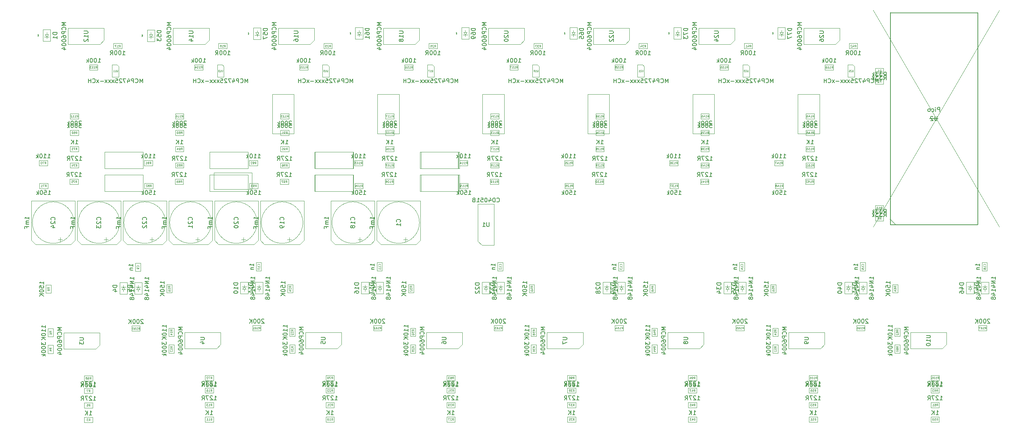
<source format=gbr>
G04 #@! TF.GenerationSoftware,KiCad,Pcbnew,9.0.3*
G04 #@! TF.CreationDate,2025-08-26T17:21:35-04:00*
G04 #@! TF.ProjectId,Oblique Palette 0.5.4 PCB Main,4f626c69-7175-4652-9050-616c65747465,0.5.5*
G04 #@! TF.SameCoordinates,Original*
G04 #@! TF.FileFunction,AssemblyDrawing,Bot*
%FSLAX46Y46*%
G04 Gerber Fmt 4.6, Leading zero omitted, Abs format (unit mm)*
G04 Created by KiCad (PCBNEW 9.0.3) date 2025-08-26 17:21:35*
%MOMM*%
%LPD*%
G01*
G04 APERTURE LIST*
%ADD10C,0.100000*%
%ADD11C,0.150000*%
%ADD12C,0.080000*%
%ADD13C,0.060000*%
G04 APERTURE END LIST*
D10*
X35902903Y-53474988D02*
X45102903Y-53474988D01*
X45102903Y-57474988D01*
X35902903Y-57474988D01*
X35902903Y-53474988D01*
X86462903Y-53474988D02*
X95662903Y-53474988D01*
X95662903Y-57474988D01*
X86462903Y-57474988D01*
X86462903Y-53474988D01*
X76212903Y-39554988D02*
X81412903Y-39554988D01*
X81412903Y-49054988D01*
X76212903Y-49054988D01*
X76212903Y-39554988D01*
X177212903Y-39554988D02*
X182412903Y-39554988D01*
X182412903Y-49054988D01*
X177212903Y-49054988D01*
X177212903Y-39554988D01*
X111652903Y-58974988D02*
X120852903Y-58974988D01*
X120852903Y-62974988D01*
X111652903Y-62974988D01*
X111652903Y-58974988D01*
X86462903Y-58974988D02*
X95662903Y-58974988D01*
X95662903Y-62974988D01*
X86462903Y-62974988D01*
X86462903Y-58974988D01*
X111962903Y-58974988D02*
X121162903Y-58974988D01*
X121162903Y-62974988D01*
X111962903Y-62974988D01*
X111962903Y-58974988D01*
X101462903Y-39554988D02*
X106662903Y-39554988D01*
X106662903Y-49054988D01*
X101462903Y-49054988D01*
X101462903Y-39554988D01*
X35902903Y-58974988D02*
X45102903Y-58974988D01*
X45102903Y-62974988D01*
X35902903Y-62974988D01*
X35902903Y-58974988D01*
X111712903Y-53474988D02*
X120912903Y-53474988D01*
X120912903Y-57474988D01*
X111712903Y-57474988D01*
X111712903Y-53474988D01*
X61152903Y-53474988D02*
X70352903Y-53474988D01*
X70352903Y-57474988D01*
X61152903Y-57474988D01*
X61152903Y-53474988D01*
X202462903Y-39554988D02*
X207662903Y-39554988D01*
X207662903Y-49054988D01*
X202462903Y-49054988D01*
X202462903Y-39554988D01*
X111962903Y-53474988D02*
X121162903Y-53474988D01*
X121162903Y-57474988D01*
X111962903Y-57474988D01*
X111962903Y-53474988D01*
X111652903Y-53474988D02*
X120852903Y-53474988D01*
X120852903Y-57474988D01*
X111652903Y-57474988D01*
X111652903Y-53474988D01*
X126712903Y-39554988D02*
X131912903Y-39554988D01*
X131912903Y-49054988D01*
X126712903Y-49054988D01*
X126712903Y-39554988D01*
X111712903Y-58974988D02*
X120912903Y-58974988D01*
X120912903Y-62974988D01*
X111712903Y-62974988D01*
X111712903Y-58974988D01*
X61152903Y-58974988D02*
X70352903Y-58974988D01*
X70352903Y-62974988D01*
X61152903Y-62974988D01*
X61152903Y-58974988D01*
X86402903Y-58974988D02*
X95602903Y-58974988D01*
X95602903Y-62974988D01*
X86402903Y-62974988D01*
X86402903Y-58974988D01*
X62127000Y-58457000D02*
X71327000Y-58457000D01*
X71327000Y-62457000D01*
X62127000Y-62457000D01*
X62127000Y-58457000D01*
X151962903Y-39554988D02*
X157162903Y-39554988D01*
X157162903Y-49054988D01*
X151962903Y-49054988D01*
X151962903Y-39554988D01*
X86402903Y-53474988D02*
X95602903Y-53474988D01*
X95602903Y-57474988D01*
X86402903Y-57474988D01*
X86402903Y-53474988D01*
D11*
X45160237Y-93844507D02*
X45112618Y-93796888D01*
X45112618Y-93796888D02*
X45017380Y-93749269D01*
X45017380Y-93749269D02*
X44779285Y-93749269D01*
X44779285Y-93749269D02*
X44684047Y-93796888D01*
X44684047Y-93796888D02*
X44636428Y-93844507D01*
X44636428Y-93844507D02*
X44588809Y-93939745D01*
X44588809Y-93939745D02*
X44588809Y-94034983D01*
X44588809Y-94034983D02*
X44636428Y-94177840D01*
X44636428Y-94177840D02*
X45207856Y-94749269D01*
X45207856Y-94749269D02*
X44588809Y-94749269D01*
X43969761Y-93749269D02*
X43874523Y-93749269D01*
X43874523Y-93749269D02*
X43779285Y-93796888D01*
X43779285Y-93796888D02*
X43731666Y-93844507D01*
X43731666Y-93844507D02*
X43684047Y-93939745D01*
X43684047Y-93939745D02*
X43636428Y-94130221D01*
X43636428Y-94130221D02*
X43636428Y-94368316D01*
X43636428Y-94368316D02*
X43684047Y-94558792D01*
X43684047Y-94558792D02*
X43731666Y-94654030D01*
X43731666Y-94654030D02*
X43779285Y-94701650D01*
X43779285Y-94701650D02*
X43874523Y-94749269D01*
X43874523Y-94749269D02*
X43969761Y-94749269D01*
X43969761Y-94749269D02*
X44064999Y-94701650D01*
X44064999Y-94701650D02*
X44112618Y-94654030D01*
X44112618Y-94654030D02*
X44160237Y-94558792D01*
X44160237Y-94558792D02*
X44207856Y-94368316D01*
X44207856Y-94368316D02*
X44207856Y-94130221D01*
X44207856Y-94130221D02*
X44160237Y-93939745D01*
X44160237Y-93939745D02*
X44112618Y-93844507D01*
X44112618Y-93844507D02*
X44064999Y-93796888D01*
X44064999Y-93796888D02*
X43969761Y-93749269D01*
X43017380Y-93749269D02*
X42922142Y-93749269D01*
X42922142Y-93749269D02*
X42826904Y-93796888D01*
X42826904Y-93796888D02*
X42779285Y-93844507D01*
X42779285Y-93844507D02*
X42731666Y-93939745D01*
X42731666Y-93939745D02*
X42684047Y-94130221D01*
X42684047Y-94130221D02*
X42684047Y-94368316D01*
X42684047Y-94368316D02*
X42731666Y-94558792D01*
X42731666Y-94558792D02*
X42779285Y-94654030D01*
X42779285Y-94654030D02*
X42826904Y-94701650D01*
X42826904Y-94701650D02*
X42922142Y-94749269D01*
X42922142Y-94749269D02*
X43017380Y-94749269D01*
X43017380Y-94749269D02*
X43112618Y-94701650D01*
X43112618Y-94701650D02*
X43160237Y-94654030D01*
X43160237Y-94654030D02*
X43207856Y-94558792D01*
X43207856Y-94558792D02*
X43255475Y-94368316D01*
X43255475Y-94368316D02*
X43255475Y-94130221D01*
X43255475Y-94130221D02*
X43207856Y-93939745D01*
X43207856Y-93939745D02*
X43160237Y-93844507D01*
X43160237Y-93844507D02*
X43112618Y-93796888D01*
X43112618Y-93796888D02*
X43017380Y-93749269D01*
X42255475Y-94749269D02*
X42255475Y-93749269D01*
X41684047Y-94749269D02*
X42112618Y-94177840D01*
X41684047Y-93749269D02*
X42255475Y-94320697D01*
D12*
X43981666Y-96171599D02*
X44148332Y-95933504D01*
X44267380Y-96171599D02*
X44267380Y-95671599D01*
X44267380Y-95671599D02*
X44076904Y-95671599D01*
X44076904Y-95671599D02*
X44029285Y-95695409D01*
X44029285Y-95695409D02*
X44005475Y-95719218D01*
X44005475Y-95719218D02*
X43981666Y-95766837D01*
X43981666Y-95766837D02*
X43981666Y-95838266D01*
X43981666Y-95838266D02*
X44005475Y-95885885D01*
X44005475Y-95885885D02*
X44029285Y-95909694D01*
X44029285Y-95909694D02*
X44076904Y-95933504D01*
X44076904Y-95933504D02*
X44267380Y-95933504D01*
X43505475Y-96171599D02*
X43791189Y-96171599D01*
X43648332Y-96171599D02*
X43648332Y-95671599D01*
X43648332Y-95671599D02*
X43695951Y-95743028D01*
X43695951Y-95743028D02*
X43743570Y-95790647D01*
X43743570Y-95790647D02*
X43791189Y-95814456D01*
X43076904Y-95671599D02*
X43172142Y-95671599D01*
X43172142Y-95671599D02*
X43219761Y-95695409D01*
X43219761Y-95695409D02*
X43243571Y-95719218D01*
X43243571Y-95719218D02*
X43291190Y-95790647D01*
X43291190Y-95790647D02*
X43314999Y-95885885D01*
X43314999Y-95885885D02*
X43314999Y-96076361D01*
X43314999Y-96076361D02*
X43291190Y-96123980D01*
X43291190Y-96123980D02*
X43267380Y-96147790D01*
X43267380Y-96147790D02*
X43219761Y-96171599D01*
X43219761Y-96171599D02*
X43124523Y-96171599D01*
X43124523Y-96171599D02*
X43076904Y-96147790D01*
X43076904Y-96147790D02*
X43053095Y-96123980D01*
X43053095Y-96123980D02*
X43029285Y-96076361D01*
X43029285Y-96076361D02*
X43029285Y-95957313D01*
X43029285Y-95957313D02*
X43053095Y-95909694D01*
X43053095Y-95909694D02*
X43076904Y-95885885D01*
X43076904Y-95885885D02*
X43124523Y-95862075D01*
X43124523Y-95862075D02*
X43219761Y-95862075D01*
X43219761Y-95862075D02*
X43267380Y-95885885D01*
X43267380Y-95885885D02*
X43291190Y-95909694D01*
X43291190Y-95909694D02*
X43314999Y-95957313D01*
X42719762Y-95671599D02*
X42672143Y-95671599D01*
X42672143Y-95671599D02*
X42624524Y-95695409D01*
X42624524Y-95695409D02*
X42600714Y-95719218D01*
X42600714Y-95719218D02*
X42576905Y-95766837D01*
X42576905Y-95766837D02*
X42553095Y-95862075D01*
X42553095Y-95862075D02*
X42553095Y-95981123D01*
X42553095Y-95981123D02*
X42576905Y-96076361D01*
X42576905Y-96076361D02*
X42600714Y-96123980D01*
X42600714Y-96123980D02*
X42624524Y-96147790D01*
X42624524Y-96147790D02*
X42672143Y-96171599D01*
X42672143Y-96171599D02*
X42719762Y-96171599D01*
X42719762Y-96171599D02*
X42767381Y-96147790D01*
X42767381Y-96147790D02*
X42791190Y-96123980D01*
X42791190Y-96123980D02*
X42815000Y-96076361D01*
X42815000Y-96076361D02*
X42838809Y-95981123D01*
X42838809Y-95981123D02*
X42838809Y-95862075D01*
X42838809Y-95862075D02*
X42815000Y-95766837D01*
X42815000Y-95766837D02*
X42791190Y-95719218D01*
X42791190Y-95719218D02*
X42767381Y-95695409D01*
X42767381Y-95695409D02*
X42719762Y-95671599D01*
D11*
X21226962Y-85277783D02*
X21226962Y-84706355D01*
X21226962Y-84992069D02*
X20226962Y-84992069D01*
X20226962Y-84992069D02*
X20369819Y-84896831D01*
X20369819Y-84896831D02*
X20465057Y-84801593D01*
X20465057Y-84801593D02*
X20512676Y-84706355D01*
X20226962Y-86182545D02*
X20226962Y-85706355D01*
X20226962Y-85706355D02*
X20703152Y-85658736D01*
X20703152Y-85658736D02*
X20655533Y-85706355D01*
X20655533Y-85706355D02*
X20607914Y-85801593D01*
X20607914Y-85801593D02*
X20607914Y-86039688D01*
X20607914Y-86039688D02*
X20655533Y-86134926D01*
X20655533Y-86134926D02*
X20703152Y-86182545D01*
X20703152Y-86182545D02*
X20798390Y-86230164D01*
X20798390Y-86230164D02*
X21036485Y-86230164D01*
X21036485Y-86230164D02*
X21131723Y-86182545D01*
X21131723Y-86182545D02*
X21179343Y-86134926D01*
X21179343Y-86134926D02*
X21226962Y-86039688D01*
X21226962Y-86039688D02*
X21226962Y-85801593D01*
X21226962Y-85801593D02*
X21179343Y-85706355D01*
X21179343Y-85706355D02*
X21131723Y-85658736D01*
X20226962Y-86849212D02*
X20226962Y-86944450D01*
X20226962Y-86944450D02*
X20274581Y-87039688D01*
X20274581Y-87039688D02*
X20322200Y-87087307D01*
X20322200Y-87087307D02*
X20417438Y-87134926D01*
X20417438Y-87134926D02*
X20607914Y-87182545D01*
X20607914Y-87182545D02*
X20846009Y-87182545D01*
X20846009Y-87182545D02*
X21036485Y-87134926D01*
X21036485Y-87134926D02*
X21131723Y-87087307D01*
X21131723Y-87087307D02*
X21179343Y-87039688D01*
X21179343Y-87039688D02*
X21226962Y-86944450D01*
X21226962Y-86944450D02*
X21226962Y-86849212D01*
X21226962Y-86849212D02*
X21179343Y-86753974D01*
X21179343Y-86753974D02*
X21131723Y-86706355D01*
X21131723Y-86706355D02*
X21036485Y-86658736D01*
X21036485Y-86658736D02*
X20846009Y-86611117D01*
X20846009Y-86611117D02*
X20607914Y-86611117D01*
X20607914Y-86611117D02*
X20417438Y-86658736D01*
X20417438Y-86658736D02*
X20322200Y-86706355D01*
X20322200Y-86706355D02*
X20274581Y-86753974D01*
X20274581Y-86753974D02*
X20226962Y-86849212D01*
X21226962Y-87611117D02*
X20226962Y-87611117D01*
X21226962Y-88182545D02*
X20655533Y-87753974D01*
X20226962Y-88182545D02*
X20798390Y-87611117D01*
D12*
X22649292Y-86361116D02*
X22411197Y-86194450D01*
X22649292Y-86075402D02*
X22149292Y-86075402D01*
X22149292Y-86075402D02*
X22149292Y-86265878D01*
X22149292Y-86265878D02*
X22173102Y-86313497D01*
X22173102Y-86313497D02*
X22196911Y-86337307D01*
X22196911Y-86337307D02*
X22244530Y-86361116D01*
X22244530Y-86361116D02*
X22315959Y-86361116D01*
X22315959Y-86361116D02*
X22363578Y-86337307D01*
X22363578Y-86337307D02*
X22387387Y-86313497D01*
X22387387Y-86313497D02*
X22411197Y-86265878D01*
X22411197Y-86265878D02*
X22411197Y-86075402D01*
X22363578Y-86646831D02*
X22339768Y-86599212D01*
X22339768Y-86599212D02*
X22315959Y-86575402D01*
X22315959Y-86575402D02*
X22268340Y-86551593D01*
X22268340Y-86551593D02*
X22244530Y-86551593D01*
X22244530Y-86551593D02*
X22196911Y-86575402D01*
X22196911Y-86575402D02*
X22173102Y-86599212D01*
X22173102Y-86599212D02*
X22149292Y-86646831D01*
X22149292Y-86646831D02*
X22149292Y-86742069D01*
X22149292Y-86742069D02*
X22173102Y-86789688D01*
X22173102Y-86789688D02*
X22196911Y-86813497D01*
X22196911Y-86813497D02*
X22244530Y-86837307D01*
X22244530Y-86837307D02*
X22268340Y-86837307D01*
X22268340Y-86837307D02*
X22315959Y-86813497D01*
X22315959Y-86813497D02*
X22339768Y-86789688D01*
X22339768Y-86789688D02*
X22363578Y-86742069D01*
X22363578Y-86742069D02*
X22363578Y-86646831D01*
X22363578Y-86646831D02*
X22387387Y-86599212D01*
X22387387Y-86599212D02*
X22411197Y-86575402D01*
X22411197Y-86575402D02*
X22458816Y-86551593D01*
X22458816Y-86551593D02*
X22554054Y-86551593D01*
X22554054Y-86551593D02*
X22601673Y-86575402D01*
X22601673Y-86575402D02*
X22625483Y-86599212D01*
X22625483Y-86599212D02*
X22649292Y-86646831D01*
X22649292Y-86646831D02*
X22649292Y-86742069D01*
X22649292Y-86742069D02*
X22625483Y-86789688D01*
X22625483Y-86789688D02*
X22601673Y-86813497D01*
X22601673Y-86813497D02*
X22554054Y-86837307D01*
X22554054Y-86837307D02*
X22458816Y-86837307D01*
X22458816Y-86837307D02*
X22411197Y-86813497D01*
X22411197Y-86813497D02*
X22387387Y-86789688D01*
X22387387Y-86789688D02*
X22363578Y-86742069D01*
D11*
X33176309Y-109749269D02*
X33747737Y-109749269D01*
X33462023Y-109749269D02*
X33462023Y-108749269D01*
X33462023Y-108749269D02*
X33557261Y-108892126D01*
X33557261Y-108892126D02*
X33652499Y-108987364D01*
X33652499Y-108987364D02*
X33747737Y-109034983D01*
X32795356Y-108844507D02*
X32747737Y-108796888D01*
X32747737Y-108796888D02*
X32652499Y-108749269D01*
X32652499Y-108749269D02*
X32414404Y-108749269D01*
X32414404Y-108749269D02*
X32319166Y-108796888D01*
X32319166Y-108796888D02*
X32271547Y-108844507D01*
X32271547Y-108844507D02*
X32223928Y-108939745D01*
X32223928Y-108939745D02*
X32223928Y-109034983D01*
X32223928Y-109034983D02*
X32271547Y-109177840D01*
X32271547Y-109177840D02*
X32842975Y-109749269D01*
X32842975Y-109749269D02*
X32223928Y-109749269D01*
X31890594Y-108749269D02*
X31223928Y-108749269D01*
X31223928Y-108749269D02*
X31652499Y-109749269D01*
X30271547Y-109749269D02*
X30604880Y-109273078D01*
X30842975Y-109749269D02*
X30842975Y-108749269D01*
X30842975Y-108749269D02*
X30462023Y-108749269D01*
X30462023Y-108749269D02*
X30366785Y-108796888D01*
X30366785Y-108796888D02*
X30319166Y-108844507D01*
X30319166Y-108844507D02*
X30271547Y-108939745D01*
X30271547Y-108939745D02*
X30271547Y-109082602D01*
X30271547Y-109082602D02*
X30319166Y-109177840D01*
X30319166Y-109177840D02*
X30366785Y-109225459D01*
X30366785Y-109225459D02*
X30462023Y-109273078D01*
X30462023Y-109273078D02*
X30842975Y-109273078D01*
D12*
X32092976Y-111171599D02*
X32259642Y-110933504D01*
X32378690Y-111171599D02*
X32378690Y-110671599D01*
X32378690Y-110671599D02*
X32188214Y-110671599D01*
X32188214Y-110671599D02*
X32140595Y-110695409D01*
X32140595Y-110695409D02*
X32116785Y-110719218D01*
X32116785Y-110719218D02*
X32092976Y-110766837D01*
X32092976Y-110766837D02*
X32092976Y-110838266D01*
X32092976Y-110838266D02*
X32116785Y-110885885D01*
X32116785Y-110885885D02*
X32140595Y-110909694D01*
X32140595Y-110909694D02*
X32188214Y-110933504D01*
X32188214Y-110933504D02*
X32378690Y-110933504D01*
X31926309Y-110671599D02*
X31592976Y-110671599D01*
X31592976Y-110671599D02*
X31807261Y-111171599D01*
D11*
X33176309Y-113249269D02*
X33747737Y-113249269D01*
X33462023Y-113249269D02*
X33462023Y-112249269D01*
X33462023Y-112249269D02*
X33557261Y-112392126D01*
X33557261Y-112392126D02*
X33652499Y-112487364D01*
X33652499Y-112487364D02*
X33747737Y-112534983D01*
X32795356Y-112344507D02*
X32747737Y-112296888D01*
X32747737Y-112296888D02*
X32652499Y-112249269D01*
X32652499Y-112249269D02*
X32414404Y-112249269D01*
X32414404Y-112249269D02*
X32319166Y-112296888D01*
X32319166Y-112296888D02*
X32271547Y-112344507D01*
X32271547Y-112344507D02*
X32223928Y-112439745D01*
X32223928Y-112439745D02*
X32223928Y-112534983D01*
X32223928Y-112534983D02*
X32271547Y-112677840D01*
X32271547Y-112677840D02*
X32842975Y-113249269D01*
X32842975Y-113249269D02*
X32223928Y-113249269D01*
X31890594Y-112249269D02*
X31223928Y-112249269D01*
X31223928Y-112249269D02*
X31652499Y-113249269D01*
X30271547Y-113249269D02*
X30604880Y-112773078D01*
X30842975Y-113249269D02*
X30842975Y-112249269D01*
X30842975Y-112249269D02*
X30462023Y-112249269D01*
X30462023Y-112249269D02*
X30366785Y-112296888D01*
X30366785Y-112296888D02*
X30319166Y-112344507D01*
X30319166Y-112344507D02*
X30271547Y-112439745D01*
X30271547Y-112439745D02*
X30271547Y-112582602D01*
X30271547Y-112582602D02*
X30319166Y-112677840D01*
X30319166Y-112677840D02*
X30366785Y-112725459D01*
X30366785Y-112725459D02*
X30462023Y-112773078D01*
X30462023Y-112773078D02*
X30842975Y-112773078D01*
D12*
X32092976Y-114671599D02*
X32259642Y-114433504D01*
X32378690Y-114671599D02*
X32378690Y-114171599D01*
X32378690Y-114171599D02*
X32188214Y-114171599D01*
X32188214Y-114171599D02*
X32140595Y-114195409D01*
X32140595Y-114195409D02*
X32116785Y-114219218D01*
X32116785Y-114219218D02*
X32092976Y-114266837D01*
X32092976Y-114266837D02*
X32092976Y-114338266D01*
X32092976Y-114338266D02*
X32116785Y-114385885D01*
X32116785Y-114385885D02*
X32140595Y-114409694D01*
X32140595Y-114409694D02*
X32188214Y-114433504D01*
X32188214Y-114433504D02*
X32378690Y-114433504D01*
X31640595Y-114171599D02*
X31878690Y-114171599D01*
X31878690Y-114171599D02*
X31902499Y-114409694D01*
X31902499Y-114409694D02*
X31878690Y-114385885D01*
X31878690Y-114385885D02*
X31831071Y-114362075D01*
X31831071Y-114362075D02*
X31712023Y-114362075D01*
X31712023Y-114362075D02*
X31664404Y-114385885D01*
X31664404Y-114385885D02*
X31640595Y-114409694D01*
X31640595Y-114409694D02*
X31616785Y-114457313D01*
X31616785Y-114457313D02*
X31616785Y-114576361D01*
X31616785Y-114576361D02*
X31640595Y-114623980D01*
X31640595Y-114623980D02*
X31664404Y-114647790D01*
X31664404Y-114647790D02*
X31712023Y-114671599D01*
X31712023Y-114671599D02*
X31831071Y-114671599D01*
X31831071Y-114671599D02*
X31878690Y-114647790D01*
X31878690Y-114647790D02*
X31902499Y-114623980D01*
D11*
X20726962Y-99253974D02*
X20726962Y-99873021D01*
X20726962Y-99873021D02*
X21107914Y-99539688D01*
X21107914Y-99539688D02*
X21107914Y-99682545D01*
X21107914Y-99682545D02*
X21155533Y-99777783D01*
X21155533Y-99777783D02*
X21203152Y-99825402D01*
X21203152Y-99825402D02*
X21298390Y-99873021D01*
X21298390Y-99873021D02*
X21536485Y-99873021D01*
X21536485Y-99873021D02*
X21631723Y-99825402D01*
X21631723Y-99825402D02*
X21679343Y-99777783D01*
X21679343Y-99777783D02*
X21726962Y-99682545D01*
X21726962Y-99682545D02*
X21726962Y-99396831D01*
X21726962Y-99396831D02*
X21679343Y-99301593D01*
X21679343Y-99301593D02*
X21631723Y-99253974D01*
X20726962Y-100492069D02*
X20726962Y-100587307D01*
X20726962Y-100587307D02*
X20774581Y-100682545D01*
X20774581Y-100682545D02*
X20822200Y-100730164D01*
X20822200Y-100730164D02*
X20917438Y-100777783D01*
X20917438Y-100777783D02*
X21107914Y-100825402D01*
X21107914Y-100825402D02*
X21346009Y-100825402D01*
X21346009Y-100825402D02*
X21536485Y-100777783D01*
X21536485Y-100777783D02*
X21631723Y-100730164D01*
X21631723Y-100730164D02*
X21679343Y-100682545D01*
X21679343Y-100682545D02*
X21726962Y-100587307D01*
X21726962Y-100587307D02*
X21726962Y-100492069D01*
X21726962Y-100492069D02*
X21679343Y-100396831D01*
X21679343Y-100396831D02*
X21631723Y-100349212D01*
X21631723Y-100349212D02*
X21536485Y-100301593D01*
X21536485Y-100301593D02*
X21346009Y-100253974D01*
X21346009Y-100253974D02*
X21107914Y-100253974D01*
X21107914Y-100253974D02*
X20917438Y-100301593D01*
X20917438Y-100301593D02*
X20822200Y-100349212D01*
X20822200Y-100349212D02*
X20774581Y-100396831D01*
X20774581Y-100396831D02*
X20726962Y-100492069D01*
X20726962Y-101444450D02*
X20726962Y-101539688D01*
X20726962Y-101539688D02*
X20774581Y-101634926D01*
X20774581Y-101634926D02*
X20822200Y-101682545D01*
X20822200Y-101682545D02*
X20917438Y-101730164D01*
X20917438Y-101730164D02*
X21107914Y-101777783D01*
X21107914Y-101777783D02*
X21346009Y-101777783D01*
X21346009Y-101777783D02*
X21536485Y-101730164D01*
X21536485Y-101730164D02*
X21631723Y-101682545D01*
X21631723Y-101682545D02*
X21679343Y-101634926D01*
X21679343Y-101634926D02*
X21726962Y-101539688D01*
X21726962Y-101539688D02*
X21726962Y-101444450D01*
X21726962Y-101444450D02*
X21679343Y-101349212D01*
X21679343Y-101349212D02*
X21631723Y-101301593D01*
X21631723Y-101301593D02*
X21536485Y-101253974D01*
X21536485Y-101253974D02*
X21346009Y-101206355D01*
X21346009Y-101206355D02*
X21107914Y-101206355D01*
X21107914Y-101206355D02*
X20917438Y-101253974D01*
X20917438Y-101253974D02*
X20822200Y-101301593D01*
X20822200Y-101301593D02*
X20774581Y-101349212D01*
X20774581Y-101349212D02*
X20726962Y-101444450D01*
X21726962Y-102206355D02*
X20726962Y-102206355D01*
X21346009Y-102301593D02*
X21726962Y-102587307D01*
X21060295Y-102587307D02*
X21441247Y-102206355D01*
D12*
X23149292Y-100861116D02*
X22911197Y-100694450D01*
X23149292Y-100575402D02*
X22649292Y-100575402D01*
X22649292Y-100575402D02*
X22649292Y-100765878D01*
X22649292Y-100765878D02*
X22673102Y-100813497D01*
X22673102Y-100813497D02*
X22696911Y-100837307D01*
X22696911Y-100837307D02*
X22744530Y-100861116D01*
X22744530Y-100861116D02*
X22815959Y-100861116D01*
X22815959Y-100861116D02*
X22863578Y-100837307D01*
X22863578Y-100837307D02*
X22887387Y-100813497D01*
X22887387Y-100813497D02*
X22911197Y-100765878D01*
X22911197Y-100765878D02*
X22911197Y-100575402D01*
X22815959Y-101289688D02*
X23149292Y-101289688D01*
X22625483Y-101170640D02*
X22982625Y-101051593D01*
X22982625Y-101051593D02*
X22982625Y-101361116D01*
D11*
X33176309Y-110049269D02*
X33747737Y-110049269D01*
X33462023Y-110049269D02*
X33462023Y-109049269D01*
X33462023Y-109049269D02*
X33557261Y-109192126D01*
X33557261Y-109192126D02*
X33652499Y-109287364D01*
X33652499Y-109287364D02*
X33747737Y-109334983D01*
X32557261Y-109049269D02*
X32462023Y-109049269D01*
X32462023Y-109049269D02*
X32366785Y-109096888D01*
X32366785Y-109096888D02*
X32319166Y-109144507D01*
X32319166Y-109144507D02*
X32271547Y-109239745D01*
X32271547Y-109239745D02*
X32223928Y-109430221D01*
X32223928Y-109430221D02*
X32223928Y-109668316D01*
X32223928Y-109668316D02*
X32271547Y-109858792D01*
X32271547Y-109858792D02*
X32319166Y-109954030D01*
X32319166Y-109954030D02*
X32366785Y-110001650D01*
X32366785Y-110001650D02*
X32462023Y-110049269D01*
X32462023Y-110049269D02*
X32557261Y-110049269D01*
X32557261Y-110049269D02*
X32652499Y-110001650D01*
X32652499Y-110001650D02*
X32700118Y-109954030D01*
X32700118Y-109954030D02*
X32747737Y-109858792D01*
X32747737Y-109858792D02*
X32795356Y-109668316D01*
X32795356Y-109668316D02*
X32795356Y-109430221D01*
X32795356Y-109430221D02*
X32747737Y-109239745D01*
X32747737Y-109239745D02*
X32700118Y-109144507D01*
X32700118Y-109144507D02*
X32652499Y-109096888D01*
X32652499Y-109096888D02*
X32557261Y-109049269D01*
X31604880Y-109049269D02*
X31509642Y-109049269D01*
X31509642Y-109049269D02*
X31414404Y-109096888D01*
X31414404Y-109096888D02*
X31366785Y-109144507D01*
X31366785Y-109144507D02*
X31319166Y-109239745D01*
X31319166Y-109239745D02*
X31271547Y-109430221D01*
X31271547Y-109430221D02*
X31271547Y-109668316D01*
X31271547Y-109668316D02*
X31319166Y-109858792D01*
X31319166Y-109858792D02*
X31366785Y-109954030D01*
X31366785Y-109954030D02*
X31414404Y-110001650D01*
X31414404Y-110001650D02*
X31509642Y-110049269D01*
X31509642Y-110049269D02*
X31604880Y-110049269D01*
X31604880Y-110049269D02*
X31700118Y-110001650D01*
X31700118Y-110001650D02*
X31747737Y-109954030D01*
X31747737Y-109954030D02*
X31795356Y-109858792D01*
X31795356Y-109858792D02*
X31842975Y-109668316D01*
X31842975Y-109668316D02*
X31842975Y-109430221D01*
X31842975Y-109430221D02*
X31795356Y-109239745D01*
X31795356Y-109239745D02*
X31747737Y-109144507D01*
X31747737Y-109144507D02*
X31700118Y-109096888D01*
X31700118Y-109096888D02*
X31604880Y-109049269D01*
X30842975Y-110049269D02*
X30842975Y-109049269D01*
X30271547Y-110049269D02*
X30700118Y-109477840D01*
X30271547Y-109049269D02*
X30842975Y-109620697D01*
D12*
X32331071Y-108171599D02*
X32497737Y-107933504D01*
X32616785Y-108171599D02*
X32616785Y-107671599D01*
X32616785Y-107671599D02*
X32426309Y-107671599D01*
X32426309Y-107671599D02*
X32378690Y-107695409D01*
X32378690Y-107695409D02*
X32354880Y-107719218D01*
X32354880Y-107719218D02*
X32331071Y-107766837D01*
X32331071Y-107766837D02*
X32331071Y-107838266D01*
X32331071Y-107838266D02*
X32354880Y-107885885D01*
X32354880Y-107885885D02*
X32378690Y-107909694D01*
X32378690Y-107909694D02*
X32426309Y-107933504D01*
X32426309Y-107933504D02*
X32616785Y-107933504D01*
X31902499Y-107671599D02*
X31997737Y-107671599D01*
X31997737Y-107671599D02*
X32045356Y-107695409D01*
X32045356Y-107695409D02*
X32069166Y-107719218D01*
X32069166Y-107719218D02*
X32116785Y-107790647D01*
X32116785Y-107790647D02*
X32140594Y-107885885D01*
X32140594Y-107885885D02*
X32140594Y-108076361D01*
X32140594Y-108076361D02*
X32116785Y-108123980D01*
X32116785Y-108123980D02*
X32092975Y-108147790D01*
X32092975Y-108147790D02*
X32045356Y-108171599D01*
X32045356Y-108171599D02*
X31950118Y-108171599D01*
X31950118Y-108171599D02*
X31902499Y-108147790D01*
X31902499Y-108147790D02*
X31878690Y-108123980D01*
X31878690Y-108123980D02*
X31854880Y-108076361D01*
X31854880Y-108076361D02*
X31854880Y-107957313D01*
X31854880Y-107957313D02*
X31878690Y-107909694D01*
X31878690Y-107909694D02*
X31902499Y-107885885D01*
X31902499Y-107885885D02*
X31950118Y-107862075D01*
X31950118Y-107862075D02*
X32045356Y-107862075D01*
X32045356Y-107862075D02*
X32092975Y-107885885D01*
X32092975Y-107885885D02*
X32116785Y-107909694D01*
X32116785Y-107909694D02*
X32140594Y-107957313D01*
X31569166Y-107885885D02*
X31616785Y-107862075D01*
X31616785Y-107862075D02*
X31640595Y-107838266D01*
X31640595Y-107838266D02*
X31664404Y-107790647D01*
X31664404Y-107790647D02*
X31664404Y-107766837D01*
X31664404Y-107766837D02*
X31640595Y-107719218D01*
X31640595Y-107719218D02*
X31616785Y-107695409D01*
X31616785Y-107695409D02*
X31569166Y-107671599D01*
X31569166Y-107671599D02*
X31473928Y-107671599D01*
X31473928Y-107671599D02*
X31426309Y-107695409D01*
X31426309Y-107695409D02*
X31402500Y-107719218D01*
X31402500Y-107719218D02*
X31378690Y-107766837D01*
X31378690Y-107766837D02*
X31378690Y-107790647D01*
X31378690Y-107790647D02*
X31402500Y-107838266D01*
X31402500Y-107838266D02*
X31426309Y-107862075D01*
X31426309Y-107862075D02*
X31473928Y-107885885D01*
X31473928Y-107885885D02*
X31569166Y-107885885D01*
X31569166Y-107885885D02*
X31616785Y-107909694D01*
X31616785Y-107909694D02*
X31640595Y-107933504D01*
X31640595Y-107933504D02*
X31664404Y-107981123D01*
X31664404Y-107981123D02*
X31664404Y-108076361D01*
X31664404Y-108076361D02*
X31640595Y-108123980D01*
X31640595Y-108123980D02*
X31616785Y-108147790D01*
X31616785Y-108147790D02*
X31569166Y-108171599D01*
X31569166Y-108171599D02*
X31473928Y-108171599D01*
X31473928Y-108171599D02*
X31426309Y-108147790D01*
X31426309Y-108147790D02*
X31402500Y-108123980D01*
X31402500Y-108123980D02*
X31378690Y-108076361D01*
X31378690Y-108076361D02*
X31378690Y-107981123D01*
X31378690Y-107981123D02*
X31402500Y-107933504D01*
X31402500Y-107933504D02*
X31426309Y-107909694D01*
X31426309Y-107909694D02*
X31473928Y-107885885D01*
D11*
X21726962Y-95777783D02*
X21726962Y-95206355D01*
X21726962Y-95492069D02*
X20726962Y-95492069D01*
X20726962Y-95492069D02*
X20869819Y-95396831D01*
X20869819Y-95396831D02*
X20965057Y-95301593D01*
X20965057Y-95301593D02*
X21012676Y-95206355D01*
X21726962Y-96730164D02*
X21726962Y-96158736D01*
X21726962Y-96444450D02*
X20726962Y-96444450D01*
X20726962Y-96444450D02*
X20869819Y-96349212D01*
X20869819Y-96349212D02*
X20965057Y-96253974D01*
X20965057Y-96253974D02*
X21012676Y-96158736D01*
X20726962Y-97349212D02*
X20726962Y-97444450D01*
X20726962Y-97444450D02*
X20774581Y-97539688D01*
X20774581Y-97539688D02*
X20822200Y-97587307D01*
X20822200Y-97587307D02*
X20917438Y-97634926D01*
X20917438Y-97634926D02*
X21107914Y-97682545D01*
X21107914Y-97682545D02*
X21346009Y-97682545D01*
X21346009Y-97682545D02*
X21536485Y-97634926D01*
X21536485Y-97634926D02*
X21631723Y-97587307D01*
X21631723Y-97587307D02*
X21679343Y-97539688D01*
X21679343Y-97539688D02*
X21726962Y-97444450D01*
X21726962Y-97444450D02*
X21726962Y-97349212D01*
X21726962Y-97349212D02*
X21679343Y-97253974D01*
X21679343Y-97253974D02*
X21631723Y-97206355D01*
X21631723Y-97206355D02*
X21536485Y-97158736D01*
X21536485Y-97158736D02*
X21346009Y-97111117D01*
X21346009Y-97111117D02*
X21107914Y-97111117D01*
X21107914Y-97111117D02*
X20917438Y-97158736D01*
X20917438Y-97158736D02*
X20822200Y-97206355D01*
X20822200Y-97206355D02*
X20774581Y-97253974D01*
X20774581Y-97253974D02*
X20726962Y-97349212D01*
X21726962Y-98111117D02*
X20726962Y-98111117D01*
X21726962Y-98682545D02*
X21155533Y-98253974D01*
X20726962Y-98682545D02*
X21298390Y-98111117D01*
D12*
X23149292Y-96861116D02*
X22911197Y-96694450D01*
X23149292Y-96575402D02*
X22649292Y-96575402D01*
X22649292Y-96575402D02*
X22649292Y-96765878D01*
X22649292Y-96765878D02*
X22673102Y-96813497D01*
X22673102Y-96813497D02*
X22696911Y-96837307D01*
X22696911Y-96837307D02*
X22744530Y-96861116D01*
X22744530Y-96861116D02*
X22815959Y-96861116D01*
X22815959Y-96861116D02*
X22863578Y-96837307D01*
X22863578Y-96837307D02*
X22887387Y-96813497D01*
X22887387Y-96813497D02*
X22911197Y-96765878D01*
X22911197Y-96765878D02*
X22911197Y-96575402D01*
X22649292Y-97289688D02*
X22649292Y-97194450D01*
X22649292Y-97194450D02*
X22673102Y-97146831D01*
X22673102Y-97146831D02*
X22696911Y-97123021D01*
X22696911Y-97123021D02*
X22768340Y-97075402D01*
X22768340Y-97075402D02*
X22863578Y-97051593D01*
X22863578Y-97051593D02*
X23054054Y-97051593D01*
X23054054Y-97051593D02*
X23101673Y-97075402D01*
X23101673Y-97075402D02*
X23125483Y-97099212D01*
X23125483Y-97099212D02*
X23149292Y-97146831D01*
X23149292Y-97146831D02*
X23149292Y-97242069D01*
X23149292Y-97242069D02*
X23125483Y-97289688D01*
X23125483Y-97289688D02*
X23101673Y-97313497D01*
X23101673Y-97313497D02*
X23054054Y-97337307D01*
X23054054Y-97337307D02*
X22935006Y-97337307D01*
X22935006Y-97337307D02*
X22887387Y-97313497D01*
X22887387Y-97313497D02*
X22863578Y-97289688D01*
X22863578Y-97289688D02*
X22839768Y-97242069D01*
X22839768Y-97242069D02*
X22839768Y-97146831D01*
X22839768Y-97146831D02*
X22863578Y-97099212D01*
X22863578Y-97099212D02*
X22887387Y-97075402D01*
X22887387Y-97075402D02*
X22935006Y-97051593D01*
D11*
X32223928Y-116749269D02*
X32795356Y-116749269D01*
X32509642Y-116749269D02*
X32509642Y-115749269D01*
X32509642Y-115749269D02*
X32604880Y-115892126D01*
X32604880Y-115892126D02*
X32700118Y-115987364D01*
X32700118Y-115987364D02*
X32795356Y-116034983D01*
X31795356Y-116749269D02*
X31795356Y-115749269D01*
X31223928Y-116749269D02*
X31652499Y-116177840D01*
X31223928Y-115749269D02*
X31795356Y-116320697D01*
D12*
X32092976Y-118171599D02*
X32259642Y-117933504D01*
X32378690Y-118171599D02*
X32378690Y-117671599D01*
X32378690Y-117671599D02*
X32188214Y-117671599D01*
X32188214Y-117671599D02*
X32140595Y-117695409D01*
X32140595Y-117695409D02*
X32116785Y-117719218D01*
X32116785Y-117719218D02*
X32092976Y-117766837D01*
X32092976Y-117766837D02*
X32092976Y-117838266D01*
X32092976Y-117838266D02*
X32116785Y-117885885D01*
X32116785Y-117885885D02*
X32140595Y-117909694D01*
X32140595Y-117909694D02*
X32188214Y-117933504D01*
X32188214Y-117933504D02*
X32378690Y-117933504D01*
X31926309Y-117671599D02*
X31616785Y-117671599D01*
X31616785Y-117671599D02*
X31783452Y-117862075D01*
X31783452Y-117862075D02*
X31712023Y-117862075D01*
X31712023Y-117862075D02*
X31664404Y-117885885D01*
X31664404Y-117885885D02*
X31640595Y-117909694D01*
X31640595Y-117909694D02*
X31616785Y-117957313D01*
X31616785Y-117957313D02*
X31616785Y-118076361D01*
X31616785Y-118076361D02*
X31640595Y-118123980D01*
X31640595Y-118123980D02*
X31664404Y-118147790D01*
X31664404Y-118147790D02*
X31712023Y-118171599D01*
X31712023Y-118171599D02*
X31854880Y-118171599D01*
X31854880Y-118171599D02*
X31902499Y-118147790D01*
X31902499Y-118147790D02*
X31926309Y-118123980D01*
D11*
X55549856Y-46082757D02*
X55502237Y-46035138D01*
X55502237Y-46035138D02*
X55406999Y-45987519D01*
X55406999Y-45987519D02*
X55168904Y-45987519D01*
X55168904Y-45987519D02*
X55073666Y-46035138D01*
X55073666Y-46035138D02*
X55026047Y-46082757D01*
X55026047Y-46082757D02*
X54978428Y-46177995D01*
X54978428Y-46177995D02*
X54978428Y-46273233D01*
X54978428Y-46273233D02*
X55026047Y-46416090D01*
X55026047Y-46416090D02*
X55597475Y-46987519D01*
X55597475Y-46987519D02*
X54978428Y-46987519D01*
X54359380Y-45987519D02*
X54264142Y-45987519D01*
X54264142Y-45987519D02*
X54168904Y-46035138D01*
X54168904Y-46035138D02*
X54121285Y-46082757D01*
X54121285Y-46082757D02*
X54073666Y-46177995D01*
X54073666Y-46177995D02*
X54026047Y-46368471D01*
X54026047Y-46368471D02*
X54026047Y-46606566D01*
X54026047Y-46606566D02*
X54073666Y-46797042D01*
X54073666Y-46797042D02*
X54121285Y-46892280D01*
X54121285Y-46892280D02*
X54168904Y-46939900D01*
X54168904Y-46939900D02*
X54264142Y-46987519D01*
X54264142Y-46987519D02*
X54359380Y-46987519D01*
X54359380Y-46987519D02*
X54454618Y-46939900D01*
X54454618Y-46939900D02*
X54502237Y-46892280D01*
X54502237Y-46892280D02*
X54549856Y-46797042D01*
X54549856Y-46797042D02*
X54597475Y-46606566D01*
X54597475Y-46606566D02*
X54597475Y-46368471D01*
X54597475Y-46368471D02*
X54549856Y-46177995D01*
X54549856Y-46177995D02*
X54502237Y-46082757D01*
X54502237Y-46082757D02*
X54454618Y-46035138D01*
X54454618Y-46035138D02*
X54359380Y-45987519D01*
X53406999Y-45987519D02*
X53311761Y-45987519D01*
X53311761Y-45987519D02*
X53216523Y-46035138D01*
X53216523Y-46035138D02*
X53168904Y-46082757D01*
X53168904Y-46082757D02*
X53121285Y-46177995D01*
X53121285Y-46177995D02*
X53073666Y-46368471D01*
X53073666Y-46368471D02*
X53073666Y-46606566D01*
X53073666Y-46606566D02*
X53121285Y-46797042D01*
X53121285Y-46797042D02*
X53168904Y-46892280D01*
X53168904Y-46892280D02*
X53216523Y-46939900D01*
X53216523Y-46939900D02*
X53311761Y-46987519D01*
X53311761Y-46987519D02*
X53406999Y-46987519D01*
X53406999Y-46987519D02*
X53502237Y-46939900D01*
X53502237Y-46939900D02*
X53549856Y-46892280D01*
X53549856Y-46892280D02*
X53597475Y-46797042D01*
X53597475Y-46797042D02*
X53645094Y-46606566D01*
X53645094Y-46606566D02*
X53645094Y-46368471D01*
X53645094Y-46368471D02*
X53597475Y-46177995D01*
X53597475Y-46177995D02*
X53549856Y-46082757D01*
X53549856Y-46082757D02*
X53502237Y-46035138D01*
X53502237Y-46035138D02*
X53406999Y-45987519D01*
X52645094Y-46987519D02*
X52645094Y-45987519D01*
X52549856Y-46606566D02*
X52264142Y-46987519D01*
X52264142Y-46320852D02*
X52645094Y-46701804D01*
D12*
X54466523Y-45109849D02*
X54633189Y-44871754D01*
X54752237Y-45109849D02*
X54752237Y-44609849D01*
X54752237Y-44609849D02*
X54561761Y-44609849D01*
X54561761Y-44609849D02*
X54514142Y-44633659D01*
X54514142Y-44633659D02*
X54490332Y-44657468D01*
X54490332Y-44657468D02*
X54466523Y-44705087D01*
X54466523Y-44705087D02*
X54466523Y-44776516D01*
X54466523Y-44776516D02*
X54490332Y-44824135D01*
X54490332Y-44824135D02*
X54514142Y-44847944D01*
X54514142Y-44847944D02*
X54561761Y-44871754D01*
X54561761Y-44871754D02*
X54752237Y-44871754D01*
X53990332Y-45109849D02*
X54276046Y-45109849D01*
X54133189Y-45109849D02*
X54133189Y-44609849D01*
X54133189Y-44609849D02*
X54180808Y-44681278D01*
X54180808Y-44681278D02*
X54228427Y-44728897D01*
X54228427Y-44728897D02*
X54276046Y-44752706D01*
X53514142Y-45109849D02*
X53799856Y-45109849D01*
X53656999Y-45109849D02*
X53656999Y-44609849D01*
X53656999Y-44609849D02*
X53704618Y-44681278D01*
X53704618Y-44681278D02*
X53752237Y-44728897D01*
X53752237Y-44728897D02*
X53799856Y-44752706D01*
X53085571Y-44609849D02*
X53180809Y-44609849D01*
X53180809Y-44609849D02*
X53228428Y-44633659D01*
X53228428Y-44633659D02*
X53252238Y-44657468D01*
X53252238Y-44657468D02*
X53299857Y-44728897D01*
X53299857Y-44728897D02*
X53323666Y-44824135D01*
X53323666Y-44824135D02*
X53323666Y-45014611D01*
X53323666Y-45014611D02*
X53299857Y-45062230D01*
X53299857Y-45062230D02*
X53276047Y-45086040D01*
X53276047Y-45086040D02*
X53228428Y-45109849D01*
X53228428Y-45109849D02*
X53133190Y-45109849D01*
X53133190Y-45109849D02*
X53085571Y-45086040D01*
X53085571Y-45086040D02*
X53061762Y-45062230D01*
X53061762Y-45062230D02*
X53037952Y-45014611D01*
X53037952Y-45014611D02*
X53037952Y-44895563D01*
X53037952Y-44895563D02*
X53061762Y-44847944D01*
X53061762Y-44847944D02*
X53085571Y-44824135D01*
X53085571Y-44824135D02*
X53133190Y-44800325D01*
X53133190Y-44800325D02*
X53228428Y-44800325D01*
X53228428Y-44800325D02*
X53276047Y-44824135D01*
X53276047Y-44824135D02*
X53299857Y-44847944D01*
X53299857Y-44847944D02*
X53323666Y-44895563D01*
D11*
X79778676Y-95687783D02*
X79778676Y-95116355D01*
X79778676Y-95402069D02*
X78778676Y-95402069D01*
X78778676Y-95402069D02*
X78921533Y-95306831D01*
X78921533Y-95306831D02*
X79016771Y-95211593D01*
X79016771Y-95211593D02*
X79064390Y-95116355D01*
X79778676Y-96640164D02*
X79778676Y-96068736D01*
X79778676Y-96354450D02*
X78778676Y-96354450D01*
X78778676Y-96354450D02*
X78921533Y-96259212D01*
X78921533Y-96259212D02*
X79016771Y-96163974D01*
X79016771Y-96163974D02*
X79064390Y-96068736D01*
X78778676Y-97259212D02*
X78778676Y-97354450D01*
X78778676Y-97354450D02*
X78826295Y-97449688D01*
X78826295Y-97449688D02*
X78873914Y-97497307D01*
X78873914Y-97497307D02*
X78969152Y-97544926D01*
X78969152Y-97544926D02*
X79159628Y-97592545D01*
X79159628Y-97592545D02*
X79397723Y-97592545D01*
X79397723Y-97592545D02*
X79588199Y-97544926D01*
X79588199Y-97544926D02*
X79683437Y-97497307D01*
X79683437Y-97497307D02*
X79731057Y-97449688D01*
X79731057Y-97449688D02*
X79778676Y-97354450D01*
X79778676Y-97354450D02*
X79778676Y-97259212D01*
X79778676Y-97259212D02*
X79731057Y-97163974D01*
X79731057Y-97163974D02*
X79683437Y-97116355D01*
X79683437Y-97116355D02*
X79588199Y-97068736D01*
X79588199Y-97068736D02*
X79397723Y-97021117D01*
X79397723Y-97021117D02*
X79159628Y-97021117D01*
X79159628Y-97021117D02*
X78969152Y-97068736D01*
X78969152Y-97068736D02*
X78873914Y-97116355D01*
X78873914Y-97116355D02*
X78826295Y-97163974D01*
X78826295Y-97163974D02*
X78778676Y-97259212D01*
X79778676Y-98021117D02*
X78778676Y-98021117D01*
X79778676Y-98592545D02*
X79207247Y-98163974D01*
X78778676Y-98592545D02*
X79350104Y-98021117D01*
D12*
X81201006Y-96533021D02*
X80962911Y-96366355D01*
X81201006Y-96247307D02*
X80701006Y-96247307D01*
X80701006Y-96247307D02*
X80701006Y-96437783D01*
X80701006Y-96437783D02*
X80724816Y-96485402D01*
X80724816Y-96485402D02*
X80748625Y-96509212D01*
X80748625Y-96509212D02*
X80796244Y-96533021D01*
X80796244Y-96533021D02*
X80867673Y-96533021D01*
X80867673Y-96533021D02*
X80915292Y-96509212D01*
X80915292Y-96509212D02*
X80939101Y-96485402D01*
X80939101Y-96485402D02*
X80962911Y-96437783D01*
X80962911Y-96437783D02*
X80962911Y-96247307D01*
X80748625Y-96723498D02*
X80724816Y-96747307D01*
X80724816Y-96747307D02*
X80701006Y-96794926D01*
X80701006Y-96794926D02*
X80701006Y-96913974D01*
X80701006Y-96913974D02*
X80724816Y-96961593D01*
X80724816Y-96961593D02*
X80748625Y-96985402D01*
X80748625Y-96985402D02*
X80796244Y-97009212D01*
X80796244Y-97009212D02*
X80843863Y-97009212D01*
X80843863Y-97009212D02*
X80915292Y-96985402D01*
X80915292Y-96985402D02*
X81201006Y-96699688D01*
X81201006Y-96699688D02*
X81201006Y-97009212D01*
X80748625Y-97199688D02*
X80724816Y-97223497D01*
X80724816Y-97223497D02*
X80701006Y-97271116D01*
X80701006Y-97271116D02*
X80701006Y-97390164D01*
X80701006Y-97390164D02*
X80724816Y-97437783D01*
X80724816Y-97437783D02*
X80748625Y-97461592D01*
X80748625Y-97461592D02*
X80796244Y-97485402D01*
X80796244Y-97485402D02*
X80843863Y-97485402D01*
X80843863Y-97485402D02*
X80915292Y-97461592D01*
X80915292Y-97461592D02*
X81201006Y-97175878D01*
X81201006Y-97175878D02*
X81201006Y-97485402D01*
D11*
X74186094Y-93754507D02*
X74138475Y-93706888D01*
X74138475Y-93706888D02*
X74043237Y-93659269D01*
X74043237Y-93659269D02*
X73805142Y-93659269D01*
X73805142Y-93659269D02*
X73709904Y-93706888D01*
X73709904Y-93706888D02*
X73662285Y-93754507D01*
X73662285Y-93754507D02*
X73614666Y-93849745D01*
X73614666Y-93849745D02*
X73614666Y-93944983D01*
X73614666Y-93944983D02*
X73662285Y-94087840D01*
X73662285Y-94087840D02*
X74233713Y-94659269D01*
X74233713Y-94659269D02*
X73614666Y-94659269D01*
X72995618Y-93659269D02*
X72900380Y-93659269D01*
X72900380Y-93659269D02*
X72805142Y-93706888D01*
X72805142Y-93706888D02*
X72757523Y-93754507D01*
X72757523Y-93754507D02*
X72709904Y-93849745D01*
X72709904Y-93849745D02*
X72662285Y-94040221D01*
X72662285Y-94040221D02*
X72662285Y-94278316D01*
X72662285Y-94278316D02*
X72709904Y-94468792D01*
X72709904Y-94468792D02*
X72757523Y-94564030D01*
X72757523Y-94564030D02*
X72805142Y-94611650D01*
X72805142Y-94611650D02*
X72900380Y-94659269D01*
X72900380Y-94659269D02*
X72995618Y-94659269D01*
X72995618Y-94659269D02*
X73090856Y-94611650D01*
X73090856Y-94611650D02*
X73138475Y-94564030D01*
X73138475Y-94564030D02*
X73186094Y-94468792D01*
X73186094Y-94468792D02*
X73233713Y-94278316D01*
X73233713Y-94278316D02*
X73233713Y-94040221D01*
X73233713Y-94040221D02*
X73186094Y-93849745D01*
X73186094Y-93849745D02*
X73138475Y-93754507D01*
X73138475Y-93754507D02*
X73090856Y-93706888D01*
X73090856Y-93706888D02*
X72995618Y-93659269D01*
X72043237Y-93659269D02*
X71947999Y-93659269D01*
X71947999Y-93659269D02*
X71852761Y-93706888D01*
X71852761Y-93706888D02*
X71805142Y-93754507D01*
X71805142Y-93754507D02*
X71757523Y-93849745D01*
X71757523Y-93849745D02*
X71709904Y-94040221D01*
X71709904Y-94040221D02*
X71709904Y-94278316D01*
X71709904Y-94278316D02*
X71757523Y-94468792D01*
X71757523Y-94468792D02*
X71805142Y-94564030D01*
X71805142Y-94564030D02*
X71852761Y-94611650D01*
X71852761Y-94611650D02*
X71947999Y-94659269D01*
X71947999Y-94659269D02*
X72043237Y-94659269D01*
X72043237Y-94659269D02*
X72138475Y-94611650D01*
X72138475Y-94611650D02*
X72186094Y-94564030D01*
X72186094Y-94564030D02*
X72233713Y-94468792D01*
X72233713Y-94468792D02*
X72281332Y-94278316D01*
X72281332Y-94278316D02*
X72281332Y-94040221D01*
X72281332Y-94040221D02*
X72233713Y-93849745D01*
X72233713Y-93849745D02*
X72186094Y-93754507D01*
X72186094Y-93754507D02*
X72138475Y-93706888D01*
X72138475Y-93706888D02*
X72043237Y-93659269D01*
X71281332Y-94659269D02*
X71281332Y-93659269D01*
X70709904Y-94659269D02*
X71138475Y-94087840D01*
X70709904Y-93659269D02*
X71281332Y-94230697D01*
D12*
X73007523Y-96081599D02*
X73174189Y-95843504D01*
X73293237Y-96081599D02*
X73293237Y-95581599D01*
X73293237Y-95581599D02*
X73102761Y-95581599D01*
X73102761Y-95581599D02*
X73055142Y-95605409D01*
X73055142Y-95605409D02*
X73031332Y-95629218D01*
X73031332Y-95629218D02*
X73007523Y-95676837D01*
X73007523Y-95676837D02*
X73007523Y-95748266D01*
X73007523Y-95748266D02*
X73031332Y-95795885D01*
X73031332Y-95795885D02*
X73055142Y-95819694D01*
X73055142Y-95819694D02*
X73102761Y-95843504D01*
X73102761Y-95843504D02*
X73293237Y-95843504D01*
X72531332Y-96081599D02*
X72817046Y-96081599D01*
X72674189Y-96081599D02*
X72674189Y-95581599D01*
X72674189Y-95581599D02*
X72721808Y-95653028D01*
X72721808Y-95653028D02*
X72769427Y-95700647D01*
X72769427Y-95700647D02*
X72817046Y-95724456D01*
X72102761Y-95581599D02*
X72197999Y-95581599D01*
X72197999Y-95581599D02*
X72245618Y-95605409D01*
X72245618Y-95605409D02*
X72269428Y-95629218D01*
X72269428Y-95629218D02*
X72317047Y-95700647D01*
X72317047Y-95700647D02*
X72340856Y-95795885D01*
X72340856Y-95795885D02*
X72340856Y-95986361D01*
X72340856Y-95986361D02*
X72317047Y-96033980D01*
X72317047Y-96033980D02*
X72293237Y-96057790D01*
X72293237Y-96057790D02*
X72245618Y-96081599D01*
X72245618Y-96081599D02*
X72150380Y-96081599D01*
X72150380Y-96081599D02*
X72102761Y-96057790D01*
X72102761Y-96057790D02*
X72078952Y-96033980D01*
X72078952Y-96033980D02*
X72055142Y-95986361D01*
X72055142Y-95986361D02*
X72055142Y-95867313D01*
X72055142Y-95867313D02*
X72078952Y-95819694D01*
X72078952Y-95819694D02*
X72102761Y-95795885D01*
X72102761Y-95795885D02*
X72150380Y-95772075D01*
X72150380Y-95772075D02*
X72245618Y-95772075D01*
X72245618Y-95772075D02*
X72293237Y-95795885D01*
X72293237Y-95795885D02*
X72317047Y-95819694D01*
X72317047Y-95819694D02*
X72340856Y-95867313D01*
X71578952Y-96081599D02*
X71864666Y-96081599D01*
X71721809Y-96081599D02*
X71721809Y-95581599D01*
X71721809Y-95581599D02*
X71769428Y-95653028D01*
X71769428Y-95653028D02*
X71817047Y-95700647D01*
X71817047Y-95700647D02*
X71864666Y-95724456D01*
D11*
X120253880Y-109659269D02*
X120825308Y-109659269D01*
X120539594Y-109659269D02*
X120539594Y-108659269D01*
X120539594Y-108659269D02*
X120634832Y-108802126D01*
X120634832Y-108802126D02*
X120730070Y-108897364D01*
X120730070Y-108897364D02*
X120825308Y-108944983D01*
X119872927Y-108754507D02*
X119825308Y-108706888D01*
X119825308Y-108706888D02*
X119730070Y-108659269D01*
X119730070Y-108659269D02*
X119491975Y-108659269D01*
X119491975Y-108659269D02*
X119396737Y-108706888D01*
X119396737Y-108706888D02*
X119349118Y-108754507D01*
X119349118Y-108754507D02*
X119301499Y-108849745D01*
X119301499Y-108849745D02*
X119301499Y-108944983D01*
X119301499Y-108944983D02*
X119349118Y-109087840D01*
X119349118Y-109087840D02*
X119920546Y-109659269D01*
X119920546Y-109659269D02*
X119301499Y-109659269D01*
X118968165Y-108659269D02*
X118301499Y-108659269D01*
X118301499Y-108659269D02*
X118730070Y-109659269D01*
X117349118Y-109659269D02*
X117682451Y-109183078D01*
X117920546Y-109659269D02*
X117920546Y-108659269D01*
X117920546Y-108659269D02*
X117539594Y-108659269D01*
X117539594Y-108659269D02*
X117444356Y-108706888D01*
X117444356Y-108706888D02*
X117396737Y-108754507D01*
X117396737Y-108754507D02*
X117349118Y-108849745D01*
X117349118Y-108849745D02*
X117349118Y-108992602D01*
X117349118Y-108992602D02*
X117396737Y-109087840D01*
X117396737Y-109087840D02*
X117444356Y-109135459D01*
X117444356Y-109135459D02*
X117539594Y-109183078D01*
X117539594Y-109183078D02*
X117920546Y-109183078D01*
D12*
X119408642Y-111081599D02*
X119575308Y-110843504D01*
X119694356Y-111081599D02*
X119694356Y-110581599D01*
X119694356Y-110581599D02*
X119503880Y-110581599D01*
X119503880Y-110581599D02*
X119456261Y-110605409D01*
X119456261Y-110605409D02*
X119432451Y-110629218D01*
X119432451Y-110629218D02*
X119408642Y-110676837D01*
X119408642Y-110676837D02*
X119408642Y-110748266D01*
X119408642Y-110748266D02*
X119432451Y-110795885D01*
X119432451Y-110795885D02*
X119456261Y-110819694D01*
X119456261Y-110819694D02*
X119503880Y-110843504D01*
X119503880Y-110843504D02*
X119694356Y-110843504D01*
X119241975Y-110581599D02*
X118932451Y-110581599D01*
X118932451Y-110581599D02*
X119099118Y-110772075D01*
X119099118Y-110772075D02*
X119027689Y-110772075D01*
X119027689Y-110772075D02*
X118980070Y-110795885D01*
X118980070Y-110795885D02*
X118956261Y-110819694D01*
X118956261Y-110819694D02*
X118932451Y-110867313D01*
X118932451Y-110867313D02*
X118932451Y-110986361D01*
X118932451Y-110986361D02*
X118956261Y-111033980D01*
X118956261Y-111033980D02*
X118980070Y-111057790D01*
X118980070Y-111057790D02*
X119027689Y-111081599D01*
X119027689Y-111081599D02*
X119170546Y-111081599D01*
X119170546Y-111081599D02*
X119218165Y-111057790D01*
X119218165Y-111057790D02*
X119241975Y-111033980D01*
X118456261Y-111081599D02*
X118741975Y-111081599D01*
X118599118Y-111081599D02*
X118599118Y-110581599D01*
X118599118Y-110581599D02*
X118646737Y-110653028D01*
X118646737Y-110653028D02*
X118694356Y-110700647D01*
X118694356Y-110700647D02*
X118741975Y-110724456D01*
D11*
X206486166Y-59401819D02*
X207057594Y-59401819D01*
X206771880Y-59401819D02*
X206771880Y-58401819D01*
X206771880Y-58401819D02*
X206867118Y-58544676D01*
X206867118Y-58544676D02*
X206962356Y-58639914D01*
X206962356Y-58639914D02*
X207057594Y-58687533D01*
X206105213Y-58497057D02*
X206057594Y-58449438D01*
X206057594Y-58449438D02*
X205962356Y-58401819D01*
X205962356Y-58401819D02*
X205724261Y-58401819D01*
X205724261Y-58401819D02*
X205629023Y-58449438D01*
X205629023Y-58449438D02*
X205581404Y-58497057D01*
X205581404Y-58497057D02*
X205533785Y-58592295D01*
X205533785Y-58592295D02*
X205533785Y-58687533D01*
X205533785Y-58687533D02*
X205581404Y-58830390D01*
X205581404Y-58830390D02*
X206152832Y-59401819D01*
X206152832Y-59401819D02*
X205533785Y-59401819D01*
X205200451Y-58401819D02*
X204533785Y-58401819D01*
X204533785Y-58401819D02*
X204962356Y-59401819D01*
X203581404Y-59401819D02*
X203914737Y-58925628D01*
X204152832Y-59401819D02*
X204152832Y-58401819D01*
X204152832Y-58401819D02*
X203771880Y-58401819D01*
X203771880Y-58401819D02*
X203676642Y-58449438D01*
X203676642Y-58449438D02*
X203629023Y-58497057D01*
X203629023Y-58497057D02*
X203581404Y-58592295D01*
X203581404Y-58592295D02*
X203581404Y-58735152D01*
X203581404Y-58735152D02*
X203629023Y-58830390D01*
X203629023Y-58830390D02*
X203676642Y-58878009D01*
X203676642Y-58878009D02*
X203771880Y-58925628D01*
X203771880Y-58925628D02*
X204152832Y-58925628D01*
D12*
X205879023Y-60824149D02*
X206045689Y-60586054D01*
X206164737Y-60824149D02*
X206164737Y-60324149D01*
X206164737Y-60324149D02*
X205974261Y-60324149D01*
X205974261Y-60324149D02*
X205926642Y-60347959D01*
X205926642Y-60347959D02*
X205902832Y-60371768D01*
X205902832Y-60371768D02*
X205879023Y-60419387D01*
X205879023Y-60419387D02*
X205879023Y-60490816D01*
X205879023Y-60490816D02*
X205902832Y-60538435D01*
X205902832Y-60538435D02*
X205926642Y-60562244D01*
X205926642Y-60562244D02*
X205974261Y-60586054D01*
X205974261Y-60586054D02*
X206164737Y-60586054D01*
X205402832Y-60824149D02*
X205688546Y-60824149D01*
X205545689Y-60824149D02*
X205545689Y-60324149D01*
X205545689Y-60324149D02*
X205593308Y-60395578D01*
X205593308Y-60395578D02*
X205640927Y-60443197D01*
X205640927Y-60443197D02*
X205688546Y-60467006D01*
X204950452Y-60324149D02*
X205188547Y-60324149D01*
X205188547Y-60324149D02*
X205212356Y-60562244D01*
X205212356Y-60562244D02*
X205188547Y-60538435D01*
X205188547Y-60538435D02*
X205140928Y-60514625D01*
X205140928Y-60514625D02*
X205021880Y-60514625D01*
X205021880Y-60514625D02*
X204974261Y-60538435D01*
X204974261Y-60538435D02*
X204950452Y-60562244D01*
X204950452Y-60562244D02*
X204926642Y-60609863D01*
X204926642Y-60609863D02*
X204926642Y-60728911D01*
X204926642Y-60728911D02*
X204950452Y-60776530D01*
X204950452Y-60776530D02*
X204974261Y-60800340D01*
X204974261Y-60800340D02*
X205021880Y-60824149D01*
X205021880Y-60824149D02*
X205140928Y-60824149D01*
X205140928Y-60824149D02*
X205188547Y-60800340D01*
X205188547Y-60800340D02*
X205212356Y-60776530D01*
X204736166Y-60371768D02*
X204712357Y-60347959D01*
X204712357Y-60347959D02*
X204664738Y-60324149D01*
X204664738Y-60324149D02*
X204545690Y-60324149D01*
X204545690Y-60324149D02*
X204498071Y-60347959D01*
X204498071Y-60347959D02*
X204474262Y-60371768D01*
X204474262Y-60371768D02*
X204450452Y-60419387D01*
X204450452Y-60419387D02*
X204450452Y-60467006D01*
X204450452Y-60467006D02*
X204474262Y-60538435D01*
X204474262Y-60538435D02*
X204759976Y-60824149D01*
X204759976Y-60824149D02*
X204450452Y-60824149D01*
D11*
X207331452Y-109959269D02*
X207902880Y-109959269D01*
X207617166Y-109959269D02*
X207617166Y-108959269D01*
X207617166Y-108959269D02*
X207712404Y-109102126D01*
X207712404Y-109102126D02*
X207807642Y-109197364D01*
X207807642Y-109197364D02*
X207902880Y-109244983D01*
X206712404Y-108959269D02*
X206617166Y-108959269D01*
X206617166Y-108959269D02*
X206521928Y-109006888D01*
X206521928Y-109006888D02*
X206474309Y-109054507D01*
X206474309Y-109054507D02*
X206426690Y-109149745D01*
X206426690Y-109149745D02*
X206379071Y-109340221D01*
X206379071Y-109340221D02*
X206379071Y-109578316D01*
X206379071Y-109578316D02*
X206426690Y-109768792D01*
X206426690Y-109768792D02*
X206474309Y-109864030D01*
X206474309Y-109864030D02*
X206521928Y-109911650D01*
X206521928Y-109911650D02*
X206617166Y-109959269D01*
X206617166Y-109959269D02*
X206712404Y-109959269D01*
X206712404Y-109959269D02*
X206807642Y-109911650D01*
X206807642Y-109911650D02*
X206855261Y-109864030D01*
X206855261Y-109864030D02*
X206902880Y-109768792D01*
X206902880Y-109768792D02*
X206950499Y-109578316D01*
X206950499Y-109578316D02*
X206950499Y-109340221D01*
X206950499Y-109340221D02*
X206902880Y-109149745D01*
X206902880Y-109149745D02*
X206855261Y-109054507D01*
X206855261Y-109054507D02*
X206807642Y-109006888D01*
X206807642Y-109006888D02*
X206712404Y-108959269D01*
X205760023Y-108959269D02*
X205664785Y-108959269D01*
X205664785Y-108959269D02*
X205569547Y-109006888D01*
X205569547Y-109006888D02*
X205521928Y-109054507D01*
X205521928Y-109054507D02*
X205474309Y-109149745D01*
X205474309Y-109149745D02*
X205426690Y-109340221D01*
X205426690Y-109340221D02*
X205426690Y-109578316D01*
X205426690Y-109578316D02*
X205474309Y-109768792D01*
X205474309Y-109768792D02*
X205521928Y-109864030D01*
X205521928Y-109864030D02*
X205569547Y-109911650D01*
X205569547Y-109911650D02*
X205664785Y-109959269D01*
X205664785Y-109959269D02*
X205760023Y-109959269D01*
X205760023Y-109959269D02*
X205855261Y-109911650D01*
X205855261Y-109911650D02*
X205902880Y-109864030D01*
X205902880Y-109864030D02*
X205950499Y-109768792D01*
X205950499Y-109768792D02*
X205998118Y-109578316D01*
X205998118Y-109578316D02*
X205998118Y-109340221D01*
X205998118Y-109340221D02*
X205950499Y-109149745D01*
X205950499Y-109149745D02*
X205902880Y-109054507D01*
X205902880Y-109054507D02*
X205855261Y-109006888D01*
X205855261Y-109006888D02*
X205760023Y-108959269D01*
X204998118Y-109959269D02*
X204998118Y-108959269D01*
X204426690Y-109959269D02*
X204855261Y-109387840D01*
X204426690Y-108959269D02*
X204998118Y-109530697D01*
D12*
X206724309Y-108081599D02*
X206890975Y-107843504D01*
X207010023Y-108081599D02*
X207010023Y-107581599D01*
X207010023Y-107581599D02*
X206819547Y-107581599D01*
X206819547Y-107581599D02*
X206771928Y-107605409D01*
X206771928Y-107605409D02*
X206748118Y-107629218D01*
X206748118Y-107629218D02*
X206724309Y-107676837D01*
X206724309Y-107676837D02*
X206724309Y-107748266D01*
X206724309Y-107748266D02*
X206748118Y-107795885D01*
X206748118Y-107795885D02*
X206771928Y-107819694D01*
X206771928Y-107819694D02*
X206819547Y-107843504D01*
X206819547Y-107843504D02*
X207010023Y-107843504D01*
X206248118Y-108081599D02*
X206533832Y-108081599D01*
X206390975Y-108081599D02*
X206390975Y-107581599D01*
X206390975Y-107581599D02*
X206438594Y-107653028D01*
X206438594Y-107653028D02*
X206486213Y-107700647D01*
X206486213Y-107700647D02*
X206533832Y-107724456D01*
X205938595Y-107581599D02*
X205890976Y-107581599D01*
X205890976Y-107581599D02*
X205843357Y-107605409D01*
X205843357Y-107605409D02*
X205819547Y-107629218D01*
X205819547Y-107629218D02*
X205795738Y-107676837D01*
X205795738Y-107676837D02*
X205771928Y-107772075D01*
X205771928Y-107772075D02*
X205771928Y-107891123D01*
X205771928Y-107891123D02*
X205795738Y-107986361D01*
X205795738Y-107986361D02*
X205819547Y-108033980D01*
X205819547Y-108033980D02*
X205843357Y-108057790D01*
X205843357Y-108057790D02*
X205890976Y-108081599D01*
X205890976Y-108081599D02*
X205938595Y-108081599D01*
X205938595Y-108081599D02*
X205986214Y-108057790D01*
X205986214Y-108057790D02*
X206010023Y-108033980D01*
X206010023Y-108033980D02*
X206033833Y-107986361D01*
X206033833Y-107986361D02*
X206057642Y-107891123D01*
X206057642Y-107891123D02*
X206057642Y-107772075D01*
X206057642Y-107772075D02*
X206033833Y-107676837D01*
X206033833Y-107676837D02*
X206010023Y-107629218D01*
X206010023Y-107629218D02*
X205986214Y-107605409D01*
X205986214Y-107605409D02*
X205938595Y-107581599D01*
X205295738Y-108081599D02*
X205581452Y-108081599D01*
X205438595Y-108081599D02*
X205438595Y-107581599D01*
X205438595Y-107581599D02*
X205486214Y-107653028D01*
X205486214Y-107653028D02*
X205533833Y-107700647D01*
X205533833Y-107700647D02*
X205581452Y-107724456D01*
D11*
X173728428Y-54901819D02*
X174299856Y-54901819D01*
X174014142Y-54901819D02*
X174014142Y-53901819D01*
X174014142Y-53901819D02*
X174109380Y-54044676D01*
X174109380Y-54044676D02*
X174204618Y-54139914D01*
X174204618Y-54139914D02*
X174299856Y-54187533D01*
X172776047Y-54901819D02*
X173347475Y-54901819D01*
X173061761Y-54901819D02*
X173061761Y-53901819D01*
X173061761Y-53901819D02*
X173156999Y-54044676D01*
X173156999Y-54044676D02*
X173252237Y-54139914D01*
X173252237Y-54139914D02*
X173347475Y-54187533D01*
X172156999Y-53901819D02*
X172061761Y-53901819D01*
X172061761Y-53901819D02*
X171966523Y-53949438D01*
X171966523Y-53949438D02*
X171918904Y-53997057D01*
X171918904Y-53997057D02*
X171871285Y-54092295D01*
X171871285Y-54092295D02*
X171823666Y-54282771D01*
X171823666Y-54282771D02*
X171823666Y-54520866D01*
X171823666Y-54520866D02*
X171871285Y-54711342D01*
X171871285Y-54711342D02*
X171918904Y-54806580D01*
X171918904Y-54806580D02*
X171966523Y-54854200D01*
X171966523Y-54854200D02*
X172061761Y-54901819D01*
X172061761Y-54901819D02*
X172156999Y-54901819D01*
X172156999Y-54901819D02*
X172252237Y-54854200D01*
X172252237Y-54854200D02*
X172299856Y-54806580D01*
X172299856Y-54806580D02*
X172347475Y-54711342D01*
X172347475Y-54711342D02*
X172395094Y-54520866D01*
X172395094Y-54520866D02*
X172395094Y-54282771D01*
X172395094Y-54282771D02*
X172347475Y-54092295D01*
X172347475Y-54092295D02*
X172299856Y-53997057D01*
X172299856Y-53997057D02*
X172252237Y-53949438D01*
X172252237Y-53949438D02*
X172156999Y-53901819D01*
X171395094Y-54901819D02*
X171395094Y-53901819D01*
X171299856Y-54520866D02*
X171014142Y-54901819D01*
X171014142Y-54235152D02*
X171395094Y-54616104D01*
D12*
X173216523Y-56324149D02*
X173383189Y-56086054D01*
X173502237Y-56324149D02*
X173502237Y-55824149D01*
X173502237Y-55824149D02*
X173311761Y-55824149D01*
X173311761Y-55824149D02*
X173264142Y-55847959D01*
X173264142Y-55847959D02*
X173240332Y-55871768D01*
X173240332Y-55871768D02*
X173216523Y-55919387D01*
X173216523Y-55919387D02*
X173216523Y-55990816D01*
X173216523Y-55990816D02*
X173240332Y-56038435D01*
X173240332Y-56038435D02*
X173264142Y-56062244D01*
X173264142Y-56062244D02*
X173311761Y-56086054D01*
X173311761Y-56086054D02*
X173502237Y-56086054D01*
X172740332Y-56324149D02*
X173026046Y-56324149D01*
X172883189Y-56324149D02*
X172883189Y-55824149D01*
X172883189Y-55824149D02*
X172930808Y-55895578D01*
X172930808Y-55895578D02*
X172978427Y-55943197D01*
X172978427Y-55943197D02*
X173026046Y-55967006D01*
X172573666Y-55824149D02*
X172264142Y-55824149D01*
X172264142Y-55824149D02*
X172430809Y-56014625D01*
X172430809Y-56014625D02*
X172359380Y-56014625D01*
X172359380Y-56014625D02*
X172311761Y-56038435D01*
X172311761Y-56038435D02*
X172287952Y-56062244D01*
X172287952Y-56062244D02*
X172264142Y-56109863D01*
X172264142Y-56109863D02*
X172264142Y-56228911D01*
X172264142Y-56228911D02*
X172287952Y-56276530D01*
X172287952Y-56276530D02*
X172311761Y-56300340D01*
X172311761Y-56300340D02*
X172359380Y-56324149D01*
X172359380Y-56324149D02*
X172502237Y-56324149D01*
X172502237Y-56324149D02*
X172549856Y-56300340D01*
X172549856Y-56300340D02*
X172573666Y-56276530D01*
X171835571Y-55824149D02*
X171930809Y-55824149D01*
X171930809Y-55824149D02*
X171978428Y-55847959D01*
X171978428Y-55847959D02*
X172002238Y-55871768D01*
X172002238Y-55871768D02*
X172049857Y-55943197D01*
X172049857Y-55943197D02*
X172073666Y-56038435D01*
X172073666Y-56038435D02*
X172073666Y-56228911D01*
X172073666Y-56228911D02*
X172049857Y-56276530D01*
X172049857Y-56276530D02*
X172026047Y-56300340D01*
X172026047Y-56300340D02*
X171978428Y-56324149D01*
X171978428Y-56324149D02*
X171883190Y-56324149D01*
X171883190Y-56324149D02*
X171835571Y-56300340D01*
X171835571Y-56300340D02*
X171811762Y-56276530D01*
X171811762Y-56276530D02*
X171787952Y-56228911D01*
X171787952Y-56228911D02*
X171787952Y-56109863D01*
X171787952Y-56109863D02*
X171811762Y-56062244D01*
X171811762Y-56062244D02*
X171835571Y-56038435D01*
X171835571Y-56038435D02*
X171883190Y-56014625D01*
X171883190Y-56014625D02*
X171978428Y-56014625D01*
X171978428Y-56014625D02*
X172026047Y-56038435D01*
X172026047Y-56038435D02*
X172049857Y-56062244D01*
X172049857Y-56062244D02*
X172073666Y-56109863D01*
D11*
X80236166Y-59401819D02*
X80807594Y-59401819D01*
X80521880Y-59401819D02*
X80521880Y-58401819D01*
X80521880Y-58401819D02*
X80617118Y-58544676D01*
X80617118Y-58544676D02*
X80712356Y-58639914D01*
X80712356Y-58639914D02*
X80807594Y-58687533D01*
X79855213Y-58497057D02*
X79807594Y-58449438D01*
X79807594Y-58449438D02*
X79712356Y-58401819D01*
X79712356Y-58401819D02*
X79474261Y-58401819D01*
X79474261Y-58401819D02*
X79379023Y-58449438D01*
X79379023Y-58449438D02*
X79331404Y-58497057D01*
X79331404Y-58497057D02*
X79283785Y-58592295D01*
X79283785Y-58592295D02*
X79283785Y-58687533D01*
X79283785Y-58687533D02*
X79331404Y-58830390D01*
X79331404Y-58830390D02*
X79902832Y-59401819D01*
X79902832Y-59401819D02*
X79283785Y-59401819D01*
X78950451Y-58401819D02*
X78283785Y-58401819D01*
X78283785Y-58401819D02*
X78712356Y-59401819D01*
X77331404Y-59401819D02*
X77664737Y-58925628D01*
X77902832Y-59401819D02*
X77902832Y-58401819D01*
X77902832Y-58401819D02*
X77521880Y-58401819D01*
X77521880Y-58401819D02*
X77426642Y-58449438D01*
X77426642Y-58449438D02*
X77379023Y-58497057D01*
X77379023Y-58497057D02*
X77331404Y-58592295D01*
X77331404Y-58592295D02*
X77331404Y-58735152D01*
X77331404Y-58735152D02*
X77379023Y-58830390D01*
X77379023Y-58830390D02*
X77426642Y-58878009D01*
X77426642Y-58878009D02*
X77521880Y-58925628D01*
X77521880Y-58925628D02*
X77902832Y-58925628D01*
D12*
X79390928Y-60824149D02*
X79557594Y-60586054D01*
X79676642Y-60824149D02*
X79676642Y-60324149D01*
X79676642Y-60324149D02*
X79486166Y-60324149D01*
X79486166Y-60324149D02*
X79438547Y-60347959D01*
X79438547Y-60347959D02*
X79414737Y-60371768D01*
X79414737Y-60371768D02*
X79390928Y-60419387D01*
X79390928Y-60419387D02*
X79390928Y-60490816D01*
X79390928Y-60490816D02*
X79414737Y-60538435D01*
X79414737Y-60538435D02*
X79438547Y-60562244D01*
X79438547Y-60562244D02*
X79486166Y-60586054D01*
X79486166Y-60586054D02*
X79676642Y-60586054D01*
X79152832Y-60824149D02*
X79057594Y-60824149D01*
X79057594Y-60824149D02*
X79009975Y-60800340D01*
X79009975Y-60800340D02*
X78986166Y-60776530D01*
X78986166Y-60776530D02*
X78938547Y-60705101D01*
X78938547Y-60705101D02*
X78914737Y-60609863D01*
X78914737Y-60609863D02*
X78914737Y-60419387D01*
X78914737Y-60419387D02*
X78938547Y-60371768D01*
X78938547Y-60371768D02*
X78962356Y-60347959D01*
X78962356Y-60347959D02*
X79009975Y-60324149D01*
X79009975Y-60324149D02*
X79105213Y-60324149D01*
X79105213Y-60324149D02*
X79152832Y-60347959D01*
X79152832Y-60347959D02*
X79176642Y-60371768D01*
X79176642Y-60371768D02*
X79200451Y-60419387D01*
X79200451Y-60419387D02*
X79200451Y-60538435D01*
X79200451Y-60538435D02*
X79176642Y-60586054D01*
X79176642Y-60586054D02*
X79152832Y-60609863D01*
X79152832Y-60609863D02*
X79105213Y-60633673D01*
X79105213Y-60633673D02*
X79009975Y-60633673D01*
X79009975Y-60633673D02*
X78962356Y-60609863D01*
X78962356Y-60609863D02*
X78938547Y-60586054D01*
X78938547Y-60586054D02*
X78914737Y-60538435D01*
X78748071Y-60324149D02*
X78414738Y-60324149D01*
X78414738Y-60324149D02*
X78629023Y-60824149D01*
D11*
X178305595Y-109959269D02*
X178877023Y-109959269D01*
X178591309Y-109959269D02*
X178591309Y-108959269D01*
X178591309Y-108959269D02*
X178686547Y-109102126D01*
X178686547Y-109102126D02*
X178781785Y-109197364D01*
X178781785Y-109197364D02*
X178877023Y-109244983D01*
X177686547Y-108959269D02*
X177591309Y-108959269D01*
X177591309Y-108959269D02*
X177496071Y-109006888D01*
X177496071Y-109006888D02*
X177448452Y-109054507D01*
X177448452Y-109054507D02*
X177400833Y-109149745D01*
X177400833Y-109149745D02*
X177353214Y-109340221D01*
X177353214Y-109340221D02*
X177353214Y-109578316D01*
X177353214Y-109578316D02*
X177400833Y-109768792D01*
X177400833Y-109768792D02*
X177448452Y-109864030D01*
X177448452Y-109864030D02*
X177496071Y-109911650D01*
X177496071Y-109911650D02*
X177591309Y-109959269D01*
X177591309Y-109959269D02*
X177686547Y-109959269D01*
X177686547Y-109959269D02*
X177781785Y-109911650D01*
X177781785Y-109911650D02*
X177829404Y-109864030D01*
X177829404Y-109864030D02*
X177877023Y-109768792D01*
X177877023Y-109768792D02*
X177924642Y-109578316D01*
X177924642Y-109578316D02*
X177924642Y-109340221D01*
X177924642Y-109340221D02*
X177877023Y-109149745D01*
X177877023Y-109149745D02*
X177829404Y-109054507D01*
X177829404Y-109054507D02*
X177781785Y-109006888D01*
X177781785Y-109006888D02*
X177686547Y-108959269D01*
X176734166Y-108959269D02*
X176638928Y-108959269D01*
X176638928Y-108959269D02*
X176543690Y-109006888D01*
X176543690Y-109006888D02*
X176496071Y-109054507D01*
X176496071Y-109054507D02*
X176448452Y-109149745D01*
X176448452Y-109149745D02*
X176400833Y-109340221D01*
X176400833Y-109340221D02*
X176400833Y-109578316D01*
X176400833Y-109578316D02*
X176448452Y-109768792D01*
X176448452Y-109768792D02*
X176496071Y-109864030D01*
X176496071Y-109864030D02*
X176543690Y-109911650D01*
X176543690Y-109911650D02*
X176638928Y-109959269D01*
X176638928Y-109959269D02*
X176734166Y-109959269D01*
X176734166Y-109959269D02*
X176829404Y-109911650D01*
X176829404Y-109911650D02*
X176877023Y-109864030D01*
X176877023Y-109864030D02*
X176924642Y-109768792D01*
X176924642Y-109768792D02*
X176972261Y-109578316D01*
X176972261Y-109578316D02*
X176972261Y-109340221D01*
X176972261Y-109340221D02*
X176924642Y-109149745D01*
X176924642Y-109149745D02*
X176877023Y-109054507D01*
X176877023Y-109054507D02*
X176829404Y-109006888D01*
X176829404Y-109006888D02*
X176734166Y-108959269D01*
X175972261Y-109959269D02*
X175972261Y-108959269D01*
X175400833Y-109959269D02*
X175829404Y-109387840D01*
X175400833Y-108959269D02*
X175972261Y-109530697D01*
D12*
X177460357Y-108081599D02*
X177627023Y-107843504D01*
X177746071Y-108081599D02*
X177746071Y-107581599D01*
X177746071Y-107581599D02*
X177555595Y-107581599D01*
X177555595Y-107581599D02*
X177507976Y-107605409D01*
X177507976Y-107605409D02*
X177484166Y-107629218D01*
X177484166Y-107629218D02*
X177460357Y-107676837D01*
X177460357Y-107676837D02*
X177460357Y-107748266D01*
X177460357Y-107748266D02*
X177484166Y-107795885D01*
X177484166Y-107795885D02*
X177507976Y-107819694D01*
X177507976Y-107819694D02*
X177555595Y-107843504D01*
X177555595Y-107843504D02*
X177746071Y-107843504D01*
X177222261Y-108081599D02*
X177127023Y-108081599D01*
X177127023Y-108081599D02*
X177079404Y-108057790D01*
X177079404Y-108057790D02*
X177055595Y-108033980D01*
X177055595Y-108033980D02*
X177007976Y-107962551D01*
X177007976Y-107962551D02*
X176984166Y-107867313D01*
X176984166Y-107867313D02*
X176984166Y-107676837D01*
X176984166Y-107676837D02*
X177007976Y-107629218D01*
X177007976Y-107629218D02*
X177031785Y-107605409D01*
X177031785Y-107605409D02*
X177079404Y-107581599D01*
X177079404Y-107581599D02*
X177174642Y-107581599D01*
X177174642Y-107581599D02*
X177222261Y-107605409D01*
X177222261Y-107605409D02*
X177246071Y-107629218D01*
X177246071Y-107629218D02*
X177269880Y-107676837D01*
X177269880Y-107676837D02*
X177269880Y-107795885D01*
X177269880Y-107795885D02*
X177246071Y-107843504D01*
X177246071Y-107843504D02*
X177222261Y-107867313D01*
X177222261Y-107867313D02*
X177174642Y-107891123D01*
X177174642Y-107891123D02*
X177079404Y-107891123D01*
X177079404Y-107891123D02*
X177031785Y-107867313D01*
X177031785Y-107867313D02*
X177007976Y-107843504D01*
X177007976Y-107843504D02*
X176984166Y-107795885D01*
X176555595Y-107748266D02*
X176555595Y-108081599D01*
X176674643Y-107557790D02*
X176793690Y-107914932D01*
X176793690Y-107914932D02*
X176484167Y-107914932D01*
D11*
X123228428Y-54901819D02*
X123799856Y-54901819D01*
X123514142Y-54901819D02*
X123514142Y-53901819D01*
X123514142Y-53901819D02*
X123609380Y-54044676D01*
X123609380Y-54044676D02*
X123704618Y-54139914D01*
X123704618Y-54139914D02*
X123799856Y-54187533D01*
X122276047Y-54901819D02*
X122847475Y-54901819D01*
X122561761Y-54901819D02*
X122561761Y-53901819D01*
X122561761Y-53901819D02*
X122656999Y-54044676D01*
X122656999Y-54044676D02*
X122752237Y-54139914D01*
X122752237Y-54139914D02*
X122847475Y-54187533D01*
X121656999Y-53901819D02*
X121561761Y-53901819D01*
X121561761Y-53901819D02*
X121466523Y-53949438D01*
X121466523Y-53949438D02*
X121418904Y-53997057D01*
X121418904Y-53997057D02*
X121371285Y-54092295D01*
X121371285Y-54092295D02*
X121323666Y-54282771D01*
X121323666Y-54282771D02*
X121323666Y-54520866D01*
X121323666Y-54520866D02*
X121371285Y-54711342D01*
X121371285Y-54711342D02*
X121418904Y-54806580D01*
X121418904Y-54806580D02*
X121466523Y-54854200D01*
X121466523Y-54854200D02*
X121561761Y-54901819D01*
X121561761Y-54901819D02*
X121656999Y-54901819D01*
X121656999Y-54901819D02*
X121752237Y-54854200D01*
X121752237Y-54854200D02*
X121799856Y-54806580D01*
X121799856Y-54806580D02*
X121847475Y-54711342D01*
X121847475Y-54711342D02*
X121895094Y-54520866D01*
X121895094Y-54520866D02*
X121895094Y-54282771D01*
X121895094Y-54282771D02*
X121847475Y-54092295D01*
X121847475Y-54092295D02*
X121799856Y-53997057D01*
X121799856Y-53997057D02*
X121752237Y-53949438D01*
X121752237Y-53949438D02*
X121656999Y-53901819D01*
X120895094Y-54901819D02*
X120895094Y-53901819D01*
X120799856Y-54520866D02*
X120514142Y-54901819D01*
X120514142Y-54235152D02*
X120895094Y-54616104D01*
D12*
X122716523Y-56324149D02*
X122883189Y-56086054D01*
X123002237Y-56324149D02*
X123002237Y-55824149D01*
X123002237Y-55824149D02*
X122811761Y-55824149D01*
X122811761Y-55824149D02*
X122764142Y-55847959D01*
X122764142Y-55847959D02*
X122740332Y-55871768D01*
X122740332Y-55871768D02*
X122716523Y-55919387D01*
X122716523Y-55919387D02*
X122716523Y-55990816D01*
X122716523Y-55990816D02*
X122740332Y-56038435D01*
X122740332Y-56038435D02*
X122764142Y-56062244D01*
X122764142Y-56062244D02*
X122811761Y-56086054D01*
X122811761Y-56086054D02*
X123002237Y-56086054D01*
X122240332Y-56324149D02*
X122526046Y-56324149D01*
X122383189Y-56324149D02*
X122383189Y-55824149D01*
X122383189Y-55824149D02*
X122430808Y-55895578D01*
X122430808Y-55895578D02*
X122478427Y-55943197D01*
X122478427Y-55943197D02*
X122526046Y-55967006D01*
X121764142Y-56324149D02*
X122049856Y-56324149D01*
X121906999Y-56324149D02*
X121906999Y-55824149D01*
X121906999Y-55824149D02*
X121954618Y-55895578D01*
X121954618Y-55895578D02*
X122002237Y-55943197D01*
X122002237Y-55943197D02*
X122049856Y-55967006D01*
X121335571Y-55990816D02*
X121335571Y-56324149D01*
X121454619Y-55800340D02*
X121573666Y-56157482D01*
X121573666Y-56157482D02*
X121264143Y-56157482D01*
D11*
X129871285Y-51544719D02*
X130442713Y-51544719D01*
X130156999Y-51544719D02*
X130156999Y-50544719D01*
X130156999Y-50544719D02*
X130252237Y-50687576D01*
X130252237Y-50687576D02*
X130347475Y-50782814D01*
X130347475Y-50782814D02*
X130442713Y-50830433D01*
X129442713Y-51544719D02*
X129442713Y-50544719D01*
X128871285Y-51544719D02*
X129299856Y-50973290D01*
X128871285Y-50544719D02*
X129442713Y-51116147D01*
D12*
X130216523Y-52967049D02*
X130383189Y-52728954D01*
X130502237Y-52967049D02*
X130502237Y-52467049D01*
X130502237Y-52467049D02*
X130311761Y-52467049D01*
X130311761Y-52467049D02*
X130264142Y-52490859D01*
X130264142Y-52490859D02*
X130240332Y-52514668D01*
X130240332Y-52514668D02*
X130216523Y-52562287D01*
X130216523Y-52562287D02*
X130216523Y-52633716D01*
X130216523Y-52633716D02*
X130240332Y-52681335D01*
X130240332Y-52681335D02*
X130264142Y-52705144D01*
X130264142Y-52705144D02*
X130311761Y-52728954D01*
X130311761Y-52728954D02*
X130502237Y-52728954D01*
X129740332Y-52967049D02*
X130026046Y-52967049D01*
X129883189Y-52967049D02*
X129883189Y-52467049D01*
X129883189Y-52467049D02*
X129930808Y-52538478D01*
X129930808Y-52538478D02*
X129978427Y-52586097D01*
X129978427Y-52586097D02*
X130026046Y-52609906D01*
X129264142Y-52967049D02*
X129549856Y-52967049D01*
X129406999Y-52967049D02*
X129406999Y-52467049D01*
X129406999Y-52467049D02*
X129454618Y-52538478D01*
X129454618Y-52538478D02*
X129502237Y-52586097D01*
X129502237Y-52586097D02*
X129549856Y-52609906D01*
X129097476Y-52467049D02*
X128764143Y-52467049D01*
X128764143Y-52467049D02*
X128978428Y-52967049D01*
D11*
X80799856Y-46082757D02*
X80752237Y-46035138D01*
X80752237Y-46035138D02*
X80656999Y-45987519D01*
X80656999Y-45987519D02*
X80418904Y-45987519D01*
X80418904Y-45987519D02*
X80323666Y-46035138D01*
X80323666Y-46035138D02*
X80276047Y-46082757D01*
X80276047Y-46082757D02*
X80228428Y-46177995D01*
X80228428Y-46177995D02*
X80228428Y-46273233D01*
X80228428Y-46273233D02*
X80276047Y-46416090D01*
X80276047Y-46416090D02*
X80847475Y-46987519D01*
X80847475Y-46987519D02*
X80228428Y-46987519D01*
X79609380Y-45987519D02*
X79514142Y-45987519D01*
X79514142Y-45987519D02*
X79418904Y-46035138D01*
X79418904Y-46035138D02*
X79371285Y-46082757D01*
X79371285Y-46082757D02*
X79323666Y-46177995D01*
X79323666Y-46177995D02*
X79276047Y-46368471D01*
X79276047Y-46368471D02*
X79276047Y-46606566D01*
X79276047Y-46606566D02*
X79323666Y-46797042D01*
X79323666Y-46797042D02*
X79371285Y-46892280D01*
X79371285Y-46892280D02*
X79418904Y-46939900D01*
X79418904Y-46939900D02*
X79514142Y-46987519D01*
X79514142Y-46987519D02*
X79609380Y-46987519D01*
X79609380Y-46987519D02*
X79704618Y-46939900D01*
X79704618Y-46939900D02*
X79752237Y-46892280D01*
X79752237Y-46892280D02*
X79799856Y-46797042D01*
X79799856Y-46797042D02*
X79847475Y-46606566D01*
X79847475Y-46606566D02*
X79847475Y-46368471D01*
X79847475Y-46368471D02*
X79799856Y-46177995D01*
X79799856Y-46177995D02*
X79752237Y-46082757D01*
X79752237Y-46082757D02*
X79704618Y-46035138D01*
X79704618Y-46035138D02*
X79609380Y-45987519D01*
X78656999Y-45987519D02*
X78561761Y-45987519D01*
X78561761Y-45987519D02*
X78466523Y-46035138D01*
X78466523Y-46035138D02*
X78418904Y-46082757D01*
X78418904Y-46082757D02*
X78371285Y-46177995D01*
X78371285Y-46177995D02*
X78323666Y-46368471D01*
X78323666Y-46368471D02*
X78323666Y-46606566D01*
X78323666Y-46606566D02*
X78371285Y-46797042D01*
X78371285Y-46797042D02*
X78418904Y-46892280D01*
X78418904Y-46892280D02*
X78466523Y-46939900D01*
X78466523Y-46939900D02*
X78561761Y-46987519D01*
X78561761Y-46987519D02*
X78656999Y-46987519D01*
X78656999Y-46987519D02*
X78752237Y-46939900D01*
X78752237Y-46939900D02*
X78799856Y-46892280D01*
X78799856Y-46892280D02*
X78847475Y-46797042D01*
X78847475Y-46797042D02*
X78895094Y-46606566D01*
X78895094Y-46606566D02*
X78895094Y-46368471D01*
X78895094Y-46368471D02*
X78847475Y-46177995D01*
X78847475Y-46177995D02*
X78799856Y-46082757D01*
X78799856Y-46082757D02*
X78752237Y-46035138D01*
X78752237Y-46035138D02*
X78656999Y-45987519D01*
X77895094Y-46987519D02*
X77895094Y-45987519D01*
X77799856Y-46606566D02*
X77514142Y-46987519D01*
X77514142Y-46320852D02*
X77895094Y-46701804D01*
D12*
X79716523Y-45109849D02*
X79883189Y-44871754D01*
X80002237Y-45109849D02*
X80002237Y-44609849D01*
X80002237Y-44609849D02*
X79811761Y-44609849D01*
X79811761Y-44609849D02*
X79764142Y-44633659D01*
X79764142Y-44633659D02*
X79740332Y-44657468D01*
X79740332Y-44657468D02*
X79716523Y-44705087D01*
X79716523Y-44705087D02*
X79716523Y-44776516D01*
X79716523Y-44776516D02*
X79740332Y-44824135D01*
X79740332Y-44824135D02*
X79764142Y-44847944D01*
X79764142Y-44847944D02*
X79811761Y-44871754D01*
X79811761Y-44871754D02*
X80002237Y-44871754D01*
X79240332Y-45109849D02*
X79526046Y-45109849D01*
X79383189Y-45109849D02*
X79383189Y-44609849D01*
X79383189Y-44609849D02*
X79430808Y-44681278D01*
X79430808Y-44681278D02*
X79478427Y-44728897D01*
X79478427Y-44728897D02*
X79526046Y-44752706D01*
X79049856Y-44657468D02*
X79026047Y-44633659D01*
X79026047Y-44633659D02*
X78978428Y-44609849D01*
X78978428Y-44609849D02*
X78859380Y-44609849D01*
X78859380Y-44609849D02*
X78811761Y-44633659D01*
X78811761Y-44633659D02*
X78787952Y-44657468D01*
X78787952Y-44657468D02*
X78764142Y-44705087D01*
X78764142Y-44705087D02*
X78764142Y-44752706D01*
X78764142Y-44752706D02*
X78787952Y-44824135D01*
X78787952Y-44824135D02*
X79073666Y-45109849D01*
X79073666Y-45109849D02*
X78764142Y-45109849D01*
X78597476Y-44609849D02*
X78287952Y-44609849D01*
X78287952Y-44609849D02*
X78454619Y-44800325D01*
X78454619Y-44800325D02*
X78383190Y-44800325D01*
X78383190Y-44800325D02*
X78335571Y-44824135D01*
X78335571Y-44824135D02*
X78311762Y-44847944D01*
X78311762Y-44847944D02*
X78287952Y-44895563D01*
X78287952Y-44895563D02*
X78287952Y-45014611D01*
X78287952Y-45014611D02*
X78311762Y-45062230D01*
X78311762Y-45062230D02*
X78335571Y-45086040D01*
X78335571Y-45086040D02*
X78383190Y-45109849D01*
X78383190Y-45109849D02*
X78526047Y-45109849D01*
X78526047Y-45109849D02*
X78573666Y-45086040D01*
X78573666Y-45086040D02*
X78597476Y-45062230D01*
D11*
X29823666Y-55473219D02*
X30395094Y-55473219D01*
X30109380Y-55473219D02*
X30109380Y-54473219D01*
X30109380Y-54473219D02*
X30204618Y-54616076D01*
X30204618Y-54616076D02*
X30299856Y-54711314D01*
X30299856Y-54711314D02*
X30395094Y-54758933D01*
X29442713Y-54568457D02*
X29395094Y-54520838D01*
X29395094Y-54520838D02*
X29299856Y-54473219D01*
X29299856Y-54473219D02*
X29061761Y-54473219D01*
X29061761Y-54473219D02*
X28966523Y-54520838D01*
X28966523Y-54520838D02*
X28918904Y-54568457D01*
X28918904Y-54568457D02*
X28871285Y-54663695D01*
X28871285Y-54663695D02*
X28871285Y-54758933D01*
X28871285Y-54758933D02*
X28918904Y-54901790D01*
X28918904Y-54901790D02*
X29490332Y-55473219D01*
X29490332Y-55473219D02*
X28871285Y-55473219D01*
X28537951Y-54473219D02*
X27871285Y-54473219D01*
X27871285Y-54473219D02*
X28299856Y-55473219D01*
X26918904Y-55473219D02*
X27252237Y-54997028D01*
X27490332Y-55473219D02*
X27490332Y-54473219D01*
X27490332Y-54473219D02*
X27109380Y-54473219D01*
X27109380Y-54473219D02*
X27014142Y-54520838D01*
X27014142Y-54520838D02*
X26966523Y-54568457D01*
X26966523Y-54568457D02*
X26918904Y-54663695D01*
X26918904Y-54663695D02*
X26918904Y-54806552D01*
X26918904Y-54806552D02*
X26966523Y-54901790D01*
X26966523Y-54901790D02*
X27014142Y-54949409D01*
X27014142Y-54949409D02*
X27109380Y-54997028D01*
X27109380Y-54997028D02*
X27490332Y-54997028D01*
D12*
X28978428Y-56895549D02*
X29145094Y-56657454D01*
X29264142Y-56895549D02*
X29264142Y-56395549D01*
X29264142Y-56395549D02*
X29073666Y-56395549D01*
X29073666Y-56395549D02*
X29026047Y-56419359D01*
X29026047Y-56419359D02*
X29002237Y-56443168D01*
X29002237Y-56443168D02*
X28978428Y-56490787D01*
X28978428Y-56490787D02*
X28978428Y-56562216D01*
X28978428Y-56562216D02*
X29002237Y-56609835D01*
X29002237Y-56609835D02*
X29026047Y-56633644D01*
X29026047Y-56633644D02*
X29073666Y-56657454D01*
X29073666Y-56657454D02*
X29264142Y-56657454D01*
X28811761Y-56395549D02*
X28478428Y-56395549D01*
X28478428Y-56395549D02*
X28692713Y-56895549D01*
X28073666Y-56562216D02*
X28073666Y-56895549D01*
X28192714Y-56371740D02*
X28311761Y-56728882D01*
X28311761Y-56728882D02*
X28002238Y-56728882D01*
D11*
X91228023Y-109959269D02*
X91799451Y-109959269D01*
X91513737Y-109959269D02*
X91513737Y-108959269D01*
X91513737Y-108959269D02*
X91608975Y-109102126D01*
X91608975Y-109102126D02*
X91704213Y-109197364D01*
X91704213Y-109197364D02*
X91799451Y-109244983D01*
X90608975Y-108959269D02*
X90513737Y-108959269D01*
X90513737Y-108959269D02*
X90418499Y-109006888D01*
X90418499Y-109006888D02*
X90370880Y-109054507D01*
X90370880Y-109054507D02*
X90323261Y-109149745D01*
X90323261Y-109149745D02*
X90275642Y-109340221D01*
X90275642Y-109340221D02*
X90275642Y-109578316D01*
X90275642Y-109578316D02*
X90323261Y-109768792D01*
X90323261Y-109768792D02*
X90370880Y-109864030D01*
X90370880Y-109864030D02*
X90418499Y-109911650D01*
X90418499Y-109911650D02*
X90513737Y-109959269D01*
X90513737Y-109959269D02*
X90608975Y-109959269D01*
X90608975Y-109959269D02*
X90704213Y-109911650D01*
X90704213Y-109911650D02*
X90751832Y-109864030D01*
X90751832Y-109864030D02*
X90799451Y-109768792D01*
X90799451Y-109768792D02*
X90847070Y-109578316D01*
X90847070Y-109578316D02*
X90847070Y-109340221D01*
X90847070Y-109340221D02*
X90799451Y-109149745D01*
X90799451Y-109149745D02*
X90751832Y-109054507D01*
X90751832Y-109054507D02*
X90704213Y-109006888D01*
X90704213Y-109006888D02*
X90608975Y-108959269D01*
X89656594Y-108959269D02*
X89561356Y-108959269D01*
X89561356Y-108959269D02*
X89466118Y-109006888D01*
X89466118Y-109006888D02*
X89418499Y-109054507D01*
X89418499Y-109054507D02*
X89370880Y-109149745D01*
X89370880Y-109149745D02*
X89323261Y-109340221D01*
X89323261Y-109340221D02*
X89323261Y-109578316D01*
X89323261Y-109578316D02*
X89370880Y-109768792D01*
X89370880Y-109768792D02*
X89418499Y-109864030D01*
X89418499Y-109864030D02*
X89466118Y-109911650D01*
X89466118Y-109911650D02*
X89561356Y-109959269D01*
X89561356Y-109959269D02*
X89656594Y-109959269D01*
X89656594Y-109959269D02*
X89751832Y-109911650D01*
X89751832Y-109911650D02*
X89799451Y-109864030D01*
X89799451Y-109864030D02*
X89847070Y-109768792D01*
X89847070Y-109768792D02*
X89894689Y-109578316D01*
X89894689Y-109578316D02*
X89894689Y-109340221D01*
X89894689Y-109340221D02*
X89847070Y-109149745D01*
X89847070Y-109149745D02*
X89799451Y-109054507D01*
X89799451Y-109054507D02*
X89751832Y-109006888D01*
X89751832Y-109006888D02*
X89656594Y-108959269D01*
X88894689Y-109959269D02*
X88894689Y-108959269D01*
X88323261Y-109959269D02*
X88751832Y-109387840D01*
X88323261Y-108959269D02*
X88894689Y-109530697D01*
D12*
X90382785Y-108081599D02*
X90549451Y-107843504D01*
X90668499Y-108081599D02*
X90668499Y-107581599D01*
X90668499Y-107581599D02*
X90478023Y-107581599D01*
X90478023Y-107581599D02*
X90430404Y-107605409D01*
X90430404Y-107605409D02*
X90406594Y-107629218D01*
X90406594Y-107629218D02*
X90382785Y-107676837D01*
X90382785Y-107676837D02*
X90382785Y-107748266D01*
X90382785Y-107748266D02*
X90406594Y-107795885D01*
X90406594Y-107795885D02*
X90430404Y-107819694D01*
X90430404Y-107819694D02*
X90478023Y-107843504D01*
X90478023Y-107843504D02*
X90668499Y-107843504D01*
X90216118Y-107581599D02*
X89882785Y-107581599D01*
X89882785Y-107581599D02*
X90097070Y-108081599D01*
X89668499Y-108081599D02*
X89573261Y-108081599D01*
X89573261Y-108081599D02*
X89525642Y-108057790D01*
X89525642Y-108057790D02*
X89501833Y-108033980D01*
X89501833Y-108033980D02*
X89454214Y-107962551D01*
X89454214Y-107962551D02*
X89430404Y-107867313D01*
X89430404Y-107867313D02*
X89430404Y-107676837D01*
X89430404Y-107676837D02*
X89454214Y-107629218D01*
X89454214Y-107629218D02*
X89478023Y-107605409D01*
X89478023Y-107605409D02*
X89525642Y-107581599D01*
X89525642Y-107581599D02*
X89620880Y-107581599D01*
X89620880Y-107581599D02*
X89668499Y-107605409D01*
X89668499Y-107605409D02*
X89692309Y-107629218D01*
X89692309Y-107629218D02*
X89716118Y-107676837D01*
X89716118Y-107676837D02*
X89716118Y-107795885D01*
X89716118Y-107795885D02*
X89692309Y-107843504D01*
X89692309Y-107843504D02*
X89668499Y-107867313D01*
X89668499Y-107867313D02*
X89620880Y-107891123D01*
X89620880Y-107891123D02*
X89525642Y-107891123D01*
X89525642Y-107891123D02*
X89478023Y-107867313D01*
X89478023Y-107867313D02*
X89454214Y-107843504D01*
X89454214Y-107843504D02*
X89430404Y-107795885D01*
D11*
X207331452Y-113159269D02*
X207902880Y-113159269D01*
X207617166Y-113159269D02*
X207617166Y-112159269D01*
X207617166Y-112159269D02*
X207712404Y-112302126D01*
X207712404Y-112302126D02*
X207807642Y-112397364D01*
X207807642Y-112397364D02*
X207902880Y-112444983D01*
X206950499Y-112254507D02*
X206902880Y-112206888D01*
X206902880Y-112206888D02*
X206807642Y-112159269D01*
X206807642Y-112159269D02*
X206569547Y-112159269D01*
X206569547Y-112159269D02*
X206474309Y-112206888D01*
X206474309Y-112206888D02*
X206426690Y-112254507D01*
X206426690Y-112254507D02*
X206379071Y-112349745D01*
X206379071Y-112349745D02*
X206379071Y-112444983D01*
X206379071Y-112444983D02*
X206426690Y-112587840D01*
X206426690Y-112587840D02*
X206998118Y-113159269D01*
X206998118Y-113159269D02*
X206379071Y-113159269D01*
X206045737Y-112159269D02*
X205379071Y-112159269D01*
X205379071Y-112159269D02*
X205807642Y-113159269D01*
X204426690Y-113159269D02*
X204760023Y-112683078D01*
X204998118Y-113159269D02*
X204998118Y-112159269D01*
X204998118Y-112159269D02*
X204617166Y-112159269D01*
X204617166Y-112159269D02*
X204521928Y-112206888D01*
X204521928Y-112206888D02*
X204474309Y-112254507D01*
X204474309Y-112254507D02*
X204426690Y-112349745D01*
X204426690Y-112349745D02*
X204426690Y-112492602D01*
X204426690Y-112492602D02*
X204474309Y-112587840D01*
X204474309Y-112587840D02*
X204521928Y-112635459D01*
X204521928Y-112635459D02*
X204617166Y-112683078D01*
X204617166Y-112683078D02*
X204998118Y-112683078D01*
D12*
X206486214Y-114581599D02*
X206652880Y-114343504D01*
X206771928Y-114581599D02*
X206771928Y-114081599D01*
X206771928Y-114081599D02*
X206581452Y-114081599D01*
X206581452Y-114081599D02*
X206533833Y-114105409D01*
X206533833Y-114105409D02*
X206510023Y-114129218D01*
X206510023Y-114129218D02*
X206486214Y-114176837D01*
X206486214Y-114176837D02*
X206486214Y-114248266D01*
X206486214Y-114248266D02*
X206510023Y-114295885D01*
X206510023Y-114295885D02*
X206533833Y-114319694D01*
X206533833Y-114319694D02*
X206581452Y-114343504D01*
X206581452Y-114343504D02*
X206771928Y-114343504D01*
X206033833Y-114081599D02*
X206271928Y-114081599D01*
X206271928Y-114081599D02*
X206295737Y-114319694D01*
X206295737Y-114319694D02*
X206271928Y-114295885D01*
X206271928Y-114295885D02*
X206224309Y-114272075D01*
X206224309Y-114272075D02*
X206105261Y-114272075D01*
X206105261Y-114272075D02*
X206057642Y-114295885D01*
X206057642Y-114295885D02*
X206033833Y-114319694D01*
X206033833Y-114319694D02*
X206010023Y-114367313D01*
X206010023Y-114367313D02*
X206010023Y-114486361D01*
X206010023Y-114486361D02*
X206033833Y-114533980D01*
X206033833Y-114533980D02*
X206057642Y-114557790D01*
X206057642Y-114557790D02*
X206105261Y-114581599D01*
X206105261Y-114581599D02*
X206224309Y-114581599D01*
X206224309Y-114581599D02*
X206271928Y-114557790D01*
X206271928Y-114557790D02*
X206295737Y-114533980D01*
X205843357Y-114081599D02*
X205533833Y-114081599D01*
X205533833Y-114081599D02*
X205700500Y-114272075D01*
X205700500Y-114272075D02*
X205629071Y-114272075D01*
X205629071Y-114272075D02*
X205581452Y-114295885D01*
X205581452Y-114295885D02*
X205557643Y-114319694D01*
X205557643Y-114319694D02*
X205533833Y-114367313D01*
X205533833Y-114367313D02*
X205533833Y-114486361D01*
X205533833Y-114486361D02*
X205557643Y-114533980D01*
X205557643Y-114533980D02*
X205581452Y-114557790D01*
X205581452Y-114557790D02*
X205629071Y-114581599D01*
X205629071Y-114581599D02*
X205771928Y-114581599D01*
X205771928Y-114581599D02*
X205819547Y-114557790D01*
X205819547Y-114557790D02*
X205843357Y-114533980D01*
D11*
X223094619Y-36061819D02*
X223427952Y-35585628D01*
X223666047Y-36061819D02*
X223666047Y-35061819D01*
X223666047Y-35061819D02*
X223285095Y-35061819D01*
X223285095Y-35061819D02*
X223189857Y-35109438D01*
X223189857Y-35109438D02*
X223142238Y-35157057D01*
X223142238Y-35157057D02*
X223094619Y-35252295D01*
X223094619Y-35252295D02*
X223094619Y-35395152D01*
X223094619Y-35395152D02*
X223142238Y-35490390D01*
X223142238Y-35490390D02*
X223189857Y-35538009D01*
X223189857Y-35538009D02*
X223285095Y-35585628D01*
X223285095Y-35585628D02*
X223666047Y-35585628D01*
X222761285Y-35061819D02*
X222142238Y-35061819D01*
X222142238Y-35061819D02*
X222475571Y-35442771D01*
X222475571Y-35442771D02*
X222332714Y-35442771D01*
X222332714Y-35442771D02*
X222237476Y-35490390D01*
X222237476Y-35490390D02*
X222189857Y-35538009D01*
X222189857Y-35538009D02*
X222142238Y-35633247D01*
X222142238Y-35633247D02*
X222142238Y-35871342D01*
X222142238Y-35871342D02*
X222189857Y-35966580D01*
X222189857Y-35966580D02*
X222237476Y-36014200D01*
X222237476Y-36014200D02*
X222332714Y-36061819D01*
X222332714Y-36061819D02*
X222618428Y-36061819D01*
X222618428Y-36061819D02*
X222713666Y-36014200D01*
X222713666Y-36014200D02*
X222761285Y-35966580D01*
X221808904Y-35061819D02*
X221189857Y-35061819D01*
X221189857Y-35061819D02*
X221523190Y-35442771D01*
X221523190Y-35442771D02*
X221380333Y-35442771D01*
X221380333Y-35442771D02*
X221285095Y-35490390D01*
X221285095Y-35490390D02*
X221237476Y-35538009D01*
X221237476Y-35538009D02*
X221189857Y-35633247D01*
X221189857Y-35633247D02*
X221189857Y-35871342D01*
X221189857Y-35871342D02*
X221237476Y-35966580D01*
X221237476Y-35966580D02*
X221285095Y-36014200D01*
X221285095Y-36014200D02*
X221380333Y-36061819D01*
X221380333Y-36061819D02*
X221666047Y-36061819D01*
X221666047Y-36061819D02*
X221761285Y-36014200D01*
X221761285Y-36014200D02*
X221808904Y-35966580D01*
X220761285Y-36061819D02*
X220761285Y-35061819D01*
X220666047Y-35680866D02*
X220380333Y-36061819D01*
X220380333Y-35395152D02*
X220761285Y-35776104D01*
D12*
X222130333Y-34184149D02*
X222296999Y-33946054D01*
X222416047Y-34184149D02*
X222416047Y-33684149D01*
X222416047Y-33684149D02*
X222225571Y-33684149D01*
X222225571Y-33684149D02*
X222177952Y-33707959D01*
X222177952Y-33707959D02*
X222154142Y-33731768D01*
X222154142Y-33731768D02*
X222130333Y-33779387D01*
X222130333Y-33779387D02*
X222130333Y-33850816D01*
X222130333Y-33850816D02*
X222154142Y-33898435D01*
X222154142Y-33898435D02*
X222177952Y-33922244D01*
X222177952Y-33922244D02*
X222225571Y-33946054D01*
X222225571Y-33946054D02*
X222416047Y-33946054D01*
X221654142Y-34184149D02*
X221939856Y-34184149D01*
X221796999Y-34184149D02*
X221796999Y-33684149D01*
X221796999Y-33684149D02*
X221844618Y-33755578D01*
X221844618Y-33755578D02*
X221892237Y-33803197D01*
X221892237Y-33803197D02*
X221939856Y-33827006D01*
D11*
X236607309Y-113159269D02*
X237178737Y-113159269D01*
X236893023Y-113159269D02*
X236893023Y-112159269D01*
X236893023Y-112159269D02*
X236988261Y-112302126D01*
X236988261Y-112302126D02*
X237083499Y-112397364D01*
X237083499Y-112397364D02*
X237178737Y-112444983D01*
X236226356Y-112254507D02*
X236178737Y-112206888D01*
X236178737Y-112206888D02*
X236083499Y-112159269D01*
X236083499Y-112159269D02*
X235845404Y-112159269D01*
X235845404Y-112159269D02*
X235750166Y-112206888D01*
X235750166Y-112206888D02*
X235702547Y-112254507D01*
X235702547Y-112254507D02*
X235654928Y-112349745D01*
X235654928Y-112349745D02*
X235654928Y-112444983D01*
X235654928Y-112444983D02*
X235702547Y-112587840D01*
X235702547Y-112587840D02*
X236273975Y-113159269D01*
X236273975Y-113159269D02*
X235654928Y-113159269D01*
X235321594Y-112159269D02*
X234654928Y-112159269D01*
X234654928Y-112159269D02*
X235083499Y-113159269D01*
X233702547Y-113159269D02*
X234035880Y-112683078D01*
X234273975Y-113159269D02*
X234273975Y-112159269D01*
X234273975Y-112159269D02*
X233893023Y-112159269D01*
X233893023Y-112159269D02*
X233797785Y-112206888D01*
X233797785Y-112206888D02*
X233750166Y-112254507D01*
X233750166Y-112254507D02*
X233702547Y-112349745D01*
X233702547Y-112349745D02*
X233702547Y-112492602D01*
X233702547Y-112492602D02*
X233750166Y-112587840D01*
X233750166Y-112587840D02*
X233797785Y-112635459D01*
X233797785Y-112635459D02*
X233893023Y-112683078D01*
X233893023Y-112683078D02*
X234273975Y-112683078D01*
D12*
X235762071Y-114581599D02*
X235928737Y-114343504D01*
X236047785Y-114581599D02*
X236047785Y-114081599D01*
X236047785Y-114081599D02*
X235857309Y-114081599D01*
X235857309Y-114081599D02*
X235809690Y-114105409D01*
X235809690Y-114105409D02*
X235785880Y-114129218D01*
X235785880Y-114129218D02*
X235762071Y-114176837D01*
X235762071Y-114176837D02*
X235762071Y-114248266D01*
X235762071Y-114248266D02*
X235785880Y-114295885D01*
X235785880Y-114295885D02*
X235809690Y-114319694D01*
X235809690Y-114319694D02*
X235857309Y-114343504D01*
X235857309Y-114343504D02*
X236047785Y-114343504D01*
X235333499Y-114081599D02*
X235428737Y-114081599D01*
X235428737Y-114081599D02*
X235476356Y-114105409D01*
X235476356Y-114105409D02*
X235500166Y-114129218D01*
X235500166Y-114129218D02*
X235547785Y-114200647D01*
X235547785Y-114200647D02*
X235571594Y-114295885D01*
X235571594Y-114295885D02*
X235571594Y-114486361D01*
X235571594Y-114486361D02*
X235547785Y-114533980D01*
X235547785Y-114533980D02*
X235523975Y-114557790D01*
X235523975Y-114557790D02*
X235476356Y-114581599D01*
X235476356Y-114581599D02*
X235381118Y-114581599D01*
X235381118Y-114581599D02*
X235333499Y-114557790D01*
X235333499Y-114557790D02*
X235309690Y-114533980D01*
X235309690Y-114533980D02*
X235285880Y-114486361D01*
X235285880Y-114486361D02*
X235285880Y-114367313D01*
X235285880Y-114367313D02*
X235309690Y-114319694D01*
X235309690Y-114319694D02*
X235333499Y-114295885D01*
X235333499Y-114295885D02*
X235381118Y-114272075D01*
X235381118Y-114272075D02*
X235476356Y-114272075D01*
X235476356Y-114272075D02*
X235523975Y-114295885D01*
X235523975Y-114295885D02*
X235547785Y-114319694D01*
X235547785Y-114319694D02*
X235571594Y-114367313D01*
X234809690Y-114581599D02*
X235095404Y-114581599D01*
X234952547Y-114581599D02*
X234952547Y-114081599D01*
X234952547Y-114081599D02*
X235000166Y-114153028D01*
X235000166Y-114153028D02*
X235047785Y-114200647D01*
X235047785Y-114200647D02*
X235095404Y-114224456D01*
D11*
X194882105Y-99163974D02*
X194882105Y-99783021D01*
X194882105Y-99783021D02*
X195263057Y-99449688D01*
X195263057Y-99449688D02*
X195263057Y-99592545D01*
X195263057Y-99592545D02*
X195310676Y-99687783D01*
X195310676Y-99687783D02*
X195358295Y-99735402D01*
X195358295Y-99735402D02*
X195453533Y-99783021D01*
X195453533Y-99783021D02*
X195691628Y-99783021D01*
X195691628Y-99783021D02*
X195786866Y-99735402D01*
X195786866Y-99735402D02*
X195834486Y-99687783D01*
X195834486Y-99687783D02*
X195882105Y-99592545D01*
X195882105Y-99592545D02*
X195882105Y-99306831D01*
X195882105Y-99306831D02*
X195834486Y-99211593D01*
X195834486Y-99211593D02*
X195786866Y-99163974D01*
X194882105Y-100402069D02*
X194882105Y-100497307D01*
X194882105Y-100497307D02*
X194929724Y-100592545D01*
X194929724Y-100592545D02*
X194977343Y-100640164D01*
X194977343Y-100640164D02*
X195072581Y-100687783D01*
X195072581Y-100687783D02*
X195263057Y-100735402D01*
X195263057Y-100735402D02*
X195501152Y-100735402D01*
X195501152Y-100735402D02*
X195691628Y-100687783D01*
X195691628Y-100687783D02*
X195786866Y-100640164D01*
X195786866Y-100640164D02*
X195834486Y-100592545D01*
X195834486Y-100592545D02*
X195882105Y-100497307D01*
X195882105Y-100497307D02*
X195882105Y-100402069D01*
X195882105Y-100402069D02*
X195834486Y-100306831D01*
X195834486Y-100306831D02*
X195786866Y-100259212D01*
X195786866Y-100259212D02*
X195691628Y-100211593D01*
X195691628Y-100211593D02*
X195501152Y-100163974D01*
X195501152Y-100163974D02*
X195263057Y-100163974D01*
X195263057Y-100163974D02*
X195072581Y-100211593D01*
X195072581Y-100211593D02*
X194977343Y-100259212D01*
X194977343Y-100259212D02*
X194929724Y-100306831D01*
X194929724Y-100306831D02*
X194882105Y-100402069D01*
X194882105Y-101354450D02*
X194882105Y-101449688D01*
X194882105Y-101449688D02*
X194929724Y-101544926D01*
X194929724Y-101544926D02*
X194977343Y-101592545D01*
X194977343Y-101592545D02*
X195072581Y-101640164D01*
X195072581Y-101640164D02*
X195263057Y-101687783D01*
X195263057Y-101687783D02*
X195501152Y-101687783D01*
X195501152Y-101687783D02*
X195691628Y-101640164D01*
X195691628Y-101640164D02*
X195786866Y-101592545D01*
X195786866Y-101592545D02*
X195834486Y-101544926D01*
X195834486Y-101544926D02*
X195882105Y-101449688D01*
X195882105Y-101449688D02*
X195882105Y-101354450D01*
X195882105Y-101354450D02*
X195834486Y-101259212D01*
X195834486Y-101259212D02*
X195786866Y-101211593D01*
X195786866Y-101211593D02*
X195691628Y-101163974D01*
X195691628Y-101163974D02*
X195501152Y-101116355D01*
X195501152Y-101116355D02*
X195263057Y-101116355D01*
X195263057Y-101116355D02*
X195072581Y-101163974D01*
X195072581Y-101163974D02*
X194977343Y-101211593D01*
X194977343Y-101211593D02*
X194929724Y-101259212D01*
X194929724Y-101259212D02*
X194882105Y-101354450D01*
X195882105Y-102116355D02*
X194882105Y-102116355D01*
X195501152Y-102211593D02*
X195882105Y-102497307D01*
X195215438Y-102497307D02*
X195596390Y-102116355D01*
D12*
X197304435Y-100533021D02*
X197066340Y-100366355D01*
X197304435Y-100247307D02*
X196804435Y-100247307D01*
X196804435Y-100247307D02*
X196804435Y-100437783D01*
X196804435Y-100437783D02*
X196828245Y-100485402D01*
X196828245Y-100485402D02*
X196852054Y-100509212D01*
X196852054Y-100509212D02*
X196899673Y-100533021D01*
X196899673Y-100533021D02*
X196971102Y-100533021D01*
X196971102Y-100533021D02*
X197018721Y-100509212D01*
X197018721Y-100509212D02*
X197042530Y-100485402D01*
X197042530Y-100485402D02*
X197066340Y-100437783D01*
X197066340Y-100437783D02*
X197066340Y-100247307D01*
X196804435Y-100985402D02*
X196804435Y-100747307D01*
X196804435Y-100747307D02*
X197042530Y-100723498D01*
X197042530Y-100723498D02*
X197018721Y-100747307D01*
X197018721Y-100747307D02*
X196994911Y-100794926D01*
X196994911Y-100794926D02*
X196994911Y-100913974D01*
X196994911Y-100913974D02*
X197018721Y-100961593D01*
X197018721Y-100961593D02*
X197042530Y-100985402D01*
X197042530Y-100985402D02*
X197090149Y-101009212D01*
X197090149Y-101009212D02*
X197209197Y-101009212D01*
X197209197Y-101009212D02*
X197256816Y-100985402D01*
X197256816Y-100985402D02*
X197280626Y-100961593D01*
X197280626Y-100961593D02*
X197304435Y-100913974D01*
X197304435Y-100913974D02*
X197304435Y-100794926D01*
X197304435Y-100794926D02*
X197280626Y-100747307D01*
X197280626Y-100747307D02*
X197256816Y-100723498D01*
X196852054Y-101199688D02*
X196828245Y-101223497D01*
X196828245Y-101223497D02*
X196804435Y-101271116D01*
X196804435Y-101271116D02*
X196804435Y-101390164D01*
X196804435Y-101390164D02*
X196828245Y-101437783D01*
X196828245Y-101437783D02*
X196852054Y-101461592D01*
X196852054Y-101461592D02*
X196899673Y-101485402D01*
X196899673Y-101485402D02*
X196947292Y-101485402D01*
X196947292Y-101485402D02*
X197018721Y-101461592D01*
X197018721Y-101461592D02*
X197304435Y-101175878D01*
X197304435Y-101175878D02*
X197304435Y-101485402D01*
D11*
X49752819Y-99163974D02*
X49752819Y-99783021D01*
X49752819Y-99783021D02*
X50133771Y-99449688D01*
X50133771Y-99449688D02*
X50133771Y-99592545D01*
X50133771Y-99592545D02*
X50181390Y-99687783D01*
X50181390Y-99687783D02*
X50229009Y-99735402D01*
X50229009Y-99735402D02*
X50324247Y-99783021D01*
X50324247Y-99783021D02*
X50562342Y-99783021D01*
X50562342Y-99783021D02*
X50657580Y-99735402D01*
X50657580Y-99735402D02*
X50705200Y-99687783D01*
X50705200Y-99687783D02*
X50752819Y-99592545D01*
X50752819Y-99592545D02*
X50752819Y-99306831D01*
X50752819Y-99306831D02*
X50705200Y-99211593D01*
X50705200Y-99211593D02*
X50657580Y-99163974D01*
X49752819Y-100402069D02*
X49752819Y-100497307D01*
X49752819Y-100497307D02*
X49800438Y-100592545D01*
X49800438Y-100592545D02*
X49848057Y-100640164D01*
X49848057Y-100640164D02*
X49943295Y-100687783D01*
X49943295Y-100687783D02*
X50133771Y-100735402D01*
X50133771Y-100735402D02*
X50371866Y-100735402D01*
X50371866Y-100735402D02*
X50562342Y-100687783D01*
X50562342Y-100687783D02*
X50657580Y-100640164D01*
X50657580Y-100640164D02*
X50705200Y-100592545D01*
X50705200Y-100592545D02*
X50752819Y-100497307D01*
X50752819Y-100497307D02*
X50752819Y-100402069D01*
X50752819Y-100402069D02*
X50705200Y-100306831D01*
X50705200Y-100306831D02*
X50657580Y-100259212D01*
X50657580Y-100259212D02*
X50562342Y-100211593D01*
X50562342Y-100211593D02*
X50371866Y-100163974D01*
X50371866Y-100163974D02*
X50133771Y-100163974D01*
X50133771Y-100163974D02*
X49943295Y-100211593D01*
X49943295Y-100211593D02*
X49848057Y-100259212D01*
X49848057Y-100259212D02*
X49800438Y-100306831D01*
X49800438Y-100306831D02*
X49752819Y-100402069D01*
X49752819Y-101354450D02*
X49752819Y-101449688D01*
X49752819Y-101449688D02*
X49800438Y-101544926D01*
X49800438Y-101544926D02*
X49848057Y-101592545D01*
X49848057Y-101592545D02*
X49943295Y-101640164D01*
X49943295Y-101640164D02*
X50133771Y-101687783D01*
X50133771Y-101687783D02*
X50371866Y-101687783D01*
X50371866Y-101687783D02*
X50562342Y-101640164D01*
X50562342Y-101640164D02*
X50657580Y-101592545D01*
X50657580Y-101592545D02*
X50705200Y-101544926D01*
X50705200Y-101544926D02*
X50752819Y-101449688D01*
X50752819Y-101449688D02*
X50752819Y-101354450D01*
X50752819Y-101354450D02*
X50705200Y-101259212D01*
X50705200Y-101259212D02*
X50657580Y-101211593D01*
X50657580Y-101211593D02*
X50562342Y-101163974D01*
X50562342Y-101163974D02*
X50371866Y-101116355D01*
X50371866Y-101116355D02*
X50133771Y-101116355D01*
X50133771Y-101116355D02*
X49943295Y-101163974D01*
X49943295Y-101163974D02*
X49848057Y-101211593D01*
X49848057Y-101211593D02*
X49800438Y-101259212D01*
X49800438Y-101259212D02*
X49752819Y-101354450D01*
X50752819Y-102116355D02*
X49752819Y-102116355D01*
X50371866Y-102211593D02*
X50752819Y-102497307D01*
X50086152Y-102497307D02*
X50467104Y-102116355D01*
D12*
X52175149Y-100533021D02*
X51937054Y-100366355D01*
X52175149Y-100247307D02*
X51675149Y-100247307D01*
X51675149Y-100247307D02*
X51675149Y-100437783D01*
X51675149Y-100437783D02*
X51698959Y-100485402D01*
X51698959Y-100485402D02*
X51722768Y-100509212D01*
X51722768Y-100509212D02*
X51770387Y-100533021D01*
X51770387Y-100533021D02*
X51841816Y-100533021D01*
X51841816Y-100533021D02*
X51889435Y-100509212D01*
X51889435Y-100509212D02*
X51913244Y-100485402D01*
X51913244Y-100485402D02*
X51937054Y-100437783D01*
X51937054Y-100437783D02*
X51937054Y-100247307D01*
X52175149Y-101009212D02*
X52175149Y-100723498D01*
X52175149Y-100866355D02*
X51675149Y-100866355D01*
X51675149Y-100866355D02*
X51746578Y-100818736D01*
X51746578Y-100818736D02*
X51794197Y-100771117D01*
X51794197Y-100771117D02*
X51818006Y-100723498D01*
X51722768Y-101199688D02*
X51698959Y-101223497D01*
X51698959Y-101223497D02*
X51675149Y-101271116D01*
X51675149Y-101271116D02*
X51675149Y-101390164D01*
X51675149Y-101390164D02*
X51698959Y-101437783D01*
X51698959Y-101437783D02*
X51722768Y-101461592D01*
X51722768Y-101461592D02*
X51770387Y-101485402D01*
X51770387Y-101485402D02*
X51818006Y-101485402D01*
X51818006Y-101485402D02*
X51889435Y-101461592D01*
X51889435Y-101461592D02*
X52175149Y-101175878D01*
X52175149Y-101175878D02*
X52175149Y-101485402D01*
D11*
X119301499Y-116659269D02*
X119872927Y-116659269D01*
X119587213Y-116659269D02*
X119587213Y-115659269D01*
X119587213Y-115659269D02*
X119682451Y-115802126D01*
X119682451Y-115802126D02*
X119777689Y-115897364D01*
X119777689Y-115897364D02*
X119872927Y-115944983D01*
X118872927Y-116659269D02*
X118872927Y-115659269D01*
X118301499Y-116659269D02*
X118730070Y-116087840D01*
X118301499Y-115659269D02*
X118872927Y-116230697D01*
D12*
X119408642Y-118081599D02*
X119575308Y-117843504D01*
X119694356Y-118081599D02*
X119694356Y-117581599D01*
X119694356Y-117581599D02*
X119503880Y-117581599D01*
X119503880Y-117581599D02*
X119456261Y-117605409D01*
X119456261Y-117605409D02*
X119432451Y-117629218D01*
X119432451Y-117629218D02*
X119408642Y-117676837D01*
X119408642Y-117676837D02*
X119408642Y-117748266D01*
X119408642Y-117748266D02*
X119432451Y-117795885D01*
X119432451Y-117795885D02*
X119456261Y-117819694D01*
X119456261Y-117819694D02*
X119503880Y-117843504D01*
X119503880Y-117843504D02*
X119694356Y-117843504D01*
X119218165Y-117629218D02*
X119194356Y-117605409D01*
X119194356Y-117605409D02*
X119146737Y-117581599D01*
X119146737Y-117581599D02*
X119027689Y-117581599D01*
X119027689Y-117581599D02*
X118980070Y-117605409D01*
X118980070Y-117605409D02*
X118956261Y-117629218D01*
X118956261Y-117629218D02*
X118932451Y-117676837D01*
X118932451Y-117676837D02*
X118932451Y-117724456D01*
X118932451Y-117724456D02*
X118956261Y-117795885D01*
X118956261Y-117795885D02*
X119241975Y-118081599D01*
X119241975Y-118081599D02*
X118932451Y-118081599D01*
X118765785Y-117581599D02*
X118432452Y-117581599D01*
X118432452Y-117581599D02*
X118646737Y-118081599D01*
D11*
X47478428Y-54901819D02*
X48049856Y-54901819D01*
X47764142Y-54901819D02*
X47764142Y-53901819D01*
X47764142Y-53901819D02*
X47859380Y-54044676D01*
X47859380Y-54044676D02*
X47954618Y-54139914D01*
X47954618Y-54139914D02*
X48049856Y-54187533D01*
X46526047Y-54901819D02*
X47097475Y-54901819D01*
X46811761Y-54901819D02*
X46811761Y-53901819D01*
X46811761Y-53901819D02*
X46906999Y-54044676D01*
X46906999Y-54044676D02*
X47002237Y-54139914D01*
X47002237Y-54139914D02*
X47097475Y-54187533D01*
X45906999Y-53901819D02*
X45811761Y-53901819D01*
X45811761Y-53901819D02*
X45716523Y-53949438D01*
X45716523Y-53949438D02*
X45668904Y-53997057D01*
X45668904Y-53997057D02*
X45621285Y-54092295D01*
X45621285Y-54092295D02*
X45573666Y-54282771D01*
X45573666Y-54282771D02*
X45573666Y-54520866D01*
X45573666Y-54520866D02*
X45621285Y-54711342D01*
X45621285Y-54711342D02*
X45668904Y-54806580D01*
X45668904Y-54806580D02*
X45716523Y-54854200D01*
X45716523Y-54854200D02*
X45811761Y-54901819D01*
X45811761Y-54901819D02*
X45906999Y-54901819D01*
X45906999Y-54901819D02*
X46002237Y-54854200D01*
X46002237Y-54854200D02*
X46049856Y-54806580D01*
X46049856Y-54806580D02*
X46097475Y-54711342D01*
X46097475Y-54711342D02*
X46145094Y-54520866D01*
X46145094Y-54520866D02*
X46145094Y-54282771D01*
X46145094Y-54282771D02*
X46097475Y-54092295D01*
X46097475Y-54092295D02*
X46049856Y-53997057D01*
X46049856Y-53997057D02*
X46002237Y-53949438D01*
X46002237Y-53949438D02*
X45906999Y-53901819D01*
X45145094Y-54901819D02*
X45145094Y-53901819D01*
X45049856Y-54520866D02*
X44764142Y-54901819D01*
X44764142Y-54235152D02*
X45145094Y-54616104D01*
D12*
X46728428Y-56324149D02*
X46895094Y-56086054D01*
X47014142Y-56324149D02*
X47014142Y-55824149D01*
X47014142Y-55824149D02*
X46823666Y-55824149D01*
X46823666Y-55824149D02*
X46776047Y-55847959D01*
X46776047Y-55847959D02*
X46752237Y-55871768D01*
X46752237Y-55871768D02*
X46728428Y-55919387D01*
X46728428Y-55919387D02*
X46728428Y-55990816D01*
X46728428Y-55990816D02*
X46752237Y-56038435D01*
X46752237Y-56038435D02*
X46776047Y-56062244D01*
X46776047Y-56062244D02*
X46823666Y-56086054D01*
X46823666Y-56086054D02*
X47014142Y-56086054D01*
X46442713Y-56038435D02*
X46490332Y-56014625D01*
X46490332Y-56014625D02*
X46514142Y-55990816D01*
X46514142Y-55990816D02*
X46537951Y-55943197D01*
X46537951Y-55943197D02*
X46537951Y-55919387D01*
X46537951Y-55919387D02*
X46514142Y-55871768D01*
X46514142Y-55871768D02*
X46490332Y-55847959D01*
X46490332Y-55847959D02*
X46442713Y-55824149D01*
X46442713Y-55824149D02*
X46347475Y-55824149D01*
X46347475Y-55824149D02*
X46299856Y-55847959D01*
X46299856Y-55847959D02*
X46276047Y-55871768D01*
X46276047Y-55871768D02*
X46252237Y-55919387D01*
X46252237Y-55919387D02*
X46252237Y-55943197D01*
X46252237Y-55943197D02*
X46276047Y-55990816D01*
X46276047Y-55990816D02*
X46299856Y-56014625D01*
X46299856Y-56014625D02*
X46347475Y-56038435D01*
X46347475Y-56038435D02*
X46442713Y-56038435D01*
X46442713Y-56038435D02*
X46490332Y-56062244D01*
X46490332Y-56062244D02*
X46514142Y-56086054D01*
X46514142Y-56086054D02*
X46537951Y-56133673D01*
X46537951Y-56133673D02*
X46537951Y-56228911D01*
X46537951Y-56228911D02*
X46514142Y-56276530D01*
X46514142Y-56276530D02*
X46490332Y-56300340D01*
X46490332Y-56300340D02*
X46442713Y-56324149D01*
X46442713Y-56324149D02*
X46347475Y-56324149D01*
X46347475Y-56324149D02*
X46299856Y-56300340D01*
X46299856Y-56300340D02*
X46276047Y-56276530D01*
X46276047Y-56276530D02*
X46252237Y-56228911D01*
X46252237Y-56228911D02*
X46252237Y-56133673D01*
X46252237Y-56133673D02*
X46276047Y-56086054D01*
X46276047Y-56086054D02*
X46299856Y-56062244D01*
X46299856Y-56062244D02*
X46347475Y-56038435D01*
X45776047Y-56324149D02*
X46061761Y-56324149D01*
X45918904Y-56324149D02*
X45918904Y-55824149D01*
X45918904Y-55824149D02*
X45966523Y-55895578D01*
X45966523Y-55895578D02*
X46014142Y-55943197D01*
X46014142Y-55943197D02*
X46061761Y-55967006D01*
D11*
X50252819Y-85187783D02*
X50252819Y-84616355D01*
X50252819Y-84902069D02*
X49252819Y-84902069D01*
X49252819Y-84902069D02*
X49395676Y-84806831D01*
X49395676Y-84806831D02*
X49490914Y-84711593D01*
X49490914Y-84711593D02*
X49538533Y-84616355D01*
X49252819Y-86092545D02*
X49252819Y-85616355D01*
X49252819Y-85616355D02*
X49729009Y-85568736D01*
X49729009Y-85568736D02*
X49681390Y-85616355D01*
X49681390Y-85616355D02*
X49633771Y-85711593D01*
X49633771Y-85711593D02*
X49633771Y-85949688D01*
X49633771Y-85949688D02*
X49681390Y-86044926D01*
X49681390Y-86044926D02*
X49729009Y-86092545D01*
X49729009Y-86092545D02*
X49824247Y-86140164D01*
X49824247Y-86140164D02*
X50062342Y-86140164D01*
X50062342Y-86140164D02*
X50157580Y-86092545D01*
X50157580Y-86092545D02*
X50205200Y-86044926D01*
X50205200Y-86044926D02*
X50252819Y-85949688D01*
X50252819Y-85949688D02*
X50252819Y-85711593D01*
X50252819Y-85711593D02*
X50205200Y-85616355D01*
X50205200Y-85616355D02*
X50157580Y-85568736D01*
X49252819Y-86759212D02*
X49252819Y-86854450D01*
X49252819Y-86854450D02*
X49300438Y-86949688D01*
X49300438Y-86949688D02*
X49348057Y-86997307D01*
X49348057Y-86997307D02*
X49443295Y-87044926D01*
X49443295Y-87044926D02*
X49633771Y-87092545D01*
X49633771Y-87092545D02*
X49871866Y-87092545D01*
X49871866Y-87092545D02*
X50062342Y-87044926D01*
X50062342Y-87044926D02*
X50157580Y-86997307D01*
X50157580Y-86997307D02*
X50205200Y-86949688D01*
X50205200Y-86949688D02*
X50252819Y-86854450D01*
X50252819Y-86854450D02*
X50252819Y-86759212D01*
X50252819Y-86759212D02*
X50205200Y-86663974D01*
X50205200Y-86663974D02*
X50157580Y-86616355D01*
X50157580Y-86616355D02*
X50062342Y-86568736D01*
X50062342Y-86568736D02*
X49871866Y-86521117D01*
X49871866Y-86521117D02*
X49633771Y-86521117D01*
X49633771Y-86521117D02*
X49443295Y-86568736D01*
X49443295Y-86568736D02*
X49348057Y-86616355D01*
X49348057Y-86616355D02*
X49300438Y-86663974D01*
X49300438Y-86663974D02*
X49252819Y-86759212D01*
X50252819Y-87521117D02*
X49252819Y-87521117D01*
X50252819Y-88092545D02*
X49681390Y-87663974D01*
X49252819Y-88092545D02*
X49824247Y-87521117D01*
D12*
X51675149Y-86033021D02*
X51437054Y-85866355D01*
X51675149Y-85747307D02*
X51175149Y-85747307D01*
X51175149Y-85747307D02*
X51175149Y-85937783D01*
X51175149Y-85937783D02*
X51198959Y-85985402D01*
X51198959Y-85985402D02*
X51222768Y-86009212D01*
X51222768Y-86009212D02*
X51270387Y-86033021D01*
X51270387Y-86033021D02*
X51341816Y-86033021D01*
X51341816Y-86033021D02*
X51389435Y-86009212D01*
X51389435Y-86009212D02*
X51413244Y-85985402D01*
X51413244Y-85985402D02*
X51437054Y-85937783D01*
X51437054Y-85937783D02*
X51437054Y-85747307D01*
X51675149Y-86509212D02*
X51675149Y-86223498D01*
X51675149Y-86366355D02*
X51175149Y-86366355D01*
X51175149Y-86366355D02*
X51246578Y-86318736D01*
X51246578Y-86318736D02*
X51294197Y-86271117D01*
X51294197Y-86271117D02*
X51318006Y-86223498D01*
X51175149Y-86937783D02*
X51175149Y-86842545D01*
X51175149Y-86842545D02*
X51198959Y-86794926D01*
X51198959Y-86794926D02*
X51222768Y-86771116D01*
X51222768Y-86771116D02*
X51294197Y-86723497D01*
X51294197Y-86723497D02*
X51389435Y-86699688D01*
X51389435Y-86699688D02*
X51579911Y-86699688D01*
X51579911Y-86699688D02*
X51627530Y-86723497D01*
X51627530Y-86723497D02*
X51651340Y-86747307D01*
X51651340Y-86747307D02*
X51675149Y-86794926D01*
X51675149Y-86794926D02*
X51675149Y-86890164D01*
X51675149Y-86890164D02*
X51651340Y-86937783D01*
X51651340Y-86937783D02*
X51627530Y-86961592D01*
X51627530Y-86961592D02*
X51579911Y-86985402D01*
X51579911Y-86985402D02*
X51460863Y-86985402D01*
X51460863Y-86985402D02*
X51413244Y-86961592D01*
X51413244Y-86961592D02*
X51389435Y-86937783D01*
X51389435Y-86937783D02*
X51365625Y-86890164D01*
X51365625Y-86890164D02*
X51365625Y-86794926D01*
X51365625Y-86794926D02*
X51389435Y-86747307D01*
X51389435Y-86747307D02*
X51413244Y-86723497D01*
X51413244Y-86723497D02*
X51460863Y-86699688D01*
D11*
X156549856Y-46082757D02*
X156502237Y-46035138D01*
X156502237Y-46035138D02*
X156406999Y-45987519D01*
X156406999Y-45987519D02*
X156168904Y-45987519D01*
X156168904Y-45987519D02*
X156073666Y-46035138D01*
X156073666Y-46035138D02*
X156026047Y-46082757D01*
X156026047Y-46082757D02*
X155978428Y-46177995D01*
X155978428Y-46177995D02*
X155978428Y-46273233D01*
X155978428Y-46273233D02*
X156026047Y-46416090D01*
X156026047Y-46416090D02*
X156597475Y-46987519D01*
X156597475Y-46987519D02*
X155978428Y-46987519D01*
X155359380Y-45987519D02*
X155264142Y-45987519D01*
X155264142Y-45987519D02*
X155168904Y-46035138D01*
X155168904Y-46035138D02*
X155121285Y-46082757D01*
X155121285Y-46082757D02*
X155073666Y-46177995D01*
X155073666Y-46177995D02*
X155026047Y-46368471D01*
X155026047Y-46368471D02*
X155026047Y-46606566D01*
X155026047Y-46606566D02*
X155073666Y-46797042D01*
X155073666Y-46797042D02*
X155121285Y-46892280D01*
X155121285Y-46892280D02*
X155168904Y-46939900D01*
X155168904Y-46939900D02*
X155264142Y-46987519D01*
X155264142Y-46987519D02*
X155359380Y-46987519D01*
X155359380Y-46987519D02*
X155454618Y-46939900D01*
X155454618Y-46939900D02*
X155502237Y-46892280D01*
X155502237Y-46892280D02*
X155549856Y-46797042D01*
X155549856Y-46797042D02*
X155597475Y-46606566D01*
X155597475Y-46606566D02*
X155597475Y-46368471D01*
X155597475Y-46368471D02*
X155549856Y-46177995D01*
X155549856Y-46177995D02*
X155502237Y-46082757D01*
X155502237Y-46082757D02*
X155454618Y-46035138D01*
X155454618Y-46035138D02*
X155359380Y-45987519D01*
X154406999Y-45987519D02*
X154311761Y-45987519D01*
X154311761Y-45987519D02*
X154216523Y-46035138D01*
X154216523Y-46035138D02*
X154168904Y-46082757D01*
X154168904Y-46082757D02*
X154121285Y-46177995D01*
X154121285Y-46177995D02*
X154073666Y-46368471D01*
X154073666Y-46368471D02*
X154073666Y-46606566D01*
X154073666Y-46606566D02*
X154121285Y-46797042D01*
X154121285Y-46797042D02*
X154168904Y-46892280D01*
X154168904Y-46892280D02*
X154216523Y-46939900D01*
X154216523Y-46939900D02*
X154311761Y-46987519D01*
X154311761Y-46987519D02*
X154406999Y-46987519D01*
X154406999Y-46987519D02*
X154502237Y-46939900D01*
X154502237Y-46939900D02*
X154549856Y-46892280D01*
X154549856Y-46892280D02*
X154597475Y-46797042D01*
X154597475Y-46797042D02*
X154645094Y-46606566D01*
X154645094Y-46606566D02*
X154645094Y-46368471D01*
X154645094Y-46368471D02*
X154597475Y-46177995D01*
X154597475Y-46177995D02*
X154549856Y-46082757D01*
X154549856Y-46082757D02*
X154502237Y-46035138D01*
X154502237Y-46035138D02*
X154406999Y-45987519D01*
X153645094Y-46987519D02*
X153645094Y-45987519D01*
X153549856Y-46606566D02*
X153264142Y-46987519D01*
X153264142Y-46320852D02*
X153645094Y-46701804D01*
D12*
X155466523Y-45109849D02*
X155633189Y-44871754D01*
X155752237Y-45109849D02*
X155752237Y-44609849D01*
X155752237Y-44609849D02*
X155561761Y-44609849D01*
X155561761Y-44609849D02*
X155514142Y-44633659D01*
X155514142Y-44633659D02*
X155490332Y-44657468D01*
X155490332Y-44657468D02*
X155466523Y-44705087D01*
X155466523Y-44705087D02*
X155466523Y-44776516D01*
X155466523Y-44776516D02*
X155490332Y-44824135D01*
X155490332Y-44824135D02*
X155514142Y-44847944D01*
X155514142Y-44847944D02*
X155561761Y-44871754D01*
X155561761Y-44871754D02*
X155752237Y-44871754D01*
X154990332Y-45109849D02*
X155276046Y-45109849D01*
X155133189Y-45109849D02*
X155133189Y-44609849D01*
X155133189Y-44609849D02*
X155180808Y-44681278D01*
X155180808Y-44681278D02*
X155228427Y-44728897D01*
X155228427Y-44728897D02*
X155276046Y-44752706D01*
X154823666Y-44609849D02*
X154514142Y-44609849D01*
X154514142Y-44609849D02*
X154680809Y-44800325D01*
X154680809Y-44800325D02*
X154609380Y-44800325D01*
X154609380Y-44800325D02*
X154561761Y-44824135D01*
X154561761Y-44824135D02*
X154537952Y-44847944D01*
X154537952Y-44847944D02*
X154514142Y-44895563D01*
X154514142Y-44895563D02*
X154514142Y-45014611D01*
X154514142Y-45014611D02*
X154537952Y-45062230D01*
X154537952Y-45062230D02*
X154561761Y-45086040D01*
X154561761Y-45086040D02*
X154609380Y-45109849D01*
X154609380Y-45109849D02*
X154752237Y-45109849D01*
X154752237Y-45109849D02*
X154799856Y-45086040D01*
X154799856Y-45086040D02*
X154823666Y-45062230D01*
X154228428Y-44824135D02*
X154276047Y-44800325D01*
X154276047Y-44800325D02*
X154299857Y-44776516D01*
X154299857Y-44776516D02*
X154323666Y-44728897D01*
X154323666Y-44728897D02*
X154323666Y-44705087D01*
X154323666Y-44705087D02*
X154299857Y-44657468D01*
X154299857Y-44657468D02*
X154276047Y-44633659D01*
X154276047Y-44633659D02*
X154228428Y-44609849D01*
X154228428Y-44609849D02*
X154133190Y-44609849D01*
X154133190Y-44609849D02*
X154085571Y-44633659D01*
X154085571Y-44633659D02*
X154061762Y-44657468D01*
X154061762Y-44657468D02*
X154037952Y-44705087D01*
X154037952Y-44705087D02*
X154037952Y-44728897D01*
X154037952Y-44728897D02*
X154061762Y-44776516D01*
X154061762Y-44776516D02*
X154085571Y-44800325D01*
X154085571Y-44800325D02*
X154133190Y-44824135D01*
X154133190Y-44824135D02*
X154228428Y-44824135D01*
X154228428Y-44824135D02*
X154276047Y-44847944D01*
X154276047Y-44847944D02*
X154299857Y-44871754D01*
X154299857Y-44871754D02*
X154323666Y-44919373D01*
X154323666Y-44919373D02*
X154323666Y-45014611D01*
X154323666Y-45014611D02*
X154299857Y-45062230D01*
X154299857Y-45062230D02*
X154276047Y-45086040D01*
X154276047Y-45086040D02*
X154228428Y-45109849D01*
X154228428Y-45109849D02*
X154133190Y-45109849D01*
X154133190Y-45109849D02*
X154085571Y-45086040D01*
X154085571Y-45086040D02*
X154061762Y-45062230D01*
X154061762Y-45062230D02*
X154037952Y-45014611D01*
X154037952Y-45014611D02*
X154037952Y-44919373D01*
X154037952Y-44919373D02*
X154061762Y-44871754D01*
X154061762Y-44871754D02*
X154085571Y-44847944D01*
X154085571Y-44847944D02*
X154133190Y-44824135D01*
D11*
X108804533Y-95687783D02*
X108804533Y-95116355D01*
X108804533Y-95402069D02*
X107804533Y-95402069D01*
X107804533Y-95402069D02*
X107947390Y-95306831D01*
X107947390Y-95306831D02*
X108042628Y-95211593D01*
X108042628Y-95211593D02*
X108090247Y-95116355D01*
X108804533Y-96640164D02*
X108804533Y-96068736D01*
X108804533Y-96354450D02*
X107804533Y-96354450D01*
X107804533Y-96354450D02*
X107947390Y-96259212D01*
X107947390Y-96259212D02*
X108042628Y-96163974D01*
X108042628Y-96163974D02*
X108090247Y-96068736D01*
X107804533Y-97259212D02*
X107804533Y-97354450D01*
X107804533Y-97354450D02*
X107852152Y-97449688D01*
X107852152Y-97449688D02*
X107899771Y-97497307D01*
X107899771Y-97497307D02*
X107995009Y-97544926D01*
X107995009Y-97544926D02*
X108185485Y-97592545D01*
X108185485Y-97592545D02*
X108423580Y-97592545D01*
X108423580Y-97592545D02*
X108614056Y-97544926D01*
X108614056Y-97544926D02*
X108709294Y-97497307D01*
X108709294Y-97497307D02*
X108756914Y-97449688D01*
X108756914Y-97449688D02*
X108804533Y-97354450D01*
X108804533Y-97354450D02*
X108804533Y-97259212D01*
X108804533Y-97259212D02*
X108756914Y-97163974D01*
X108756914Y-97163974D02*
X108709294Y-97116355D01*
X108709294Y-97116355D02*
X108614056Y-97068736D01*
X108614056Y-97068736D02*
X108423580Y-97021117D01*
X108423580Y-97021117D02*
X108185485Y-97021117D01*
X108185485Y-97021117D02*
X107995009Y-97068736D01*
X107995009Y-97068736D02*
X107899771Y-97116355D01*
X107899771Y-97116355D02*
X107852152Y-97163974D01*
X107852152Y-97163974D02*
X107804533Y-97259212D01*
X108804533Y-98021117D02*
X107804533Y-98021117D01*
X108804533Y-98592545D02*
X108233104Y-98163974D01*
X107804533Y-98592545D02*
X108375961Y-98021117D01*
D12*
X110226863Y-96533021D02*
X109988768Y-96366355D01*
X110226863Y-96247307D02*
X109726863Y-96247307D01*
X109726863Y-96247307D02*
X109726863Y-96437783D01*
X109726863Y-96437783D02*
X109750673Y-96485402D01*
X109750673Y-96485402D02*
X109774482Y-96509212D01*
X109774482Y-96509212D02*
X109822101Y-96533021D01*
X109822101Y-96533021D02*
X109893530Y-96533021D01*
X109893530Y-96533021D02*
X109941149Y-96509212D01*
X109941149Y-96509212D02*
X109964958Y-96485402D01*
X109964958Y-96485402D02*
X109988768Y-96437783D01*
X109988768Y-96437783D02*
X109988768Y-96247307D01*
X109726863Y-96699688D02*
X109726863Y-97009212D01*
X109726863Y-97009212D02*
X109917339Y-96842545D01*
X109917339Y-96842545D02*
X109917339Y-96913974D01*
X109917339Y-96913974D02*
X109941149Y-96961593D01*
X109941149Y-96961593D02*
X109964958Y-96985402D01*
X109964958Y-96985402D02*
X110012577Y-97009212D01*
X110012577Y-97009212D02*
X110131625Y-97009212D01*
X110131625Y-97009212D02*
X110179244Y-96985402D01*
X110179244Y-96985402D02*
X110203054Y-96961593D01*
X110203054Y-96961593D02*
X110226863Y-96913974D01*
X110226863Y-96913974D02*
X110226863Y-96771117D01*
X110226863Y-96771117D02*
X110203054Y-96723498D01*
X110203054Y-96723498D02*
X110179244Y-96699688D01*
X109726863Y-97318735D02*
X109726863Y-97366354D01*
X109726863Y-97366354D02*
X109750673Y-97413973D01*
X109750673Y-97413973D02*
X109774482Y-97437783D01*
X109774482Y-97437783D02*
X109822101Y-97461592D01*
X109822101Y-97461592D02*
X109917339Y-97485402D01*
X109917339Y-97485402D02*
X110036387Y-97485402D01*
X110036387Y-97485402D02*
X110131625Y-97461592D01*
X110131625Y-97461592D02*
X110179244Y-97437783D01*
X110179244Y-97437783D02*
X110203054Y-97413973D01*
X110203054Y-97413973D02*
X110226863Y-97366354D01*
X110226863Y-97366354D02*
X110226863Y-97318735D01*
X110226863Y-97318735D02*
X110203054Y-97271116D01*
X110203054Y-97271116D02*
X110179244Y-97247307D01*
X110179244Y-97247307D02*
X110131625Y-97223497D01*
X110131625Y-97223497D02*
X110036387Y-97199688D01*
X110036387Y-97199688D02*
X109917339Y-97199688D01*
X109917339Y-97199688D02*
X109822101Y-97223497D01*
X109822101Y-97223497D02*
X109774482Y-97247307D01*
X109774482Y-97247307D02*
X109750673Y-97271116D01*
X109750673Y-97271116D02*
X109726863Y-97318735D01*
D11*
X181236166Y-59401819D02*
X181807594Y-59401819D01*
X181521880Y-59401819D02*
X181521880Y-58401819D01*
X181521880Y-58401819D02*
X181617118Y-58544676D01*
X181617118Y-58544676D02*
X181712356Y-58639914D01*
X181712356Y-58639914D02*
X181807594Y-58687533D01*
X180855213Y-58497057D02*
X180807594Y-58449438D01*
X180807594Y-58449438D02*
X180712356Y-58401819D01*
X180712356Y-58401819D02*
X180474261Y-58401819D01*
X180474261Y-58401819D02*
X180379023Y-58449438D01*
X180379023Y-58449438D02*
X180331404Y-58497057D01*
X180331404Y-58497057D02*
X180283785Y-58592295D01*
X180283785Y-58592295D02*
X180283785Y-58687533D01*
X180283785Y-58687533D02*
X180331404Y-58830390D01*
X180331404Y-58830390D02*
X180902832Y-59401819D01*
X180902832Y-59401819D02*
X180283785Y-59401819D01*
X179950451Y-58401819D02*
X179283785Y-58401819D01*
X179283785Y-58401819D02*
X179712356Y-59401819D01*
X178331404Y-59401819D02*
X178664737Y-58925628D01*
X178902832Y-59401819D02*
X178902832Y-58401819D01*
X178902832Y-58401819D02*
X178521880Y-58401819D01*
X178521880Y-58401819D02*
X178426642Y-58449438D01*
X178426642Y-58449438D02*
X178379023Y-58497057D01*
X178379023Y-58497057D02*
X178331404Y-58592295D01*
X178331404Y-58592295D02*
X178331404Y-58735152D01*
X178331404Y-58735152D02*
X178379023Y-58830390D01*
X178379023Y-58830390D02*
X178426642Y-58878009D01*
X178426642Y-58878009D02*
X178521880Y-58925628D01*
X178521880Y-58925628D02*
X178902832Y-58925628D01*
D12*
X180629023Y-60824149D02*
X180795689Y-60586054D01*
X180914737Y-60824149D02*
X180914737Y-60324149D01*
X180914737Y-60324149D02*
X180724261Y-60324149D01*
X180724261Y-60324149D02*
X180676642Y-60347959D01*
X180676642Y-60347959D02*
X180652832Y-60371768D01*
X180652832Y-60371768D02*
X180629023Y-60419387D01*
X180629023Y-60419387D02*
X180629023Y-60490816D01*
X180629023Y-60490816D02*
X180652832Y-60538435D01*
X180652832Y-60538435D02*
X180676642Y-60562244D01*
X180676642Y-60562244D02*
X180724261Y-60586054D01*
X180724261Y-60586054D02*
X180914737Y-60586054D01*
X180152832Y-60824149D02*
X180438546Y-60824149D01*
X180295689Y-60824149D02*
X180295689Y-60324149D01*
X180295689Y-60324149D02*
X180343308Y-60395578D01*
X180343308Y-60395578D02*
X180390927Y-60443197D01*
X180390927Y-60443197D02*
X180438546Y-60467006D01*
X179724261Y-60490816D02*
X179724261Y-60824149D01*
X179843309Y-60300340D02*
X179962356Y-60657482D01*
X179962356Y-60657482D02*
X179652833Y-60657482D01*
X179200452Y-60824149D02*
X179486166Y-60824149D01*
X179343309Y-60824149D02*
X179343309Y-60324149D01*
X179343309Y-60324149D02*
X179390928Y-60395578D01*
X179390928Y-60395578D02*
X179438547Y-60443197D01*
X179438547Y-60443197D02*
X179486166Y-60467006D01*
D11*
X28871285Y-51544719D02*
X29442713Y-51544719D01*
X29156999Y-51544719D02*
X29156999Y-50544719D01*
X29156999Y-50544719D02*
X29252237Y-50687576D01*
X29252237Y-50687576D02*
X29347475Y-50782814D01*
X29347475Y-50782814D02*
X29442713Y-50830433D01*
X28442713Y-51544719D02*
X28442713Y-50544719D01*
X27871285Y-51544719D02*
X28299856Y-50973290D01*
X27871285Y-50544719D02*
X28442713Y-51116147D01*
D12*
X28978428Y-52967049D02*
X29145094Y-52728954D01*
X29264142Y-52967049D02*
X29264142Y-52467049D01*
X29264142Y-52467049D02*
X29073666Y-52467049D01*
X29073666Y-52467049D02*
X29026047Y-52490859D01*
X29026047Y-52490859D02*
X29002237Y-52514668D01*
X29002237Y-52514668D02*
X28978428Y-52562287D01*
X28978428Y-52562287D02*
X28978428Y-52633716D01*
X28978428Y-52633716D02*
X29002237Y-52681335D01*
X29002237Y-52681335D02*
X29026047Y-52705144D01*
X29026047Y-52705144D02*
X29073666Y-52728954D01*
X29073666Y-52728954D02*
X29264142Y-52728954D01*
X28811761Y-52467049D02*
X28478428Y-52467049D01*
X28478428Y-52467049D02*
X28692713Y-52967049D01*
X28335571Y-52467049D02*
X28026047Y-52467049D01*
X28026047Y-52467049D02*
X28192714Y-52657525D01*
X28192714Y-52657525D02*
X28121285Y-52657525D01*
X28121285Y-52657525D02*
X28073666Y-52681335D01*
X28073666Y-52681335D02*
X28049857Y-52705144D01*
X28049857Y-52705144D02*
X28026047Y-52752763D01*
X28026047Y-52752763D02*
X28026047Y-52871811D01*
X28026047Y-52871811D02*
X28049857Y-52919430D01*
X28049857Y-52919430D02*
X28073666Y-52943240D01*
X28073666Y-52943240D02*
X28121285Y-52967049D01*
X28121285Y-52967049D02*
X28264142Y-52967049D01*
X28264142Y-52967049D02*
X28311761Y-52943240D01*
X28311761Y-52943240D02*
X28335571Y-52919430D01*
D11*
X156073666Y-55473219D02*
X156645094Y-55473219D01*
X156359380Y-55473219D02*
X156359380Y-54473219D01*
X156359380Y-54473219D02*
X156454618Y-54616076D01*
X156454618Y-54616076D02*
X156549856Y-54711314D01*
X156549856Y-54711314D02*
X156645094Y-54758933D01*
X155692713Y-54568457D02*
X155645094Y-54520838D01*
X155645094Y-54520838D02*
X155549856Y-54473219D01*
X155549856Y-54473219D02*
X155311761Y-54473219D01*
X155311761Y-54473219D02*
X155216523Y-54520838D01*
X155216523Y-54520838D02*
X155168904Y-54568457D01*
X155168904Y-54568457D02*
X155121285Y-54663695D01*
X155121285Y-54663695D02*
X155121285Y-54758933D01*
X155121285Y-54758933D02*
X155168904Y-54901790D01*
X155168904Y-54901790D02*
X155740332Y-55473219D01*
X155740332Y-55473219D02*
X155121285Y-55473219D01*
X154787951Y-54473219D02*
X154121285Y-54473219D01*
X154121285Y-54473219D02*
X154549856Y-55473219D01*
X153168904Y-55473219D02*
X153502237Y-54997028D01*
X153740332Y-55473219D02*
X153740332Y-54473219D01*
X153740332Y-54473219D02*
X153359380Y-54473219D01*
X153359380Y-54473219D02*
X153264142Y-54520838D01*
X153264142Y-54520838D02*
X153216523Y-54568457D01*
X153216523Y-54568457D02*
X153168904Y-54663695D01*
X153168904Y-54663695D02*
X153168904Y-54806552D01*
X153168904Y-54806552D02*
X153216523Y-54901790D01*
X153216523Y-54901790D02*
X153264142Y-54949409D01*
X153264142Y-54949409D02*
X153359380Y-54997028D01*
X153359380Y-54997028D02*
X153740332Y-54997028D01*
D12*
X155466523Y-56895549D02*
X155633189Y-56657454D01*
X155752237Y-56895549D02*
X155752237Y-56395549D01*
X155752237Y-56395549D02*
X155561761Y-56395549D01*
X155561761Y-56395549D02*
X155514142Y-56419359D01*
X155514142Y-56419359D02*
X155490332Y-56443168D01*
X155490332Y-56443168D02*
X155466523Y-56490787D01*
X155466523Y-56490787D02*
X155466523Y-56562216D01*
X155466523Y-56562216D02*
X155490332Y-56609835D01*
X155490332Y-56609835D02*
X155514142Y-56633644D01*
X155514142Y-56633644D02*
X155561761Y-56657454D01*
X155561761Y-56657454D02*
X155752237Y-56657454D01*
X154990332Y-56895549D02*
X155276046Y-56895549D01*
X155133189Y-56895549D02*
X155133189Y-56395549D01*
X155133189Y-56395549D02*
X155180808Y-56466978D01*
X155180808Y-56466978D02*
X155228427Y-56514597D01*
X155228427Y-56514597D02*
X155276046Y-56538406D01*
X154799856Y-56443168D02*
X154776047Y-56419359D01*
X154776047Y-56419359D02*
X154728428Y-56395549D01*
X154728428Y-56395549D02*
X154609380Y-56395549D01*
X154609380Y-56395549D02*
X154561761Y-56419359D01*
X154561761Y-56419359D02*
X154537952Y-56443168D01*
X154537952Y-56443168D02*
X154514142Y-56490787D01*
X154514142Y-56490787D02*
X154514142Y-56538406D01*
X154514142Y-56538406D02*
X154537952Y-56609835D01*
X154537952Y-56609835D02*
X154823666Y-56895549D01*
X154823666Y-56895549D02*
X154514142Y-56895549D01*
X154276047Y-56895549D02*
X154180809Y-56895549D01*
X154180809Y-56895549D02*
X154133190Y-56871740D01*
X154133190Y-56871740D02*
X154109381Y-56847930D01*
X154109381Y-56847930D02*
X154061762Y-56776501D01*
X154061762Y-56776501D02*
X154037952Y-56681263D01*
X154037952Y-56681263D02*
X154037952Y-56490787D01*
X154037952Y-56490787D02*
X154061762Y-56443168D01*
X154061762Y-56443168D02*
X154085571Y-56419359D01*
X154085571Y-56419359D02*
X154133190Y-56395549D01*
X154133190Y-56395549D02*
X154228428Y-56395549D01*
X154228428Y-56395549D02*
X154276047Y-56419359D01*
X154276047Y-56419359D02*
X154299857Y-56443168D01*
X154299857Y-56443168D02*
X154323666Y-56490787D01*
X154323666Y-56490787D02*
X154323666Y-56609835D01*
X154323666Y-56609835D02*
X154299857Y-56657454D01*
X154299857Y-56657454D02*
X154276047Y-56681263D01*
X154276047Y-56681263D02*
X154228428Y-56705073D01*
X154228428Y-56705073D02*
X154133190Y-56705073D01*
X154133190Y-56705073D02*
X154085571Y-56681263D01*
X154085571Y-56681263D02*
X154061762Y-56657454D01*
X154061762Y-56657454D02*
X154037952Y-56609835D01*
D11*
X166856248Y-95687783D02*
X166856248Y-95116355D01*
X166856248Y-95402069D02*
X165856248Y-95402069D01*
X165856248Y-95402069D02*
X165999105Y-95306831D01*
X165999105Y-95306831D02*
X166094343Y-95211593D01*
X166094343Y-95211593D02*
X166141962Y-95116355D01*
X166856248Y-96640164D02*
X166856248Y-96068736D01*
X166856248Y-96354450D02*
X165856248Y-96354450D01*
X165856248Y-96354450D02*
X165999105Y-96259212D01*
X165999105Y-96259212D02*
X166094343Y-96163974D01*
X166094343Y-96163974D02*
X166141962Y-96068736D01*
X165856248Y-97259212D02*
X165856248Y-97354450D01*
X165856248Y-97354450D02*
X165903867Y-97449688D01*
X165903867Y-97449688D02*
X165951486Y-97497307D01*
X165951486Y-97497307D02*
X166046724Y-97544926D01*
X166046724Y-97544926D02*
X166237200Y-97592545D01*
X166237200Y-97592545D02*
X166475295Y-97592545D01*
X166475295Y-97592545D02*
X166665771Y-97544926D01*
X166665771Y-97544926D02*
X166761009Y-97497307D01*
X166761009Y-97497307D02*
X166808629Y-97449688D01*
X166808629Y-97449688D02*
X166856248Y-97354450D01*
X166856248Y-97354450D02*
X166856248Y-97259212D01*
X166856248Y-97259212D02*
X166808629Y-97163974D01*
X166808629Y-97163974D02*
X166761009Y-97116355D01*
X166761009Y-97116355D02*
X166665771Y-97068736D01*
X166665771Y-97068736D02*
X166475295Y-97021117D01*
X166475295Y-97021117D02*
X166237200Y-97021117D01*
X166237200Y-97021117D02*
X166046724Y-97068736D01*
X166046724Y-97068736D02*
X165951486Y-97116355D01*
X165951486Y-97116355D02*
X165903867Y-97163974D01*
X165903867Y-97163974D02*
X165856248Y-97259212D01*
X166856248Y-98021117D02*
X165856248Y-98021117D01*
X166856248Y-98592545D02*
X166284819Y-98163974D01*
X165856248Y-98592545D02*
X166427676Y-98021117D01*
D12*
X168278578Y-96533021D02*
X168040483Y-96366355D01*
X168278578Y-96247307D02*
X167778578Y-96247307D01*
X167778578Y-96247307D02*
X167778578Y-96437783D01*
X167778578Y-96437783D02*
X167802388Y-96485402D01*
X167802388Y-96485402D02*
X167826197Y-96509212D01*
X167826197Y-96509212D02*
X167873816Y-96533021D01*
X167873816Y-96533021D02*
X167945245Y-96533021D01*
X167945245Y-96533021D02*
X167992864Y-96509212D01*
X167992864Y-96509212D02*
X168016673Y-96485402D01*
X168016673Y-96485402D02*
X168040483Y-96437783D01*
X168040483Y-96437783D02*
X168040483Y-96247307D01*
X167945245Y-96961593D02*
X168278578Y-96961593D01*
X167754769Y-96842545D02*
X168111911Y-96723498D01*
X168111911Y-96723498D02*
X168111911Y-97033021D01*
X167778578Y-97437783D02*
X167778578Y-97342545D01*
X167778578Y-97342545D02*
X167802388Y-97294926D01*
X167802388Y-97294926D02*
X167826197Y-97271116D01*
X167826197Y-97271116D02*
X167897626Y-97223497D01*
X167897626Y-97223497D02*
X167992864Y-97199688D01*
X167992864Y-97199688D02*
X168183340Y-97199688D01*
X168183340Y-97199688D02*
X168230959Y-97223497D01*
X168230959Y-97223497D02*
X168254769Y-97247307D01*
X168254769Y-97247307D02*
X168278578Y-97294926D01*
X168278578Y-97294926D02*
X168278578Y-97390164D01*
X168278578Y-97390164D02*
X168254769Y-97437783D01*
X168254769Y-97437783D02*
X168230959Y-97461592D01*
X168230959Y-97461592D02*
X168183340Y-97485402D01*
X168183340Y-97485402D02*
X168064292Y-97485402D01*
X168064292Y-97485402D02*
X168016673Y-97461592D01*
X168016673Y-97461592D02*
X167992864Y-97437783D01*
X167992864Y-97437783D02*
X167969054Y-97390164D01*
X167969054Y-97390164D02*
X167969054Y-97294926D01*
X167969054Y-97294926D02*
X167992864Y-97247307D01*
X167992864Y-97247307D02*
X168016673Y-97223497D01*
X168016673Y-97223497D02*
X168064292Y-97199688D01*
D11*
X148478428Y-54901819D02*
X149049856Y-54901819D01*
X148764142Y-54901819D02*
X148764142Y-53901819D01*
X148764142Y-53901819D02*
X148859380Y-54044676D01*
X148859380Y-54044676D02*
X148954618Y-54139914D01*
X148954618Y-54139914D02*
X149049856Y-54187533D01*
X147526047Y-54901819D02*
X148097475Y-54901819D01*
X147811761Y-54901819D02*
X147811761Y-53901819D01*
X147811761Y-53901819D02*
X147906999Y-54044676D01*
X147906999Y-54044676D02*
X148002237Y-54139914D01*
X148002237Y-54139914D02*
X148097475Y-54187533D01*
X146906999Y-53901819D02*
X146811761Y-53901819D01*
X146811761Y-53901819D02*
X146716523Y-53949438D01*
X146716523Y-53949438D02*
X146668904Y-53997057D01*
X146668904Y-53997057D02*
X146621285Y-54092295D01*
X146621285Y-54092295D02*
X146573666Y-54282771D01*
X146573666Y-54282771D02*
X146573666Y-54520866D01*
X146573666Y-54520866D02*
X146621285Y-54711342D01*
X146621285Y-54711342D02*
X146668904Y-54806580D01*
X146668904Y-54806580D02*
X146716523Y-54854200D01*
X146716523Y-54854200D02*
X146811761Y-54901819D01*
X146811761Y-54901819D02*
X146906999Y-54901819D01*
X146906999Y-54901819D02*
X147002237Y-54854200D01*
X147002237Y-54854200D02*
X147049856Y-54806580D01*
X147049856Y-54806580D02*
X147097475Y-54711342D01*
X147097475Y-54711342D02*
X147145094Y-54520866D01*
X147145094Y-54520866D02*
X147145094Y-54282771D01*
X147145094Y-54282771D02*
X147097475Y-54092295D01*
X147097475Y-54092295D02*
X147049856Y-53997057D01*
X147049856Y-53997057D02*
X147002237Y-53949438D01*
X147002237Y-53949438D02*
X146906999Y-53901819D01*
X146145094Y-54901819D02*
X146145094Y-53901819D01*
X146049856Y-54520866D02*
X145764142Y-54901819D01*
X145764142Y-54235152D02*
X146145094Y-54616104D01*
D12*
X147966523Y-56324149D02*
X148133189Y-56086054D01*
X148252237Y-56324149D02*
X148252237Y-55824149D01*
X148252237Y-55824149D02*
X148061761Y-55824149D01*
X148061761Y-55824149D02*
X148014142Y-55847959D01*
X148014142Y-55847959D02*
X147990332Y-55871768D01*
X147990332Y-55871768D02*
X147966523Y-55919387D01*
X147966523Y-55919387D02*
X147966523Y-55990816D01*
X147966523Y-55990816D02*
X147990332Y-56038435D01*
X147990332Y-56038435D02*
X148014142Y-56062244D01*
X148014142Y-56062244D02*
X148061761Y-56086054D01*
X148061761Y-56086054D02*
X148252237Y-56086054D01*
X147490332Y-56324149D02*
X147776046Y-56324149D01*
X147633189Y-56324149D02*
X147633189Y-55824149D01*
X147633189Y-55824149D02*
X147680808Y-55895578D01*
X147680808Y-55895578D02*
X147728427Y-55943197D01*
X147728427Y-55943197D02*
X147776046Y-55967006D01*
X147299856Y-55871768D02*
X147276047Y-55847959D01*
X147276047Y-55847959D02*
X147228428Y-55824149D01*
X147228428Y-55824149D02*
X147109380Y-55824149D01*
X147109380Y-55824149D02*
X147061761Y-55847959D01*
X147061761Y-55847959D02*
X147037952Y-55871768D01*
X147037952Y-55871768D02*
X147014142Y-55919387D01*
X147014142Y-55919387D02*
X147014142Y-55967006D01*
X147014142Y-55967006D02*
X147037952Y-56038435D01*
X147037952Y-56038435D02*
X147323666Y-56324149D01*
X147323666Y-56324149D02*
X147014142Y-56324149D01*
X146561762Y-55824149D02*
X146799857Y-55824149D01*
X146799857Y-55824149D02*
X146823666Y-56062244D01*
X146823666Y-56062244D02*
X146799857Y-56038435D01*
X146799857Y-56038435D02*
X146752238Y-56014625D01*
X146752238Y-56014625D02*
X146633190Y-56014625D01*
X146633190Y-56014625D02*
X146585571Y-56038435D01*
X146585571Y-56038435D02*
X146561762Y-56062244D01*
X146561762Y-56062244D02*
X146537952Y-56109863D01*
X146537952Y-56109863D02*
X146537952Y-56228911D01*
X146537952Y-56228911D02*
X146561762Y-56276530D01*
X146561762Y-56276530D02*
X146585571Y-56300340D01*
X146585571Y-56300340D02*
X146633190Y-56324149D01*
X146633190Y-56324149D02*
X146752238Y-56324149D01*
X146752238Y-56324149D02*
X146799857Y-56300340D01*
X146799857Y-56300340D02*
X146823666Y-56276530D01*
D11*
X198978428Y-54901819D02*
X199549856Y-54901819D01*
X199264142Y-54901819D02*
X199264142Y-53901819D01*
X199264142Y-53901819D02*
X199359380Y-54044676D01*
X199359380Y-54044676D02*
X199454618Y-54139914D01*
X199454618Y-54139914D02*
X199549856Y-54187533D01*
X198026047Y-54901819D02*
X198597475Y-54901819D01*
X198311761Y-54901819D02*
X198311761Y-53901819D01*
X198311761Y-53901819D02*
X198406999Y-54044676D01*
X198406999Y-54044676D02*
X198502237Y-54139914D01*
X198502237Y-54139914D02*
X198597475Y-54187533D01*
X197406999Y-53901819D02*
X197311761Y-53901819D01*
X197311761Y-53901819D02*
X197216523Y-53949438D01*
X197216523Y-53949438D02*
X197168904Y-53997057D01*
X197168904Y-53997057D02*
X197121285Y-54092295D01*
X197121285Y-54092295D02*
X197073666Y-54282771D01*
X197073666Y-54282771D02*
X197073666Y-54520866D01*
X197073666Y-54520866D02*
X197121285Y-54711342D01*
X197121285Y-54711342D02*
X197168904Y-54806580D01*
X197168904Y-54806580D02*
X197216523Y-54854200D01*
X197216523Y-54854200D02*
X197311761Y-54901819D01*
X197311761Y-54901819D02*
X197406999Y-54901819D01*
X197406999Y-54901819D02*
X197502237Y-54854200D01*
X197502237Y-54854200D02*
X197549856Y-54806580D01*
X197549856Y-54806580D02*
X197597475Y-54711342D01*
X197597475Y-54711342D02*
X197645094Y-54520866D01*
X197645094Y-54520866D02*
X197645094Y-54282771D01*
X197645094Y-54282771D02*
X197597475Y-54092295D01*
X197597475Y-54092295D02*
X197549856Y-53997057D01*
X197549856Y-53997057D02*
X197502237Y-53949438D01*
X197502237Y-53949438D02*
X197406999Y-53901819D01*
X196645094Y-54901819D02*
X196645094Y-53901819D01*
X196549856Y-54520866D02*
X196264142Y-54901819D01*
X196264142Y-54235152D02*
X196645094Y-54616104D01*
D12*
X198466523Y-56324149D02*
X198633189Y-56086054D01*
X198752237Y-56324149D02*
X198752237Y-55824149D01*
X198752237Y-55824149D02*
X198561761Y-55824149D01*
X198561761Y-55824149D02*
X198514142Y-55847959D01*
X198514142Y-55847959D02*
X198490332Y-55871768D01*
X198490332Y-55871768D02*
X198466523Y-55919387D01*
X198466523Y-55919387D02*
X198466523Y-55990816D01*
X198466523Y-55990816D02*
X198490332Y-56038435D01*
X198490332Y-56038435D02*
X198514142Y-56062244D01*
X198514142Y-56062244D02*
X198561761Y-56086054D01*
X198561761Y-56086054D02*
X198752237Y-56086054D01*
X197990332Y-56324149D02*
X198276046Y-56324149D01*
X198133189Y-56324149D02*
X198133189Y-55824149D01*
X198133189Y-55824149D02*
X198180808Y-55895578D01*
X198180808Y-55895578D02*
X198228427Y-55943197D01*
X198228427Y-55943197D02*
X198276046Y-55967006D01*
X197561761Y-55990816D02*
X197561761Y-56324149D01*
X197680809Y-55800340D02*
X197799856Y-56157482D01*
X197799856Y-56157482D02*
X197490333Y-56157482D01*
X197347476Y-55824149D02*
X197014143Y-55824149D01*
X197014143Y-55824149D02*
X197228428Y-56324149D01*
D11*
X180371285Y-51544719D02*
X180942713Y-51544719D01*
X180656999Y-51544719D02*
X180656999Y-50544719D01*
X180656999Y-50544719D02*
X180752237Y-50687576D01*
X180752237Y-50687576D02*
X180847475Y-50782814D01*
X180847475Y-50782814D02*
X180942713Y-50830433D01*
X179942713Y-51544719D02*
X179942713Y-50544719D01*
X179371285Y-51544719D02*
X179799856Y-50973290D01*
X179371285Y-50544719D02*
X179942713Y-51116147D01*
D12*
X180716523Y-52967049D02*
X180883189Y-52728954D01*
X181002237Y-52967049D02*
X181002237Y-52467049D01*
X181002237Y-52467049D02*
X180811761Y-52467049D01*
X180811761Y-52467049D02*
X180764142Y-52490859D01*
X180764142Y-52490859D02*
X180740332Y-52514668D01*
X180740332Y-52514668D02*
X180716523Y-52562287D01*
X180716523Y-52562287D02*
X180716523Y-52633716D01*
X180716523Y-52633716D02*
X180740332Y-52681335D01*
X180740332Y-52681335D02*
X180764142Y-52705144D01*
X180764142Y-52705144D02*
X180811761Y-52728954D01*
X180811761Y-52728954D02*
X181002237Y-52728954D01*
X180240332Y-52967049D02*
X180526046Y-52967049D01*
X180383189Y-52967049D02*
X180383189Y-52467049D01*
X180383189Y-52467049D02*
X180430808Y-52538478D01*
X180430808Y-52538478D02*
X180478427Y-52586097D01*
X180478427Y-52586097D02*
X180526046Y-52609906D01*
X180073666Y-52467049D02*
X179764142Y-52467049D01*
X179764142Y-52467049D02*
X179930809Y-52657525D01*
X179930809Y-52657525D02*
X179859380Y-52657525D01*
X179859380Y-52657525D02*
X179811761Y-52681335D01*
X179811761Y-52681335D02*
X179787952Y-52705144D01*
X179787952Y-52705144D02*
X179764142Y-52752763D01*
X179764142Y-52752763D02*
X179764142Y-52871811D01*
X179764142Y-52871811D02*
X179787952Y-52919430D01*
X179787952Y-52919430D02*
X179811761Y-52943240D01*
X179811761Y-52943240D02*
X179859380Y-52967049D01*
X179859380Y-52967049D02*
X180002237Y-52967049D01*
X180002237Y-52967049D02*
X180049856Y-52943240D01*
X180049856Y-52943240D02*
X180073666Y-52919430D01*
X179526047Y-52967049D02*
X179430809Y-52967049D01*
X179430809Y-52967049D02*
X179383190Y-52943240D01*
X179383190Y-52943240D02*
X179359381Y-52919430D01*
X179359381Y-52919430D02*
X179311762Y-52848001D01*
X179311762Y-52848001D02*
X179287952Y-52752763D01*
X179287952Y-52752763D02*
X179287952Y-52562287D01*
X179287952Y-52562287D02*
X179311762Y-52514668D01*
X179311762Y-52514668D02*
X179335571Y-52490859D01*
X179335571Y-52490859D02*
X179383190Y-52467049D01*
X179383190Y-52467049D02*
X179478428Y-52467049D01*
X179478428Y-52467049D02*
X179526047Y-52490859D01*
X179526047Y-52490859D02*
X179549857Y-52514668D01*
X179549857Y-52514668D02*
X179573666Y-52562287D01*
X179573666Y-52562287D02*
X179573666Y-52681335D01*
X179573666Y-52681335D02*
X179549857Y-52728954D01*
X179549857Y-52728954D02*
X179526047Y-52752763D01*
X179526047Y-52752763D02*
X179478428Y-52776573D01*
X179478428Y-52776573D02*
X179383190Y-52776573D01*
X179383190Y-52776573D02*
X179335571Y-52752763D01*
X179335571Y-52752763D02*
X179311762Y-52728954D01*
X179311762Y-52728954D02*
X179287952Y-52681335D01*
D11*
X61249785Y-116659269D02*
X61821213Y-116659269D01*
X61535499Y-116659269D02*
X61535499Y-115659269D01*
X61535499Y-115659269D02*
X61630737Y-115802126D01*
X61630737Y-115802126D02*
X61725975Y-115897364D01*
X61725975Y-115897364D02*
X61821213Y-115944983D01*
X60821213Y-116659269D02*
X60821213Y-115659269D01*
X60249785Y-116659269D02*
X60678356Y-116087840D01*
X60249785Y-115659269D02*
X60821213Y-116230697D01*
D12*
X61356928Y-118081599D02*
X61523594Y-117843504D01*
X61642642Y-118081599D02*
X61642642Y-117581599D01*
X61642642Y-117581599D02*
X61452166Y-117581599D01*
X61452166Y-117581599D02*
X61404547Y-117605409D01*
X61404547Y-117605409D02*
X61380737Y-117629218D01*
X61380737Y-117629218D02*
X61356928Y-117676837D01*
X61356928Y-117676837D02*
X61356928Y-117748266D01*
X61356928Y-117748266D02*
X61380737Y-117795885D01*
X61380737Y-117795885D02*
X61404547Y-117819694D01*
X61404547Y-117819694D02*
X61452166Y-117843504D01*
X61452166Y-117843504D02*
X61642642Y-117843504D01*
X60880737Y-118081599D02*
X61166451Y-118081599D01*
X61023594Y-118081599D02*
X61023594Y-117581599D01*
X61023594Y-117581599D02*
X61071213Y-117653028D01*
X61071213Y-117653028D02*
X61118832Y-117700647D01*
X61118832Y-117700647D02*
X61166451Y-117724456D01*
X60404547Y-118081599D02*
X60690261Y-118081599D01*
X60547404Y-118081599D02*
X60547404Y-117581599D01*
X60547404Y-117581599D02*
X60595023Y-117653028D01*
X60595023Y-117653028D02*
X60642642Y-117700647D01*
X60642642Y-117700647D02*
X60690261Y-117724456D01*
D11*
X54121285Y-51544719D02*
X54692713Y-51544719D01*
X54406999Y-51544719D02*
X54406999Y-50544719D01*
X54406999Y-50544719D02*
X54502237Y-50687576D01*
X54502237Y-50687576D02*
X54597475Y-50782814D01*
X54597475Y-50782814D02*
X54692713Y-50830433D01*
X53692713Y-51544719D02*
X53692713Y-50544719D01*
X53121285Y-51544719D02*
X53549856Y-50973290D01*
X53121285Y-50544719D02*
X53692713Y-51116147D01*
D12*
X54228428Y-52967049D02*
X54395094Y-52728954D01*
X54514142Y-52967049D02*
X54514142Y-52467049D01*
X54514142Y-52467049D02*
X54323666Y-52467049D01*
X54323666Y-52467049D02*
X54276047Y-52490859D01*
X54276047Y-52490859D02*
X54252237Y-52514668D01*
X54252237Y-52514668D02*
X54228428Y-52562287D01*
X54228428Y-52562287D02*
X54228428Y-52633716D01*
X54228428Y-52633716D02*
X54252237Y-52681335D01*
X54252237Y-52681335D02*
X54276047Y-52705144D01*
X54276047Y-52705144D02*
X54323666Y-52728954D01*
X54323666Y-52728954D02*
X54514142Y-52728954D01*
X53942713Y-52681335D02*
X53990332Y-52657525D01*
X53990332Y-52657525D02*
X54014142Y-52633716D01*
X54014142Y-52633716D02*
X54037951Y-52586097D01*
X54037951Y-52586097D02*
X54037951Y-52562287D01*
X54037951Y-52562287D02*
X54014142Y-52514668D01*
X54014142Y-52514668D02*
X53990332Y-52490859D01*
X53990332Y-52490859D02*
X53942713Y-52467049D01*
X53942713Y-52467049D02*
X53847475Y-52467049D01*
X53847475Y-52467049D02*
X53799856Y-52490859D01*
X53799856Y-52490859D02*
X53776047Y-52514668D01*
X53776047Y-52514668D02*
X53752237Y-52562287D01*
X53752237Y-52562287D02*
X53752237Y-52586097D01*
X53752237Y-52586097D02*
X53776047Y-52633716D01*
X53776047Y-52633716D02*
X53799856Y-52657525D01*
X53799856Y-52657525D02*
X53847475Y-52681335D01*
X53847475Y-52681335D02*
X53942713Y-52681335D01*
X53942713Y-52681335D02*
X53990332Y-52705144D01*
X53990332Y-52705144D02*
X54014142Y-52728954D01*
X54014142Y-52728954D02*
X54037951Y-52776573D01*
X54037951Y-52776573D02*
X54037951Y-52871811D01*
X54037951Y-52871811D02*
X54014142Y-52919430D01*
X54014142Y-52919430D02*
X53990332Y-52943240D01*
X53990332Y-52943240D02*
X53942713Y-52967049D01*
X53942713Y-52967049D02*
X53847475Y-52967049D01*
X53847475Y-52967049D02*
X53799856Y-52943240D01*
X53799856Y-52943240D02*
X53776047Y-52919430D01*
X53776047Y-52919430D02*
X53752237Y-52871811D01*
X53752237Y-52871811D02*
X53752237Y-52776573D01*
X53752237Y-52776573D02*
X53776047Y-52728954D01*
X53776047Y-52728954D02*
X53799856Y-52705144D01*
X53799856Y-52705144D02*
X53847475Y-52681335D01*
X53323666Y-52633716D02*
X53323666Y-52967049D01*
X53442714Y-52443240D02*
X53561761Y-52800382D01*
X53561761Y-52800382D02*
X53252238Y-52800382D01*
D11*
X91228023Y-113159269D02*
X91799451Y-113159269D01*
X91513737Y-113159269D02*
X91513737Y-112159269D01*
X91513737Y-112159269D02*
X91608975Y-112302126D01*
X91608975Y-112302126D02*
X91704213Y-112397364D01*
X91704213Y-112397364D02*
X91799451Y-112444983D01*
X90847070Y-112254507D02*
X90799451Y-112206888D01*
X90799451Y-112206888D02*
X90704213Y-112159269D01*
X90704213Y-112159269D02*
X90466118Y-112159269D01*
X90466118Y-112159269D02*
X90370880Y-112206888D01*
X90370880Y-112206888D02*
X90323261Y-112254507D01*
X90323261Y-112254507D02*
X90275642Y-112349745D01*
X90275642Y-112349745D02*
X90275642Y-112444983D01*
X90275642Y-112444983D02*
X90323261Y-112587840D01*
X90323261Y-112587840D02*
X90894689Y-113159269D01*
X90894689Y-113159269D02*
X90275642Y-113159269D01*
X89942308Y-112159269D02*
X89275642Y-112159269D01*
X89275642Y-112159269D02*
X89704213Y-113159269D01*
X88323261Y-113159269D02*
X88656594Y-112683078D01*
X88894689Y-113159269D02*
X88894689Y-112159269D01*
X88894689Y-112159269D02*
X88513737Y-112159269D01*
X88513737Y-112159269D02*
X88418499Y-112206888D01*
X88418499Y-112206888D02*
X88370880Y-112254507D01*
X88370880Y-112254507D02*
X88323261Y-112349745D01*
X88323261Y-112349745D02*
X88323261Y-112492602D01*
X88323261Y-112492602D02*
X88370880Y-112587840D01*
X88370880Y-112587840D02*
X88418499Y-112635459D01*
X88418499Y-112635459D02*
X88513737Y-112683078D01*
X88513737Y-112683078D02*
X88894689Y-112683078D01*
D12*
X90382785Y-114581599D02*
X90549451Y-114343504D01*
X90668499Y-114581599D02*
X90668499Y-114081599D01*
X90668499Y-114081599D02*
X90478023Y-114081599D01*
X90478023Y-114081599D02*
X90430404Y-114105409D01*
X90430404Y-114105409D02*
X90406594Y-114129218D01*
X90406594Y-114129218D02*
X90382785Y-114176837D01*
X90382785Y-114176837D02*
X90382785Y-114248266D01*
X90382785Y-114248266D02*
X90406594Y-114295885D01*
X90406594Y-114295885D02*
X90430404Y-114319694D01*
X90430404Y-114319694D02*
X90478023Y-114343504D01*
X90478023Y-114343504D02*
X90668499Y-114343504D01*
X90192308Y-114129218D02*
X90168499Y-114105409D01*
X90168499Y-114105409D02*
X90120880Y-114081599D01*
X90120880Y-114081599D02*
X90001832Y-114081599D01*
X90001832Y-114081599D02*
X89954213Y-114105409D01*
X89954213Y-114105409D02*
X89930404Y-114129218D01*
X89930404Y-114129218D02*
X89906594Y-114176837D01*
X89906594Y-114176837D02*
X89906594Y-114224456D01*
X89906594Y-114224456D02*
X89930404Y-114295885D01*
X89930404Y-114295885D02*
X90216118Y-114581599D01*
X90216118Y-114581599D02*
X89906594Y-114581599D01*
X89430404Y-114581599D02*
X89716118Y-114581599D01*
X89573261Y-114581599D02*
X89573261Y-114081599D01*
X89573261Y-114081599D02*
X89620880Y-114153028D01*
X89620880Y-114153028D02*
X89668499Y-114200647D01*
X89668499Y-114200647D02*
X89716118Y-114224456D01*
D11*
X236607309Y-109659269D02*
X237178737Y-109659269D01*
X236893023Y-109659269D02*
X236893023Y-108659269D01*
X236893023Y-108659269D02*
X236988261Y-108802126D01*
X236988261Y-108802126D02*
X237083499Y-108897364D01*
X237083499Y-108897364D02*
X237178737Y-108944983D01*
X236226356Y-108754507D02*
X236178737Y-108706888D01*
X236178737Y-108706888D02*
X236083499Y-108659269D01*
X236083499Y-108659269D02*
X235845404Y-108659269D01*
X235845404Y-108659269D02*
X235750166Y-108706888D01*
X235750166Y-108706888D02*
X235702547Y-108754507D01*
X235702547Y-108754507D02*
X235654928Y-108849745D01*
X235654928Y-108849745D02*
X235654928Y-108944983D01*
X235654928Y-108944983D02*
X235702547Y-109087840D01*
X235702547Y-109087840D02*
X236273975Y-109659269D01*
X236273975Y-109659269D02*
X235654928Y-109659269D01*
X235321594Y-108659269D02*
X234654928Y-108659269D01*
X234654928Y-108659269D02*
X235083499Y-109659269D01*
X233702547Y-109659269D02*
X234035880Y-109183078D01*
X234273975Y-109659269D02*
X234273975Y-108659269D01*
X234273975Y-108659269D02*
X233893023Y-108659269D01*
X233893023Y-108659269D02*
X233797785Y-108706888D01*
X233797785Y-108706888D02*
X233750166Y-108754507D01*
X233750166Y-108754507D02*
X233702547Y-108849745D01*
X233702547Y-108849745D02*
X233702547Y-108992602D01*
X233702547Y-108992602D02*
X233750166Y-109087840D01*
X233750166Y-109087840D02*
X233797785Y-109135459D01*
X233797785Y-109135459D02*
X233893023Y-109183078D01*
X233893023Y-109183078D02*
X234273975Y-109183078D01*
D12*
X235762071Y-111081599D02*
X235928737Y-110843504D01*
X236047785Y-111081599D02*
X236047785Y-110581599D01*
X236047785Y-110581599D02*
X235857309Y-110581599D01*
X235857309Y-110581599D02*
X235809690Y-110605409D01*
X235809690Y-110605409D02*
X235785880Y-110629218D01*
X235785880Y-110629218D02*
X235762071Y-110676837D01*
X235762071Y-110676837D02*
X235762071Y-110748266D01*
X235762071Y-110748266D02*
X235785880Y-110795885D01*
X235785880Y-110795885D02*
X235809690Y-110819694D01*
X235809690Y-110819694D02*
X235857309Y-110843504D01*
X235857309Y-110843504D02*
X236047785Y-110843504D01*
X235333499Y-110581599D02*
X235428737Y-110581599D01*
X235428737Y-110581599D02*
X235476356Y-110605409D01*
X235476356Y-110605409D02*
X235500166Y-110629218D01*
X235500166Y-110629218D02*
X235547785Y-110700647D01*
X235547785Y-110700647D02*
X235571594Y-110795885D01*
X235571594Y-110795885D02*
X235571594Y-110986361D01*
X235571594Y-110986361D02*
X235547785Y-111033980D01*
X235547785Y-111033980D02*
X235523975Y-111057790D01*
X235523975Y-111057790D02*
X235476356Y-111081599D01*
X235476356Y-111081599D02*
X235381118Y-111081599D01*
X235381118Y-111081599D02*
X235333499Y-111057790D01*
X235333499Y-111057790D02*
X235309690Y-111033980D01*
X235309690Y-111033980D02*
X235285880Y-110986361D01*
X235285880Y-110986361D02*
X235285880Y-110867313D01*
X235285880Y-110867313D02*
X235309690Y-110819694D01*
X235309690Y-110819694D02*
X235333499Y-110795885D01*
X235333499Y-110795885D02*
X235381118Y-110772075D01*
X235381118Y-110772075D02*
X235476356Y-110772075D01*
X235476356Y-110772075D02*
X235523975Y-110795885D01*
X235523975Y-110795885D02*
X235547785Y-110819694D01*
X235547785Y-110819694D02*
X235571594Y-110867313D01*
X235119214Y-110581599D02*
X234809690Y-110581599D01*
X234809690Y-110581599D02*
X234976357Y-110772075D01*
X234976357Y-110772075D02*
X234904928Y-110772075D01*
X234904928Y-110772075D02*
X234857309Y-110795885D01*
X234857309Y-110795885D02*
X234833500Y-110819694D01*
X234833500Y-110819694D02*
X234809690Y-110867313D01*
X234809690Y-110867313D02*
X234809690Y-110986361D01*
X234809690Y-110986361D02*
X234833500Y-111033980D01*
X234833500Y-111033980D02*
X234857309Y-111057790D01*
X234857309Y-111057790D02*
X234904928Y-111081599D01*
X234904928Y-111081599D02*
X235047785Y-111081599D01*
X235047785Y-111081599D02*
X235095404Y-111057790D01*
X235095404Y-111057790D02*
X235119214Y-111033980D01*
D11*
X223094619Y-35261819D02*
X223427952Y-34785628D01*
X223666047Y-35261819D02*
X223666047Y-34261819D01*
X223666047Y-34261819D02*
X223285095Y-34261819D01*
X223285095Y-34261819D02*
X223189857Y-34309438D01*
X223189857Y-34309438D02*
X223142238Y-34357057D01*
X223142238Y-34357057D02*
X223094619Y-34452295D01*
X223094619Y-34452295D02*
X223094619Y-34595152D01*
X223094619Y-34595152D02*
X223142238Y-34690390D01*
X223142238Y-34690390D02*
X223189857Y-34738009D01*
X223189857Y-34738009D02*
X223285095Y-34785628D01*
X223285095Y-34785628D02*
X223666047Y-34785628D01*
X222761285Y-34261819D02*
X222142238Y-34261819D01*
X222142238Y-34261819D02*
X222475571Y-34642771D01*
X222475571Y-34642771D02*
X222332714Y-34642771D01*
X222332714Y-34642771D02*
X222237476Y-34690390D01*
X222237476Y-34690390D02*
X222189857Y-34738009D01*
X222189857Y-34738009D02*
X222142238Y-34833247D01*
X222142238Y-34833247D02*
X222142238Y-35071342D01*
X222142238Y-35071342D02*
X222189857Y-35166580D01*
X222189857Y-35166580D02*
X222237476Y-35214200D01*
X222237476Y-35214200D02*
X222332714Y-35261819D01*
X222332714Y-35261819D02*
X222618428Y-35261819D01*
X222618428Y-35261819D02*
X222713666Y-35214200D01*
X222713666Y-35214200D02*
X222761285Y-35166580D01*
X221808904Y-34261819D02*
X221189857Y-34261819D01*
X221189857Y-34261819D02*
X221523190Y-34642771D01*
X221523190Y-34642771D02*
X221380333Y-34642771D01*
X221380333Y-34642771D02*
X221285095Y-34690390D01*
X221285095Y-34690390D02*
X221237476Y-34738009D01*
X221237476Y-34738009D02*
X221189857Y-34833247D01*
X221189857Y-34833247D02*
X221189857Y-35071342D01*
X221189857Y-35071342D02*
X221237476Y-35166580D01*
X221237476Y-35166580D02*
X221285095Y-35214200D01*
X221285095Y-35214200D02*
X221380333Y-35261819D01*
X221380333Y-35261819D02*
X221666047Y-35261819D01*
X221666047Y-35261819D02*
X221761285Y-35214200D01*
X221761285Y-35214200D02*
X221808904Y-35166580D01*
X220761285Y-35261819D02*
X220761285Y-34261819D01*
X220666047Y-34880866D02*
X220380333Y-35261819D01*
X220380333Y-34595152D02*
X220761285Y-34976104D01*
D12*
X222130333Y-36684149D02*
X222296999Y-36446054D01*
X222416047Y-36684149D02*
X222416047Y-36184149D01*
X222416047Y-36184149D02*
X222225571Y-36184149D01*
X222225571Y-36184149D02*
X222177952Y-36207959D01*
X222177952Y-36207959D02*
X222154142Y-36231768D01*
X222154142Y-36231768D02*
X222130333Y-36279387D01*
X222130333Y-36279387D02*
X222130333Y-36350816D01*
X222130333Y-36350816D02*
X222154142Y-36398435D01*
X222154142Y-36398435D02*
X222177952Y-36422244D01*
X222177952Y-36422244D02*
X222225571Y-36446054D01*
X222225571Y-36446054D02*
X222416047Y-36446054D01*
X221939856Y-36231768D02*
X221916047Y-36207959D01*
X221916047Y-36207959D02*
X221868428Y-36184149D01*
X221868428Y-36184149D02*
X221749380Y-36184149D01*
X221749380Y-36184149D02*
X221701761Y-36207959D01*
X221701761Y-36207959D02*
X221677952Y-36231768D01*
X221677952Y-36231768D02*
X221654142Y-36279387D01*
X221654142Y-36279387D02*
X221654142Y-36327006D01*
X221654142Y-36327006D02*
X221677952Y-36398435D01*
X221677952Y-36398435D02*
X221963666Y-36684149D01*
X221963666Y-36684149D02*
X221654142Y-36684149D01*
D11*
X90275642Y-116659269D02*
X90847070Y-116659269D01*
X90561356Y-116659269D02*
X90561356Y-115659269D01*
X90561356Y-115659269D02*
X90656594Y-115802126D01*
X90656594Y-115802126D02*
X90751832Y-115897364D01*
X90751832Y-115897364D02*
X90847070Y-115944983D01*
X89847070Y-116659269D02*
X89847070Y-115659269D01*
X89275642Y-116659269D02*
X89704213Y-116087840D01*
X89275642Y-115659269D02*
X89847070Y-116230697D01*
D12*
X90382785Y-118081599D02*
X90549451Y-117843504D01*
X90668499Y-118081599D02*
X90668499Y-117581599D01*
X90668499Y-117581599D02*
X90478023Y-117581599D01*
X90478023Y-117581599D02*
X90430404Y-117605409D01*
X90430404Y-117605409D02*
X90406594Y-117629218D01*
X90406594Y-117629218D02*
X90382785Y-117676837D01*
X90382785Y-117676837D02*
X90382785Y-117748266D01*
X90382785Y-117748266D02*
X90406594Y-117795885D01*
X90406594Y-117795885D02*
X90430404Y-117819694D01*
X90430404Y-117819694D02*
X90478023Y-117843504D01*
X90478023Y-117843504D02*
X90668499Y-117843504D01*
X89906594Y-118081599D02*
X90192308Y-118081599D01*
X90049451Y-118081599D02*
X90049451Y-117581599D01*
X90049451Y-117581599D02*
X90097070Y-117653028D01*
X90097070Y-117653028D02*
X90144689Y-117700647D01*
X90144689Y-117700647D02*
X90192308Y-117724456D01*
X89668499Y-118081599D02*
X89573261Y-118081599D01*
X89573261Y-118081599D02*
X89525642Y-118057790D01*
X89525642Y-118057790D02*
X89501833Y-118033980D01*
X89501833Y-118033980D02*
X89454214Y-117962551D01*
X89454214Y-117962551D02*
X89430404Y-117867313D01*
X89430404Y-117867313D02*
X89430404Y-117676837D01*
X89430404Y-117676837D02*
X89454214Y-117629218D01*
X89454214Y-117629218D02*
X89478023Y-117605409D01*
X89478023Y-117605409D02*
X89525642Y-117581599D01*
X89525642Y-117581599D02*
X89620880Y-117581599D01*
X89620880Y-117581599D02*
X89668499Y-117605409D01*
X89668499Y-117605409D02*
X89692309Y-117629218D01*
X89692309Y-117629218D02*
X89716118Y-117676837D01*
X89716118Y-117676837D02*
X89716118Y-117795885D01*
X89716118Y-117795885D02*
X89692309Y-117843504D01*
X89692309Y-117843504D02*
X89668499Y-117867313D01*
X89668499Y-117867313D02*
X89620880Y-117891123D01*
X89620880Y-117891123D02*
X89525642Y-117891123D01*
X89525642Y-117891123D02*
X89478023Y-117867313D01*
X89478023Y-117867313D02*
X89454214Y-117843504D01*
X89454214Y-117843504D02*
X89430404Y-117795885D01*
D11*
X211065928Y-31901819D02*
X211637356Y-31901819D01*
X211351642Y-31901819D02*
X211351642Y-30901819D01*
X211351642Y-30901819D02*
X211446880Y-31044676D01*
X211446880Y-31044676D02*
X211542118Y-31139914D01*
X211542118Y-31139914D02*
X211637356Y-31187533D01*
X210446880Y-30901819D02*
X210351642Y-30901819D01*
X210351642Y-30901819D02*
X210256404Y-30949438D01*
X210256404Y-30949438D02*
X210208785Y-30997057D01*
X210208785Y-30997057D02*
X210161166Y-31092295D01*
X210161166Y-31092295D02*
X210113547Y-31282771D01*
X210113547Y-31282771D02*
X210113547Y-31520866D01*
X210113547Y-31520866D02*
X210161166Y-31711342D01*
X210161166Y-31711342D02*
X210208785Y-31806580D01*
X210208785Y-31806580D02*
X210256404Y-31854200D01*
X210256404Y-31854200D02*
X210351642Y-31901819D01*
X210351642Y-31901819D02*
X210446880Y-31901819D01*
X210446880Y-31901819D02*
X210542118Y-31854200D01*
X210542118Y-31854200D02*
X210589737Y-31806580D01*
X210589737Y-31806580D02*
X210637356Y-31711342D01*
X210637356Y-31711342D02*
X210684975Y-31520866D01*
X210684975Y-31520866D02*
X210684975Y-31282771D01*
X210684975Y-31282771D02*
X210637356Y-31092295D01*
X210637356Y-31092295D02*
X210589737Y-30997057D01*
X210589737Y-30997057D02*
X210542118Y-30949438D01*
X210542118Y-30949438D02*
X210446880Y-30901819D01*
X209494499Y-30901819D02*
X209399261Y-30901819D01*
X209399261Y-30901819D02*
X209304023Y-30949438D01*
X209304023Y-30949438D02*
X209256404Y-30997057D01*
X209256404Y-30997057D02*
X209208785Y-31092295D01*
X209208785Y-31092295D02*
X209161166Y-31282771D01*
X209161166Y-31282771D02*
X209161166Y-31520866D01*
X209161166Y-31520866D02*
X209208785Y-31711342D01*
X209208785Y-31711342D02*
X209256404Y-31806580D01*
X209256404Y-31806580D02*
X209304023Y-31854200D01*
X209304023Y-31854200D02*
X209399261Y-31901819D01*
X209399261Y-31901819D02*
X209494499Y-31901819D01*
X209494499Y-31901819D02*
X209589737Y-31854200D01*
X209589737Y-31854200D02*
X209637356Y-31806580D01*
X209637356Y-31806580D02*
X209684975Y-31711342D01*
X209684975Y-31711342D02*
X209732594Y-31520866D01*
X209732594Y-31520866D02*
X209732594Y-31282771D01*
X209732594Y-31282771D02*
X209684975Y-31092295D01*
X209684975Y-31092295D02*
X209637356Y-30997057D01*
X209637356Y-30997057D02*
X209589737Y-30949438D01*
X209589737Y-30949438D02*
X209494499Y-30901819D01*
X208732594Y-31901819D02*
X208732594Y-30901819D01*
X208637356Y-31520866D02*
X208351642Y-31901819D01*
X208351642Y-31235152D02*
X208732594Y-31616104D01*
D12*
X210554023Y-33324149D02*
X210720689Y-33086054D01*
X210839737Y-33324149D02*
X210839737Y-32824149D01*
X210839737Y-32824149D02*
X210649261Y-32824149D01*
X210649261Y-32824149D02*
X210601642Y-32847959D01*
X210601642Y-32847959D02*
X210577832Y-32871768D01*
X210577832Y-32871768D02*
X210554023Y-32919387D01*
X210554023Y-32919387D02*
X210554023Y-32990816D01*
X210554023Y-32990816D02*
X210577832Y-33038435D01*
X210577832Y-33038435D02*
X210601642Y-33062244D01*
X210601642Y-33062244D02*
X210649261Y-33086054D01*
X210649261Y-33086054D02*
X210839737Y-33086054D01*
X210077832Y-33324149D02*
X210363546Y-33324149D01*
X210220689Y-33324149D02*
X210220689Y-32824149D01*
X210220689Y-32824149D02*
X210268308Y-32895578D01*
X210268308Y-32895578D02*
X210315927Y-32943197D01*
X210315927Y-32943197D02*
X210363546Y-32967006D01*
X209649261Y-32824149D02*
X209744499Y-32824149D01*
X209744499Y-32824149D02*
X209792118Y-32847959D01*
X209792118Y-32847959D02*
X209815928Y-32871768D01*
X209815928Y-32871768D02*
X209863547Y-32943197D01*
X209863547Y-32943197D02*
X209887356Y-33038435D01*
X209887356Y-33038435D02*
X209887356Y-33228911D01*
X209887356Y-33228911D02*
X209863547Y-33276530D01*
X209863547Y-33276530D02*
X209839737Y-33300340D01*
X209839737Y-33300340D02*
X209792118Y-33324149D01*
X209792118Y-33324149D02*
X209696880Y-33324149D01*
X209696880Y-33324149D02*
X209649261Y-33300340D01*
X209649261Y-33300340D02*
X209625452Y-33276530D01*
X209625452Y-33276530D02*
X209601642Y-33228911D01*
X209601642Y-33228911D02*
X209601642Y-33109863D01*
X209601642Y-33109863D02*
X209625452Y-33062244D01*
X209625452Y-33062244D02*
X209649261Y-33038435D01*
X209649261Y-33038435D02*
X209696880Y-33014625D01*
X209696880Y-33014625D02*
X209792118Y-33014625D01*
X209792118Y-33014625D02*
X209839737Y-33038435D01*
X209839737Y-33038435D02*
X209863547Y-33062244D01*
X209863547Y-33062244D02*
X209887356Y-33109863D01*
X209315928Y-33038435D02*
X209363547Y-33014625D01*
X209363547Y-33014625D02*
X209387357Y-32990816D01*
X209387357Y-32990816D02*
X209411166Y-32943197D01*
X209411166Y-32943197D02*
X209411166Y-32919387D01*
X209411166Y-32919387D02*
X209387357Y-32871768D01*
X209387357Y-32871768D02*
X209363547Y-32847959D01*
X209363547Y-32847959D02*
X209315928Y-32824149D01*
X209315928Y-32824149D02*
X209220690Y-32824149D01*
X209220690Y-32824149D02*
X209173071Y-32847959D01*
X209173071Y-32847959D02*
X209149262Y-32871768D01*
X209149262Y-32871768D02*
X209125452Y-32919387D01*
X209125452Y-32919387D02*
X209125452Y-32943197D01*
X209125452Y-32943197D02*
X209149262Y-32990816D01*
X209149262Y-32990816D02*
X209173071Y-33014625D01*
X209173071Y-33014625D02*
X209220690Y-33038435D01*
X209220690Y-33038435D02*
X209315928Y-33038435D01*
X209315928Y-33038435D02*
X209363547Y-33062244D01*
X209363547Y-33062244D02*
X209387357Y-33086054D01*
X209387357Y-33086054D02*
X209411166Y-33133673D01*
X209411166Y-33133673D02*
X209411166Y-33228911D01*
X209411166Y-33228911D02*
X209387357Y-33276530D01*
X209387357Y-33276530D02*
X209363547Y-33300340D01*
X209363547Y-33300340D02*
X209315928Y-33324149D01*
X209315928Y-33324149D02*
X209220690Y-33324149D01*
X209220690Y-33324149D02*
X209173071Y-33300340D01*
X209173071Y-33300340D02*
X209149262Y-33276530D01*
X209149262Y-33276530D02*
X209125452Y-33228911D01*
X209125452Y-33228911D02*
X209125452Y-33133673D01*
X209125452Y-33133673D02*
X209149262Y-33086054D01*
X209149262Y-33086054D02*
X209173071Y-33062244D01*
X209173071Y-33062244D02*
X209220690Y-33038435D01*
D11*
X161263666Y-93754507D02*
X161216047Y-93706888D01*
X161216047Y-93706888D02*
X161120809Y-93659269D01*
X161120809Y-93659269D02*
X160882714Y-93659269D01*
X160882714Y-93659269D02*
X160787476Y-93706888D01*
X160787476Y-93706888D02*
X160739857Y-93754507D01*
X160739857Y-93754507D02*
X160692238Y-93849745D01*
X160692238Y-93849745D02*
X160692238Y-93944983D01*
X160692238Y-93944983D02*
X160739857Y-94087840D01*
X160739857Y-94087840D02*
X161311285Y-94659269D01*
X161311285Y-94659269D02*
X160692238Y-94659269D01*
X160073190Y-93659269D02*
X159977952Y-93659269D01*
X159977952Y-93659269D02*
X159882714Y-93706888D01*
X159882714Y-93706888D02*
X159835095Y-93754507D01*
X159835095Y-93754507D02*
X159787476Y-93849745D01*
X159787476Y-93849745D02*
X159739857Y-94040221D01*
X159739857Y-94040221D02*
X159739857Y-94278316D01*
X159739857Y-94278316D02*
X159787476Y-94468792D01*
X159787476Y-94468792D02*
X159835095Y-94564030D01*
X159835095Y-94564030D02*
X159882714Y-94611650D01*
X159882714Y-94611650D02*
X159977952Y-94659269D01*
X159977952Y-94659269D02*
X160073190Y-94659269D01*
X160073190Y-94659269D02*
X160168428Y-94611650D01*
X160168428Y-94611650D02*
X160216047Y-94564030D01*
X160216047Y-94564030D02*
X160263666Y-94468792D01*
X160263666Y-94468792D02*
X160311285Y-94278316D01*
X160311285Y-94278316D02*
X160311285Y-94040221D01*
X160311285Y-94040221D02*
X160263666Y-93849745D01*
X160263666Y-93849745D02*
X160216047Y-93754507D01*
X160216047Y-93754507D02*
X160168428Y-93706888D01*
X160168428Y-93706888D02*
X160073190Y-93659269D01*
X159120809Y-93659269D02*
X159025571Y-93659269D01*
X159025571Y-93659269D02*
X158930333Y-93706888D01*
X158930333Y-93706888D02*
X158882714Y-93754507D01*
X158882714Y-93754507D02*
X158835095Y-93849745D01*
X158835095Y-93849745D02*
X158787476Y-94040221D01*
X158787476Y-94040221D02*
X158787476Y-94278316D01*
X158787476Y-94278316D02*
X158835095Y-94468792D01*
X158835095Y-94468792D02*
X158882714Y-94564030D01*
X158882714Y-94564030D02*
X158930333Y-94611650D01*
X158930333Y-94611650D02*
X159025571Y-94659269D01*
X159025571Y-94659269D02*
X159120809Y-94659269D01*
X159120809Y-94659269D02*
X159216047Y-94611650D01*
X159216047Y-94611650D02*
X159263666Y-94564030D01*
X159263666Y-94564030D02*
X159311285Y-94468792D01*
X159311285Y-94468792D02*
X159358904Y-94278316D01*
X159358904Y-94278316D02*
X159358904Y-94040221D01*
X159358904Y-94040221D02*
X159311285Y-93849745D01*
X159311285Y-93849745D02*
X159263666Y-93754507D01*
X159263666Y-93754507D02*
X159216047Y-93706888D01*
X159216047Y-93706888D02*
X159120809Y-93659269D01*
X158358904Y-94659269D02*
X158358904Y-93659269D01*
X157787476Y-94659269D02*
X158216047Y-94087840D01*
X157787476Y-93659269D02*
X158358904Y-94230697D01*
D12*
X160085095Y-96081599D02*
X160251761Y-95843504D01*
X160370809Y-96081599D02*
X160370809Y-95581599D01*
X160370809Y-95581599D02*
X160180333Y-95581599D01*
X160180333Y-95581599D02*
X160132714Y-95605409D01*
X160132714Y-95605409D02*
X160108904Y-95629218D01*
X160108904Y-95629218D02*
X160085095Y-95676837D01*
X160085095Y-95676837D02*
X160085095Y-95748266D01*
X160085095Y-95748266D02*
X160108904Y-95795885D01*
X160108904Y-95795885D02*
X160132714Y-95819694D01*
X160132714Y-95819694D02*
X160180333Y-95843504D01*
X160180333Y-95843504D02*
X160370809Y-95843504D01*
X159608904Y-96081599D02*
X159894618Y-96081599D01*
X159751761Y-96081599D02*
X159751761Y-95581599D01*
X159751761Y-95581599D02*
X159799380Y-95653028D01*
X159799380Y-95653028D02*
X159846999Y-95700647D01*
X159846999Y-95700647D02*
X159894618Y-95724456D01*
X159180333Y-95581599D02*
X159275571Y-95581599D01*
X159275571Y-95581599D02*
X159323190Y-95605409D01*
X159323190Y-95605409D02*
X159347000Y-95629218D01*
X159347000Y-95629218D02*
X159394619Y-95700647D01*
X159394619Y-95700647D02*
X159418428Y-95795885D01*
X159418428Y-95795885D02*
X159418428Y-95986361D01*
X159418428Y-95986361D02*
X159394619Y-96033980D01*
X159394619Y-96033980D02*
X159370809Y-96057790D01*
X159370809Y-96057790D02*
X159323190Y-96081599D01*
X159323190Y-96081599D02*
X159227952Y-96081599D01*
X159227952Y-96081599D02*
X159180333Y-96057790D01*
X159180333Y-96057790D02*
X159156524Y-96033980D01*
X159156524Y-96033980D02*
X159132714Y-95986361D01*
X159132714Y-95986361D02*
X159132714Y-95867313D01*
X159132714Y-95867313D02*
X159156524Y-95819694D01*
X159156524Y-95819694D02*
X159180333Y-95795885D01*
X159180333Y-95795885D02*
X159227952Y-95772075D01*
X159227952Y-95772075D02*
X159323190Y-95772075D01*
X159323190Y-95772075D02*
X159370809Y-95795885D01*
X159370809Y-95795885D02*
X159394619Y-95819694D01*
X159394619Y-95819694D02*
X159418428Y-95867313D01*
X158704143Y-95748266D02*
X158704143Y-96081599D01*
X158823191Y-95557790D02*
X158942238Y-95914932D01*
X158942238Y-95914932D02*
X158632715Y-95914932D01*
D11*
X178305595Y-113159269D02*
X178877023Y-113159269D01*
X178591309Y-113159269D02*
X178591309Y-112159269D01*
X178591309Y-112159269D02*
X178686547Y-112302126D01*
X178686547Y-112302126D02*
X178781785Y-112397364D01*
X178781785Y-112397364D02*
X178877023Y-112444983D01*
X177924642Y-112254507D02*
X177877023Y-112206888D01*
X177877023Y-112206888D02*
X177781785Y-112159269D01*
X177781785Y-112159269D02*
X177543690Y-112159269D01*
X177543690Y-112159269D02*
X177448452Y-112206888D01*
X177448452Y-112206888D02*
X177400833Y-112254507D01*
X177400833Y-112254507D02*
X177353214Y-112349745D01*
X177353214Y-112349745D02*
X177353214Y-112444983D01*
X177353214Y-112444983D02*
X177400833Y-112587840D01*
X177400833Y-112587840D02*
X177972261Y-113159269D01*
X177972261Y-113159269D02*
X177353214Y-113159269D01*
X177019880Y-112159269D02*
X176353214Y-112159269D01*
X176353214Y-112159269D02*
X176781785Y-113159269D01*
X175400833Y-113159269D02*
X175734166Y-112683078D01*
X175972261Y-113159269D02*
X175972261Y-112159269D01*
X175972261Y-112159269D02*
X175591309Y-112159269D01*
X175591309Y-112159269D02*
X175496071Y-112206888D01*
X175496071Y-112206888D02*
X175448452Y-112254507D01*
X175448452Y-112254507D02*
X175400833Y-112349745D01*
X175400833Y-112349745D02*
X175400833Y-112492602D01*
X175400833Y-112492602D02*
X175448452Y-112587840D01*
X175448452Y-112587840D02*
X175496071Y-112635459D01*
X175496071Y-112635459D02*
X175591309Y-112683078D01*
X175591309Y-112683078D02*
X175972261Y-112683078D01*
D12*
X177460357Y-114581599D02*
X177627023Y-114343504D01*
X177746071Y-114581599D02*
X177746071Y-114081599D01*
X177746071Y-114081599D02*
X177555595Y-114081599D01*
X177555595Y-114081599D02*
X177507976Y-114105409D01*
X177507976Y-114105409D02*
X177484166Y-114129218D01*
X177484166Y-114129218D02*
X177460357Y-114176837D01*
X177460357Y-114176837D02*
X177460357Y-114248266D01*
X177460357Y-114248266D02*
X177484166Y-114295885D01*
X177484166Y-114295885D02*
X177507976Y-114319694D01*
X177507976Y-114319694D02*
X177555595Y-114343504D01*
X177555595Y-114343504D02*
X177746071Y-114343504D01*
X177031785Y-114248266D02*
X177031785Y-114581599D01*
X177150833Y-114057790D02*
X177269880Y-114414932D01*
X177269880Y-114414932D02*
X176960357Y-114414932D01*
X176531786Y-114081599D02*
X176769881Y-114081599D01*
X176769881Y-114081599D02*
X176793690Y-114319694D01*
X176793690Y-114319694D02*
X176769881Y-114295885D01*
X176769881Y-114295885D02*
X176722262Y-114272075D01*
X176722262Y-114272075D02*
X176603214Y-114272075D01*
X176603214Y-114272075D02*
X176555595Y-114295885D01*
X176555595Y-114295885D02*
X176531786Y-114319694D01*
X176531786Y-114319694D02*
X176507976Y-114367313D01*
X176507976Y-114367313D02*
X176507976Y-114486361D01*
X176507976Y-114486361D02*
X176531786Y-114533980D01*
X176531786Y-114533980D02*
X176555595Y-114557790D01*
X176555595Y-114557790D02*
X176603214Y-114581599D01*
X176603214Y-114581599D02*
X176722262Y-114581599D01*
X176722262Y-114581599D02*
X176769881Y-114557790D01*
X176769881Y-114557790D02*
X176793690Y-114533980D01*
D11*
X137330391Y-85187783D02*
X137330391Y-84616355D01*
X137330391Y-84902069D02*
X136330391Y-84902069D01*
X136330391Y-84902069D02*
X136473248Y-84806831D01*
X136473248Y-84806831D02*
X136568486Y-84711593D01*
X136568486Y-84711593D02*
X136616105Y-84616355D01*
X136330391Y-86092545D02*
X136330391Y-85616355D01*
X136330391Y-85616355D02*
X136806581Y-85568736D01*
X136806581Y-85568736D02*
X136758962Y-85616355D01*
X136758962Y-85616355D02*
X136711343Y-85711593D01*
X136711343Y-85711593D02*
X136711343Y-85949688D01*
X136711343Y-85949688D02*
X136758962Y-86044926D01*
X136758962Y-86044926D02*
X136806581Y-86092545D01*
X136806581Y-86092545D02*
X136901819Y-86140164D01*
X136901819Y-86140164D02*
X137139914Y-86140164D01*
X137139914Y-86140164D02*
X137235152Y-86092545D01*
X137235152Y-86092545D02*
X137282772Y-86044926D01*
X137282772Y-86044926D02*
X137330391Y-85949688D01*
X137330391Y-85949688D02*
X137330391Y-85711593D01*
X137330391Y-85711593D02*
X137282772Y-85616355D01*
X137282772Y-85616355D02*
X137235152Y-85568736D01*
X136330391Y-86759212D02*
X136330391Y-86854450D01*
X136330391Y-86854450D02*
X136378010Y-86949688D01*
X136378010Y-86949688D02*
X136425629Y-86997307D01*
X136425629Y-86997307D02*
X136520867Y-87044926D01*
X136520867Y-87044926D02*
X136711343Y-87092545D01*
X136711343Y-87092545D02*
X136949438Y-87092545D01*
X136949438Y-87092545D02*
X137139914Y-87044926D01*
X137139914Y-87044926D02*
X137235152Y-86997307D01*
X137235152Y-86997307D02*
X137282772Y-86949688D01*
X137282772Y-86949688D02*
X137330391Y-86854450D01*
X137330391Y-86854450D02*
X137330391Y-86759212D01*
X137330391Y-86759212D02*
X137282772Y-86663974D01*
X137282772Y-86663974D02*
X137235152Y-86616355D01*
X137235152Y-86616355D02*
X137139914Y-86568736D01*
X137139914Y-86568736D02*
X136949438Y-86521117D01*
X136949438Y-86521117D02*
X136711343Y-86521117D01*
X136711343Y-86521117D02*
X136520867Y-86568736D01*
X136520867Y-86568736D02*
X136425629Y-86616355D01*
X136425629Y-86616355D02*
X136378010Y-86663974D01*
X136378010Y-86663974D02*
X136330391Y-86759212D01*
X137330391Y-87521117D02*
X136330391Y-87521117D01*
X137330391Y-88092545D02*
X136758962Y-87663974D01*
X136330391Y-88092545D02*
X136901819Y-87521117D01*
D12*
X138752721Y-86033021D02*
X138514626Y-85866355D01*
X138752721Y-85747307D02*
X138252721Y-85747307D01*
X138252721Y-85747307D02*
X138252721Y-85937783D01*
X138252721Y-85937783D02*
X138276531Y-85985402D01*
X138276531Y-85985402D02*
X138300340Y-86009212D01*
X138300340Y-86009212D02*
X138347959Y-86033021D01*
X138347959Y-86033021D02*
X138419388Y-86033021D01*
X138419388Y-86033021D02*
X138467007Y-86009212D01*
X138467007Y-86009212D02*
X138490816Y-85985402D01*
X138490816Y-85985402D02*
X138514626Y-85937783D01*
X138514626Y-85937783D02*
X138514626Y-85747307D01*
X138419388Y-86461593D02*
X138752721Y-86461593D01*
X138228912Y-86342545D02*
X138586054Y-86223498D01*
X138586054Y-86223498D02*
X138586054Y-86533021D01*
X138252721Y-86818735D02*
X138252721Y-86866354D01*
X138252721Y-86866354D02*
X138276531Y-86913973D01*
X138276531Y-86913973D02*
X138300340Y-86937783D01*
X138300340Y-86937783D02*
X138347959Y-86961592D01*
X138347959Y-86961592D02*
X138443197Y-86985402D01*
X138443197Y-86985402D02*
X138562245Y-86985402D01*
X138562245Y-86985402D02*
X138657483Y-86961592D01*
X138657483Y-86961592D02*
X138705102Y-86937783D01*
X138705102Y-86937783D02*
X138728912Y-86913973D01*
X138728912Y-86913973D02*
X138752721Y-86866354D01*
X138752721Y-86866354D02*
X138752721Y-86818735D01*
X138752721Y-86818735D02*
X138728912Y-86771116D01*
X138728912Y-86771116D02*
X138705102Y-86747307D01*
X138705102Y-86747307D02*
X138657483Y-86723497D01*
X138657483Y-86723497D02*
X138562245Y-86699688D01*
X138562245Y-86699688D02*
X138443197Y-86699688D01*
X138443197Y-86699688D02*
X138347959Y-86723497D01*
X138347959Y-86723497D02*
X138300340Y-86747307D01*
X138300340Y-86747307D02*
X138276531Y-86771116D01*
X138276531Y-86771116D02*
X138252721Y-86818735D01*
D11*
X225157962Y-95687783D02*
X225157962Y-95116355D01*
X225157962Y-95402069D02*
X224157962Y-95402069D01*
X224157962Y-95402069D02*
X224300819Y-95306831D01*
X224300819Y-95306831D02*
X224396057Y-95211593D01*
X224396057Y-95211593D02*
X224443676Y-95116355D01*
X225157962Y-96640164D02*
X225157962Y-96068736D01*
X225157962Y-96354450D02*
X224157962Y-96354450D01*
X224157962Y-96354450D02*
X224300819Y-96259212D01*
X224300819Y-96259212D02*
X224396057Y-96163974D01*
X224396057Y-96163974D02*
X224443676Y-96068736D01*
X224157962Y-97259212D02*
X224157962Y-97354450D01*
X224157962Y-97354450D02*
X224205581Y-97449688D01*
X224205581Y-97449688D02*
X224253200Y-97497307D01*
X224253200Y-97497307D02*
X224348438Y-97544926D01*
X224348438Y-97544926D02*
X224538914Y-97592545D01*
X224538914Y-97592545D02*
X224777009Y-97592545D01*
X224777009Y-97592545D02*
X224967485Y-97544926D01*
X224967485Y-97544926D02*
X225062723Y-97497307D01*
X225062723Y-97497307D02*
X225110343Y-97449688D01*
X225110343Y-97449688D02*
X225157962Y-97354450D01*
X225157962Y-97354450D02*
X225157962Y-97259212D01*
X225157962Y-97259212D02*
X225110343Y-97163974D01*
X225110343Y-97163974D02*
X225062723Y-97116355D01*
X225062723Y-97116355D02*
X224967485Y-97068736D01*
X224967485Y-97068736D02*
X224777009Y-97021117D01*
X224777009Y-97021117D02*
X224538914Y-97021117D01*
X224538914Y-97021117D02*
X224348438Y-97068736D01*
X224348438Y-97068736D02*
X224253200Y-97116355D01*
X224253200Y-97116355D02*
X224205581Y-97163974D01*
X224205581Y-97163974D02*
X224157962Y-97259212D01*
X225157962Y-98021117D02*
X224157962Y-98021117D01*
X225157962Y-98592545D02*
X224586533Y-98163974D01*
X224157962Y-98592545D02*
X224729390Y-98021117D01*
D12*
X226580292Y-96533021D02*
X226342197Y-96366355D01*
X226580292Y-96247307D02*
X226080292Y-96247307D01*
X226080292Y-96247307D02*
X226080292Y-96437783D01*
X226080292Y-96437783D02*
X226104102Y-96485402D01*
X226104102Y-96485402D02*
X226127911Y-96509212D01*
X226127911Y-96509212D02*
X226175530Y-96533021D01*
X226175530Y-96533021D02*
X226246959Y-96533021D01*
X226246959Y-96533021D02*
X226294578Y-96509212D01*
X226294578Y-96509212D02*
X226318387Y-96485402D01*
X226318387Y-96485402D02*
X226342197Y-96437783D01*
X226342197Y-96437783D02*
X226342197Y-96247307D01*
X226080292Y-96961593D02*
X226080292Y-96866355D01*
X226080292Y-96866355D02*
X226104102Y-96818736D01*
X226104102Y-96818736D02*
X226127911Y-96794926D01*
X226127911Y-96794926D02*
X226199340Y-96747307D01*
X226199340Y-96747307D02*
X226294578Y-96723498D01*
X226294578Y-96723498D02*
X226485054Y-96723498D01*
X226485054Y-96723498D02*
X226532673Y-96747307D01*
X226532673Y-96747307D02*
X226556483Y-96771117D01*
X226556483Y-96771117D02*
X226580292Y-96818736D01*
X226580292Y-96818736D02*
X226580292Y-96913974D01*
X226580292Y-96913974D02*
X226556483Y-96961593D01*
X226556483Y-96961593D02*
X226532673Y-96985402D01*
X226532673Y-96985402D02*
X226485054Y-97009212D01*
X226485054Y-97009212D02*
X226366006Y-97009212D01*
X226366006Y-97009212D02*
X226318387Y-96985402D01*
X226318387Y-96985402D02*
X226294578Y-96961593D01*
X226294578Y-96961593D02*
X226270768Y-96913974D01*
X226270768Y-96913974D02*
X226270768Y-96818736D01*
X226270768Y-96818736D02*
X226294578Y-96771117D01*
X226294578Y-96771117D02*
X226318387Y-96747307D01*
X226318387Y-96747307D02*
X226366006Y-96723498D01*
X226127911Y-97199688D02*
X226104102Y-97223497D01*
X226104102Y-97223497D02*
X226080292Y-97271116D01*
X226080292Y-97271116D02*
X226080292Y-97390164D01*
X226080292Y-97390164D02*
X226104102Y-97437783D01*
X226104102Y-97437783D02*
X226127911Y-97461592D01*
X226127911Y-97461592D02*
X226175530Y-97485402D01*
X226175530Y-97485402D02*
X226223149Y-97485402D01*
X226223149Y-97485402D02*
X226294578Y-97461592D01*
X226294578Y-97461592D02*
X226580292Y-97175878D01*
X226580292Y-97175878D02*
X226580292Y-97485402D01*
D11*
X59565928Y-31901819D02*
X60137356Y-31901819D01*
X59851642Y-31901819D02*
X59851642Y-30901819D01*
X59851642Y-30901819D02*
X59946880Y-31044676D01*
X59946880Y-31044676D02*
X60042118Y-31139914D01*
X60042118Y-31139914D02*
X60137356Y-31187533D01*
X58946880Y-30901819D02*
X58851642Y-30901819D01*
X58851642Y-30901819D02*
X58756404Y-30949438D01*
X58756404Y-30949438D02*
X58708785Y-30997057D01*
X58708785Y-30997057D02*
X58661166Y-31092295D01*
X58661166Y-31092295D02*
X58613547Y-31282771D01*
X58613547Y-31282771D02*
X58613547Y-31520866D01*
X58613547Y-31520866D02*
X58661166Y-31711342D01*
X58661166Y-31711342D02*
X58708785Y-31806580D01*
X58708785Y-31806580D02*
X58756404Y-31854200D01*
X58756404Y-31854200D02*
X58851642Y-31901819D01*
X58851642Y-31901819D02*
X58946880Y-31901819D01*
X58946880Y-31901819D02*
X59042118Y-31854200D01*
X59042118Y-31854200D02*
X59089737Y-31806580D01*
X59089737Y-31806580D02*
X59137356Y-31711342D01*
X59137356Y-31711342D02*
X59184975Y-31520866D01*
X59184975Y-31520866D02*
X59184975Y-31282771D01*
X59184975Y-31282771D02*
X59137356Y-31092295D01*
X59137356Y-31092295D02*
X59089737Y-30997057D01*
X59089737Y-30997057D02*
X59042118Y-30949438D01*
X59042118Y-30949438D02*
X58946880Y-30901819D01*
X57994499Y-30901819D02*
X57899261Y-30901819D01*
X57899261Y-30901819D02*
X57804023Y-30949438D01*
X57804023Y-30949438D02*
X57756404Y-30997057D01*
X57756404Y-30997057D02*
X57708785Y-31092295D01*
X57708785Y-31092295D02*
X57661166Y-31282771D01*
X57661166Y-31282771D02*
X57661166Y-31520866D01*
X57661166Y-31520866D02*
X57708785Y-31711342D01*
X57708785Y-31711342D02*
X57756404Y-31806580D01*
X57756404Y-31806580D02*
X57804023Y-31854200D01*
X57804023Y-31854200D02*
X57899261Y-31901819D01*
X57899261Y-31901819D02*
X57994499Y-31901819D01*
X57994499Y-31901819D02*
X58089737Y-31854200D01*
X58089737Y-31854200D02*
X58137356Y-31806580D01*
X58137356Y-31806580D02*
X58184975Y-31711342D01*
X58184975Y-31711342D02*
X58232594Y-31520866D01*
X58232594Y-31520866D02*
X58232594Y-31282771D01*
X58232594Y-31282771D02*
X58184975Y-31092295D01*
X58184975Y-31092295D02*
X58137356Y-30997057D01*
X58137356Y-30997057D02*
X58089737Y-30949438D01*
X58089737Y-30949438D02*
X57994499Y-30901819D01*
X57232594Y-31901819D02*
X57232594Y-30901819D01*
X57137356Y-31520866D02*
X56851642Y-31901819D01*
X56851642Y-31235152D02*
X57232594Y-31616104D01*
D12*
X59054023Y-33324149D02*
X59220689Y-33086054D01*
X59339737Y-33324149D02*
X59339737Y-32824149D01*
X59339737Y-32824149D02*
X59149261Y-32824149D01*
X59149261Y-32824149D02*
X59101642Y-32847959D01*
X59101642Y-32847959D02*
X59077832Y-32871768D01*
X59077832Y-32871768D02*
X59054023Y-32919387D01*
X59054023Y-32919387D02*
X59054023Y-32990816D01*
X59054023Y-32990816D02*
X59077832Y-33038435D01*
X59077832Y-33038435D02*
X59101642Y-33062244D01*
X59101642Y-33062244D02*
X59149261Y-33086054D01*
X59149261Y-33086054D02*
X59339737Y-33086054D01*
X58577832Y-33324149D02*
X58863546Y-33324149D01*
X58720689Y-33324149D02*
X58720689Y-32824149D01*
X58720689Y-32824149D02*
X58768308Y-32895578D01*
X58768308Y-32895578D02*
X58815927Y-32943197D01*
X58815927Y-32943197D02*
X58863546Y-32967006D01*
X58125452Y-32824149D02*
X58363547Y-32824149D01*
X58363547Y-32824149D02*
X58387356Y-33062244D01*
X58387356Y-33062244D02*
X58363547Y-33038435D01*
X58363547Y-33038435D02*
X58315928Y-33014625D01*
X58315928Y-33014625D02*
X58196880Y-33014625D01*
X58196880Y-33014625D02*
X58149261Y-33038435D01*
X58149261Y-33038435D02*
X58125452Y-33062244D01*
X58125452Y-33062244D02*
X58101642Y-33109863D01*
X58101642Y-33109863D02*
X58101642Y-33228911D01*
X58101642Y-33228911D02*
X58125452Y-33276530D01*
X58125452Y-33276530D02*
X58149261Y-33300340D01*
X58149261Y-33300340D02*
X58196880Y-33324149D01*
X58196880Y-33324149D02*
X58315928Y-33324149D01*
X58315928Y-33324149D02*
X58363547Y-33300340D01*
X58363547Y-33300340D02*
X58387356Y-33276530D01*
X57673071Y-32990816D02*
X57673071Y-33324149D01*
X57792119Y-32800340D02*
X57911166Y-33157482D01*
X57911166Y-33157482D02*
X57601643Y-33157482D01*
D11*
X34315928Y-31901819D02*
X34887356Y-31901819D01*
X34601642Y-31901819D02*
X34601642Y-30901819D01*
X34601642Y-30901819D02*
X34696880Y-31044676D01*
X34696880Y-31044676D02*
X34792118Y-31139914D01*
X34792118Y-31139914D02*
X34887356Y-31187533D01*
X33696880Y-30901819D02*
X33601642Y-30901819D01*
X33601642Y-30901819D02*
X33506404Y-30949438D01*
X33506404Y-30949438D02*
X33458785Y-30997057D01*
X33458785Y-30997057D02*
X33411166Y-31092295D01*
X33411166Y-31092295D02*
X33363547Y-31282771D01*
X33363547Y-31282771D02*
X33363547Y-31520866D01*
X33363547Y-31520866D02*
X33411166Y-31711342D01*
X33411166Y-31711342D02*
X33458785Y-31806580D01*
X33458785Y-31806580D02*
X33506404Y-31854200D01*
X33506404Y-31854200D02*
X33601642Y-31901819D01*
X33601642Y-31901819D02*
X33696880Y-31901819D01*
X33696880Y-31901819D02*
X33792118Y-31854200D01*
X33792118Y-31854200D02*
X33839737Y-31806580D01*
X33839737Y-31806580D02*
X33887356Y-31711342D01*
X33887356Y-31711342D02*
X33934975Y-31520866D01*
X33934975Y-31520866D02*
X33934975Y-31282771D01*
X33934975Y-31282771D02*
X33887356Y-31092295D01*
X33887356Y-31092295D02*
X33839737Y-30997057D01*
X33839737Y-30997057D02*
X33792118Y-30949438D01*
X33792118Y-30949438D02*
X33696880Y-30901819D01*
X32744499Y-30901819D02*
X32649261Y-30901819D01*
X32649261Y-30901819D02*
X32554023Y-30949438D01*
X32554023Y-30949438D02*
X32506404Y-30997057D01*
X32506404Y-30997057D02*
X32458785Y-31092295D01*
X32458785Y-31092295D02*
X32411166Y-31282771D01*
X32411166Y-31282771D02*
X32411166Y-31520866D01*
X32411166Y-31520866D02*
X32458785Y-31711342D01*
X32458785Y-31711342D02*
X32506404Y-31806580D01*
X32506404Y-31806580D02*
X32554023Y-31854200D01*
X32554023Y-31854200D02*
X32649261Y-31901819D01*
X32649261Y-31901819D02*
X32744499Y-31901819D01*
X32744499Y-31901819D02*
X32839737Y-31854200D01*
X32839737Y-31854200D02*
X32887356Y-31806580D01*
X32887356Y-31806580D02*
X32934975Y-31711342D01*
X32934975Y-31711342D02*
X32982594Y-31520866D01*
X32982594Y-31520866D02*
X32982594Y-31282771D01*
X32982594Y-31282771D02*
X32934975Y-31092295D01*
X32934975Y-31092295D02*
X32887356Y-30997057D01*
X32887356Y-30997057D02*
X32839737Y-30949438D01*
X32839737Y-30949438D02*
X32744499Y-30901819D01*
X31982594Y-31901819D02*
X31982594Y-30901819D01*
X31887356Y-31520866D02*
X31601642Y-31901819D01*
X31601642Y-31235152D02*
X31982594Y-31616104D01*
D12*
X33804023Y-33324149D02*
X33970689Y-33086054D01*
X34089737Y-33324149D02*
X34089737Y-32824149D01*
X34089737Y-32824149D02*
X33899261Y-32824149D01*
X33899261Y-32824149D02*
X33851642Y-32847959D01*
X33851642Y-32847959D02*
X33827832Y-32871768D01*
X33827832Y-32871768D02*
X33804023Y-32919387D01*
X33804023Y-32919387D02*
X33804023Y-32990816D01*
X33804023Y-32990816D02*
X33827832Y-33038435D01*
X33827832Y-33038435D02*
X33851642Y-33062244D01*
X33851642Y-33062244D02*
X33899261Y-33086054D01*
X33899261Y-33086054D02*
X34089737Y-33086054D01*
X33327832Y-33324149D02*
X33613546Y-33324149D01*
X33470689Y-33324149D02*
X33470689Y-32824149D01*
X33470689Y-32824149D02*
X33518308Y-32895578D01*
X33518308Y-32895578D02*
X33565927Y-32943197D01*
X33565927Y-32943197D02*
X33613546Y-32967006D01*
X32875452Y-32824149D02*
X33113547Y-32824149D01*
X33113547Y-32824149D02*
X33137356Y-33062244D01*
X33137356Y-33062244D02*
X33113547Y-33038435D01*
X33113547Y-33038435D02*
X33065928Y-33014625D01*
X33065928Y-33014625D02*
X32946880Y-33014625D01*
X32946880Y-33014625D02*
X32899261Y-33038435D01*
X32899261Y-33038435D02*
X32875452Y-33062244D01*
X32875452Y-33062244D02*
X32851642Y-33109863D01*
X32851642Y-33109863D02*
X32851642Y-33228911D01*
X32851642Y-33228911D02*
X32875452Y-33276530D01*
X32875452Y-33276530D02*
X32899261Y-33300340D01*
X32899261Y-33300340D02*
X32946880Y-33324149D01*
X32946880Y-33324149D02*
X33065928Y-33324149D01*
X33065928Y-33324149D02*
X33113547Y-33300340D01*
X33113547Y-33300340D02*
X33137356Y-33276530D01*
X32684976Y-32824149D02*
X32375452Y-32824149D01*
X32375452Y-32824149D02*
X32542119Y-33014625D01*
X32542119Y-33014625D02*
X32470690Y-33014625D01*
X32470690Y-33014625D02*
X32423071Y-33038435D01*
X32423071Y-33038435D02*
X32399262Y-33062244D01*
X32399262Y-33062244D02*
X32375452Y-33109863D01*
X32375452Y-33109863D02*
X32375452Y-33228911D01*
X32375452Y-33228911D02*
X32399262Y-33276530D01*
X32399262Y-33276530D02*
X32423071Y-33300340D01*
X32423071Y-33300340D02*
X32470690Y-33324149D01*
X32470690Y-33324149D02*
X32613547Y-33324149D01*
X32613547Y-33324149D02*
X32661166Y-33300340D01*
X32661166Y-33300340D02*
X32684976Y-33276530D01*
D11*
X105573666Y-55473219D02*
X106145094Y-55473219D01*
X105859380Y-55473219D02*
X105859380Y-54473219D01*
X105859380Y-54473219D02*
X105954618Y-54616076D01*
X105954618Y-54616076D02*
X106049856Y-54711314D01*
X106049856Y-54711314D02*
X106145094Y-54758933D01*
X105192713Y-54568457D02*
X105145094Y-54520838D01*
X105145094Y-54520838D02*
X105049856Y-54473219D01*
X105049856Y-54473219D02*
X104811761Y-54473219D01*
X104811761Y-54473219D02*
X104716523Y-54520838D01*
X104716523Y-54520838D02*
X104668904Y-54568457D01*
X104668904Y-54568457D02*
X104621285Y-54663695D01*
X104621285Y-54663695D02*
X104621285Y-54758933D01*
X104621285Y-54758933D02*
X104668904Y-54901790D01*
X104668904Y-54901790D02*
X105240332Y-55473219D01*
X105240332Y-55473219D02*
X104621285Y-55473219D01*
X104287951Y-54473219D02*
X103621285Y-54473219D01*
X103621285Y-54473219D02*
X104049856Y-55473219D01*
X102668904Y-55473219D02*
X103002237Y-54997028D01*
X103240332Y-55473219D02*
X103240332Y-54473219D01*
X103240332Y-54473219D02*
X102859380Y-54473219D01*
X102859380Y-54473219D02*
X102764142Y-54520838D01*
X102764142Y-54520838D02*
X102716523Y-54568457D01*
X102716523Y-54568457D02*
X102668904Y-54663695D01*
X102668904Y-54663695D02*
X102668904Y-54806552D01*
X102668904Y-54806552D02*
X102716523Y-54901790D01*
X102716523Y-54901790D02*
X102764142Y-54949409D01*
X102764142Y-54949409D02*
X102859380Y-54997028D01*
X102859380Y-54997028D02*
X103240332Y-54997028D01*
D12*
X104966523Y-56895549D02*
X105133189Y-56657454D01*
X105252237Y-56895549D02*
X105252237Y-56395549D01*
X105252237Y-56395549D02*
X105061761Y-56395549D01*
X105061761Y-56395549D02*
X105014142Y-56419359D01*
X105014142Y-56419359D02*
X104990332Y-56443168D01*
X104990332Y-56443168D02*
X104966523Y-56490787D01*
X104966523Y-56490787D02*
X104966523Y-56562216D01*
X104966523Y-56562216D02*
X104990332Y-56609835D01*
X104990332Y-56609835D02*
X105014142Y-56633644D01*
X105014142Y-56633644D02*
X105061761Y-56657454D01*
X105061761Y-56657454D02*
X105252237Y-56657454D01*
X104490332Y-56895549D02*
X104776046Y-56895549D01*
X104633189Y-56895549D02*
X104633189Y-56395549D01*
X104633189Y-56395549D02*
X104680808Y-56466978D01*
X104680808Y-56466978D02*
X104728427Y-56514597D01*
X104728427Y-56514597D02*
X104776046Y-56538406D01*
X104180809Y-56395549D02*
X104133190Y-56395549D01*
X104133190Y-56395549D02*
X104085571Y-56419359D01*
X104085571Y-56419359D02*
X104061761Y-56443168D01*
X104061761Y-56443168D02*
X104037952Y-56490787D01*
X104037952Y-56490787D02*
X104014142Y-56586025D01*
X104014142Y-56586025D02*
X104014142Y-56705073D01*
X104014142Y-56705073D02*
X104037952Y-56800311D01*
X104037952Y-56800311D02*
X104061761Y-56847930D01*
X104061761Y-56847930D02*
X104085571Y-56871740D01*
X104085571Y-56871740D02*
X104133190Y-56895549D01*
X104133190Y-56895549D02*
X104180809Y-56895549D01*
X104180809Y-56895549D02*
X104228428Y-56871740D01*
X104228428Y-56871740D02*
X104252237Y-56847930D01*
X104252237Y-56847930D02*
X104276047Y-56800311D01*
X104276047Y-56800311D02*
X104299856Y-56705073D01*
X104299856Y-56705073D02*
X104299856Y-56586025D01*
X104299856Y-56586025D02*
X104276047Y-56490787D01*
X104276047Y-56490787D02*
X104252237Y-56443168D01*
X104252237Y-56443168D02*
X104228428Y-56419359D01*
X104228428Y-56419359D02*
X104180809Y-56395549D01*
X103847476Y-56395549D02*
X103514143Y-56395549D01*
X103514143Y-56395549D02*
X103728428Y-56895549D01*
D11*
X181323666Y-55473219D02*
X181895094Y-55473219D01*
X181609380Y-55473219D02*
X181609380Y-54473219D01*
X181609380Y-54473219D02*
X181704618Y-54616076D01*
X181704618Y-54616076D02*
X181799856Y-54711314D01*
X181799856Y-54711314D02*
X181895094Y-54758933D01*
X180942713Y-54568457D02*
X180895094Y-54520838D01*
X180895094Y-54520838D02*
X180799856Y-54473219D01*
X180799856Y-54473219D02*
X180561761Y-54473219D01*
X180561761Y-54473219D02*
X180466523Y-54520838D01*
X180466523Y-54520838D02*
X180418904Y-54568457D01*
X180418904Y-54568457D02*
X180371285Y-54663695D01*
X180371285Y-54663695D02*
X180371285Y-54758933D01*
X180371285Y-54758933D02*
X180418904Y-54901790D01*
X180418904Y-54901790D02*
X180990332Y-55473219D01*
X180990332Y-55473219D02*
X180371285Y-55473219D01*
X180037951Y-54473219D02*
X179371285Y-54473219D01*
X179371285Y-54473219D02*
X179799856Y-55473219D01*
X178418904Y-55473219D02*
X178752237Y-54997028D01*
X178990332Y-55473219D02*
X178990332Y-54473219D01*
X178990332Y-54473219D02*
X178609380Y-54473219D01*
X178609380Y-54473219D02*
X178514142Y-54520838D01*
X178514142Y-54520838D02*
X178466523Y-54568457D01*
X178466523Y-54568457D02*
X178418904Y-54663695D01*
X178418904Y-54663695D02*
X178418904Y-54806552D01*
X178418904Y-54806552D02*
X178466523Y-54901790D01*
X178466523Y-54901790D02*
X178514142Y-54949409D01*
X178514142Y-54949409D02*
X178609380Y-54997028D01*
X178609380Y-54997028D02*
X178990332Y-54997028D01*
D12*
X180716523Y-56895549D02*
X180883189Y-56657454D01*
X181002237Y-56895549D02*
X181002237Y-56395549D01*
X181002237Y-56395549D02*
X180811761Y-56395549D01*
X180811761Y-56395549D02*
X180764142Y-56419359D01*
X180764142Y-56419359D02*
X180740332Y-56443168D01*
X180740332Y-56443168D02*
X180716523Y-56490787D01*
X180716523Y-56490787D02*
X180716523Y-56562216D01*
X180716523Y-56562216D02*
X180740332Y-56609835D01*
X180740332Y-56609835D02*
X180764142Y-56633644D01*
X180764142Y-56633644D02*
X180811761Y-56657454D01*
X180811761Y-56657454D02*
X181002237Y-56657454D01*
X180240332Y-56895549D02*
X180526046Y-56895549D01*
X180383189Y-56895549D02*
X180383189Y-56395549D01*
X180383189Y-56395549D02*
X180430808Y-56466978D01*
X180430808Y-56466978D02*
X180478427Y-56514597D01*
X180478427Y-56514597D02*
X180526046Y-56538406D01*
X179811761Y-56562216D02*
X179811761Y-56895549D01*
X179930809Y-56371740D02*
X180049856Y-56728882D01*
X180049856Y-56728882D02*
X179740333Y-56728882D01*
X179454619Y-56395549D02*
X179407000Y-56395549D01*
X179407000Y-56395549D02*
X179359381Y-56419359D01*
X179359381Y-56419359D02*
X179335571Y-56443168D01*
X179335571Y-56443168D02*
X179311762Y-56490787D01*
X179311762Y-56490787D02*
X179287952Y-56586025D01*
X179287952Y-56586025D02*
X179287952Y-56705073D01*
X179287952Y-56705073D02*
X179311762Y-56800311D01*
X179311762Y-56800311D02*
X179335571Y-56847930D01*
X179335571Y-56847930D02*
X179359381Y-56871740D01*
X179359381Y-56871740D02*
X179407000Y-56895549D01*
X179407000Y-56895549D02*
X179454619Y-56895549D01*
X179454619Y-56895549D02*
X179502238Y-56871740D01*
X179502238Y-56871740D02*
X179526047Y-56847930D01*
X179526047Y-56847930D02*
X179549857Y-56800311D01*
X179549857Y-56800311D02*
X179573666Y-56705073D01*
X179573666Y-56705073D02*
X179573666Y-56586025D01*
X179573666Y-56586025D02*
X179549857Y-56490787D01*
X179549857Y-56490787D02*
X179526047Y-56443168D01*
X179526047Y-56443168D02*
X179502238Y-56419359D01*
X179502238Y-56419359D02*
X179454619Y-56395549D01*
D11*
X181847475Y-46616119D02*
X181228428Y-46616119D01*
X181228428Y-46616119D02*
X181561761Y-46997071D01*
X181561761Y-46997071D02*
X181418904Y-46997071D01*
X181418904Y-46997071D02*
X181323666Y-47044690D01*
X181323666Y-47044690D02*
X181276047Y-47092309D01*
X181276047Y-47092309D02*
X181228428Y-47187547D01*
X181228428Y-47187547D02*
X181228428Y-47425642D01*
X181228428Y-47425642D02*
X181276047Y-47520880D01*
X181276047Y-47520880D02*
X181323666Y-47568500D01*
X181323666Y-47568500D02*
X181418904Y-47616119D01*
X181418904Y-47616119D02*
X181704618Y-47616119D01*
X181704618Y-47616119D02*
X181799856Y-47568500D01*
X181799856Y-47568500D02*
X181847475Y-47520880D01*
X180609380Y-46616119D02*
X180514142Y-46616119D01*
X180514142Y-46616119D02*
X180418904Y-46663738D01*
X180418904Y-46663738D02*
X180371285Y-46711357D01*
X180371285Y-46711357D02*
X180323666Y-46806595D01*
X180323666Y-46806595D02*
X180276047Y-46997071D01*
X180276047Y-46997071D02*
X180276047Y-47235166D01*
X180276047Y-47235166D02*
X180323666Y-47425642D01*
X180323666Y-47425642D02*
X180371285Y-47520880D01*
X180371285Y-47520880D02*
X180418904Y-47568500D01*
X180418904Y-47568500D02*
X180514142Y-47616119D01*
X180514142Y-47616119D02*
X180609380Y-47616119D01*
X180609380Y-47616119D02*
X180704618Y-47568500D01*
X180704618Y-47568500D02*
X180752237Y-47520880D01*
X180752237Y-47520880D02*
X180799856Y-47425642D01*
X180799856Y-47425642D02*
X180847475Y-47235166D01*
X180847475Y-47235166D02*
X180847475Y-46997071D01*
X180847475Y-46997071D02*
X180799856Y-46806595D01*
X180799856Y-46806595D02*
X180752237Y-46711357D01*
X180752237Y-46711357D02*
X180704618Y-46663738D01*
X180704618Y-46663738D02*
X180609380Y-46616119D01*
X179656999Y-46616119D02*
X179561761Y-46616119D01*
X179561761Y-46616119D02*
X179466523Y-46663738D01*
X179466523Y-46663738D02*
X179418904Y-46711357D01*
X179418904Y-46711357D02*
X179371285Y-46806595D01*
X179371285Y-46806595D02*
X179323666Y-46997071D01*
X179323666Y-46997071D02*
X179323666Y-47235166D01*
X179323666Y-47235166D02*
X179371285Y-47425642D01*
X179371285Y-47425642D02*
X179418904Y-47520880D01*
X179418904Y-47520880D02*
X179466523Y-47568500D01*
X179466523Y-47568500D02*
X179561761Y-47616119D01*
X179561761Y-47616119D02*
X179656999Y-47616119D01*
X179656999Y-47616119D02*
X179752237Y-47568500D01*
X179752237Y-47568500D02*
X179799856Y-47520880D01*
X179799856Y-47520880D02*
X179847475Y-47425642D01*
X179847475Y-47425642D02*
X179895094Y-47235166D01*
X179895094Y-47235166D02*
X179895094Y-46997071D01*
X179895094Y-46997071D02*
X179847475Y-46806595D01*
X179847475Y-46806595D02*
X179799856Y-46711357D01*
X179799856Y-46711357D02*
X179752237Y-46663738D01*
X179752237Y-46663738D02*
X179656999Y-46616119D01*
X178895094Y-47616119D02*
X178895094Y-46616119D01*
X178799856Y-47235166D02*
X178514142Y-47616119D01*
X178514142Y-46949452D02*
X178895094Y-47330404D01*
D12*
X180716523Y-49038449D02*
X180883189Y-48800354D01*
X181002237Y-49038449D02*
X181002237Y-48538449D01*
X181002237Y-48538449D02*
X180811761Y-48538449D01*
X180811761Y-48538449D02*
X180764142Y-48562259D01*
X180764142Y-48562259D02*
X180740332Y-48586068D01*
X180740332Y-48586068D02*
X180716523Y-48633687D01*
X180716523Y-48633687D02*
X180716523Y-48705116D01*
X180716523Y-48705116D02*
X180740332Y-48752735D01*
X180740332Y-48752735D02*
X180764142Y-48776544D01*
X180764142Y-48776544D02*
X180811761Y-48800354D01*
X180811761Y-48800354D02*
X181002237Y-48800354D01*
X180240332Y-49038449D02*
X180526046Y-49038449D01*
X180383189Y-49038449D02*
X180383189Y-48538449D01*
X180383189Y-48538449D02*
X180430808Y-48609878D01*
X180430808Y-48609878D02*
X180478427Y-48657497D01*
X180478427Y-48657497D02*
X180526046Y-48681306D01*
X180073666Y-48538449D02*
X179764142Y-48538449D01*
X179764142Y-48538449D02*
X179930809Y-48728925D01*
X179930809Y-48728925D02*
X179859380Y-48728925D01*
X179859380Y-48728925D02*
X179811761Y-48752735D01*
X179811761Y-48752735D02*
X179787952Y-48776544D01*
X179787952Y-48776544D02*
X179764142Y-48824163D01*
X179764142Y-48824163D02*
X179764142Y-48943211D01*
X179764142Y-48943211D02*
X179787952Y-48990830D01*
X179787952Y-48990830D02*
X179811761Y-49014640D01*
X179811761Y-49014640D02*
X179859380Y-49038449D01*
X179859380Y-49038449D02*
X180002237Y-49038449D01*
X180002237Y-49038449D02*
X180049856Y-49014640D01*
X180049856Y-49014640D02*
X180073666Y-48990830D01*
X179311762Y-48538449D02*
X179549857Y-48538449D01*
X179549857Y-48538449D02*
X179573666Y-48776544D01*
X179573666Y-48776544D02*
X179549857Y-48752735D01*
X179549857Y-48752735D02*
X179502238Y-48728925D01*
X179502238Y-48728925D02*
X179383190Y-48728925D01*
X179383190Y-48728925D02*
X179335571Y-48752735D01*
X179335571Y-48752735D02*
X179311762Y-48776544D01*
X179311762Y-48776544D02*
X179287952Y-48824163D01*
X179287952Y-48824163D02*
X179287952Y-48943211D01*
X179287952Y-48943211D02*
X179311762Y-48990830D01*
X179311762Y-48990830D02*
X179335571Y-49014640D01*
X179335571Y-49014640D02*
X179383190Y-49038449D01*
X179383190Y-49038449D02*
X179502238Y-49038449D01*
X179502238Y-49038449D02*
X179549857Y-49014640D01*
X179549857Y-49014640D02*
X179573666Y-48990830D01*
D11*
X72815928Y-63701819D02*
X73387356Y-63701819D01*
X73101642Y-63701819D02*
X73101642Y-62701819D01*
X73101642Y-62701819D02*
X73196880Y-62844676D01*
X73196880Y-62844676D02*
X73292118Y-62939914D01*
X73292118Y-62939914D02*
X73387356Y-62987533D01*
X71911166Y-62701819D02*
X72387356Y-62701819D01*
X72387356Y-62701819D02*
X72434975Y-63178009D01*
X72434975Y-63178009D02*
X72387356Y-63130390D01*
X72387356Y-63130390D02*
X72292118Y-63082771D01*
X72292118Y-63082771D02*
X72054023Y-63082771D01*
X72054023Y-63082771D02*
X71958785Y-63130390D01*
X71958785Y-63130390D02*
X71911166Y-63178009D01*
X71911166Y-63178009D02*
X71863547Y-63273247D01*
X71863547Y-63273247D02*
X71863547Y-63511342D01*
X71863547Y-63511342D02*
X71911166Y-63606580D01*
X71911166Y-63606580D02*
X71958785Y-63654200D01*
X71958785Y-63654200D02*
X72054023Y-63701819D01*
X72054023Y-63701819D02*
X72292118Y-63701819D01*
X72292118Y-63701819D02*
X72387356Y-63654200D01*
X72387356Y-63654200D02*
X72434975Y-63606580D01*
X71244499Y-62701819D02*
X71149261Y-62701819D01*
X71149261Y-62701819D02*
X71054023Y-62749438D01*
X71054023Y-62749438D02*
X71006404Y-62797057D01*
X71006404Y-62797057D02*
X70958785Y-62892295D01*
X70958785Y-62892295D02*
X70911166Y-63082771D01*
X70911166Y-63082771D02*
X70911166Y-63320866D01*
X70911166Y-63320866D02*
X70958785Y-63511342D01*
X70958785Y-63511342D02*
X71006404Y-63606580D01*
X71006404Y-63606580D02*
X71054023Y-63654200D01*
X71054023Y-63654200D02*
X71149261Y-63701819D01*
X71149261Y-63701819D02*
X71244499Y-63701819D01*
X71244499Y-63701819D02*
X71339737Y-63654200D01*
X71339737Y-63654200D02*
X71387356Y-63606580D01*
X71387356Y-63606580D02*
X71434975Y-63511342D01*
X71434975Y-63511342D02*
X71482594Y-63320866D01*
X71482594Y-63320866D02*
X71482594Y-63082771D01*
X71482594Y-63082771D02*
X71434975Y-62892295D01*
X71434975Y-62892295D02*
X71387356Y-62797057D01*
X71387356Y-62797057D02*
X71339737Y-62749438D01*
X71339737Y-62749438D02*
X71244499Y-62701819D01*
X70482594Y-63701819D02*
X70482594Y-62701819D01*
X70387356Y-63320866D02*
X70101642Y-63701819D01*
X70101642Y-63035152D02*
X70482594Y-63416104D01*
D12*
X72065928Y-61824149D02*
X72232594Y-61586054D01*
X72351642Y-61824149D02*
X72351642Y-61324149D01*
X72351642Y-61324149D02*
X72161166Y-61324149D01*
X72161166Y-61324149D02*
X72113547Y-61347959D01*
X72113547Y-61347959D02*
X72089737Y-61371768D01*
X72089737Y-61371768D02*
X72065928Y-61419387D01*
X72065928Y-61419387D02*
X72065928Y-61490816D01*
X72065928Y-61490816D02*
X72089737Y-61538435D01*
X72089737Y-61538435D02*
X72113547Y-61562244D01*
X72113547Y-61562244D02*
X72161166Y-61586054D01*
X72161166Y-61586054D02*
X72351642Y-61586054D01*
X71827832Y-61824149D02*
X71732594Y-61824149D01*
X71732594Y-61824149D02*
X71684975Y-61800340D01*
X71684975Y-61800340D02*
X71661166Y-61776530D01*
X71661166Y-61776530D02*
X71613547Y-61705101D01*
X71613547Y-61705101D02*
X71589737Y-61609863D01*
X71589737Y-61609863D02*
X71589737Y-61419387D01*
X71589737Y-61419387D02*
X71613547Y-61371768D01*
X71613547Y-61371768D02*
X71637356Y-61347959D01*
X71637356Y-61347959D02*
X71684975Y-61324149D01*
X71684975Y-61324149D02*
X71780213Y-61324149D01*
X71780213Y-61324149D02*
X71827832Y-61347959D01*
X71827832Y-61347959D02*
X71851642Y-61371768D01*
X71851642Y-61371768D02*
X71875451Y-61419387D01*
X71875451Y-61419387D02*
X71875451Y-61538435D01*
X71875451Y-61538435D02*
X71851642Y-61586054D01*
X71851642Y-61586054D02*
X71827832Y-61609863D01*
X71827832Y-61609863D02*
X71780213Y-61633673D01*
X71780213Y-61633673D02*
X71684975Y-61633673D01*
X71684975Y-61633673D02*
X71637356Y-61609863D01*
X71637356Y-61609863D02*
X71613547Y-61586054D01*
X71613547Y-61586054D02*
X71589737Y-61538435D01*
X71423071Y-61324149D02*
X71113547Y-61324149D01*
X71113547Y-61324149D02*
X71280214Y-61514625D01*
X71280214Y-61514625D02*
X71208785Y-61514625D01*
X71208785Y-61514625D02*
X71161166Y-61538435D01*
X71161166Y-61538435D02*
X71137357Y-61562244D01*
X71137357Y-61562244D02*
X71113547Y-61609863D01*
X71113547Y-61609863D02*
X71113547Y-61728911D01*
X71113547Y-61728911D02*
X71137357
... [667638 chars truncated]
</source>
